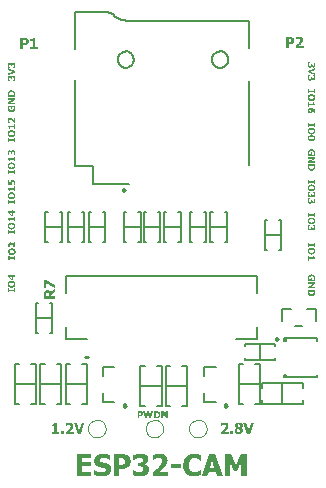
<source format=gto>
G04*
G04 #@! TF.GenerationSoftware,Altium Limited,Altium Designer,19.1.8 (144)*
G04*
G04 Layer_Color=65535*
%FSLAX25Y25*%
%MOIN*%
G70*
G01*
G75*
%ADD10C,0.00984*%
%ADD11C,0.00787*%
%ADD12C,0.00945*%
%ADD13C,0.01000*%
%ADD14C,0.00394*%
%ADD15C,0.00591*%
G36*
X99038Y148370D02*
X99093Y148365D01*
X99153Y148360D01*
X99223Y148350D01*
X99298Y148340D01*
X99453Y148305D01*
X99538Y148280D01*
X99618Y148255D01*
X99698Y148220D01*
X99773Y148180D01*
X99843Y148135D01*
X99908Y148085D01*
X99913Y148080D01*
X99923Y148070D01*
X99938Y148055D01*
X99963Y148035D01*
X99988Y148005D01*
X100013Y147970D01*
X100043Y147925D01*
X100078Y147880D01*
X100108Y147825D01*
X100138Y147765D01*
X100163Y147695D01*
X100193Y147625D01*
X100213Y147550D01*
X100228Y147465D01*
X100238Y147375D01*
X100243Y147280D01*
Y147275D01*
Y147265D01*
Y147250D01*
Y147225D01*
X100238Y147195D01*
X100233Y147160D01*
X100223Y147080D01*
X100203Y146980D01*
X100178Y146875D01*
X100138Y146760D01*
X100088Y146645D01*
Y146640D01*
X100083Y146630D01*
X100073Y146615D01*
X100058Y146590D01*
X100043Y146565D01*
X100023Y146530D01*
X99968Y146450D01*
X99898Y146350D01*
X99813Y146240D01*
X99708Y146120D01*
X99588Y145990D01*
X99578Y145980D01*
X99553Y145955D01*
X99508Y145910D01*
X99453Y145860D01*
X99388Y145800D01*
X99318Y145735D01*
X99163Y145600D01*
X99153Y145595D01*
X99128Y145575D01*
X99093Y145545D01*
X99048Y145510D01*
X98948Y145430D01*
X98903Y145395D01*
X98863Y145365D01*
X100403D01*
Y144685D01*
X97743D01*
Y145270D01*
X97748Y145275D01*
X97758Y145280D01*
X97778Y145295D01*
X97798Y145315D01*
X97828Y145340D01*
X97863Y145370D01*
X97943Y145435D01*
X98038Y145510D01*
X98138Y145595D01*
X98243Y145685D01*
X98348Y145775D01*
X98353Y145780D01*
X98358Y145785D01*
X98373Y145800D01*
X98393Y145815D01*
X98443Y145860D01*
X98508Y145920D01*
X98583Y145990D01*
X98663Y146070D01*
X98743Y146150D01*
X98823Y146230D01*
X98828Y146235D01*
X98833Y146245D01*
X98848Y146255D01*
X98868Y146275D01*
X98913Y146330D01*
X98973Y146395D01*
X99033Y146475D01*
X99098Y146555D01*
X99158Y146640D01*
X99208Y146720D01*
X99213Y146730D01*
X99228Y146755D01*
X99248Y146800D01*
X99268Y146855D01*
X99288Y146920D01*
X99308Y146990D01*
X99323Y147070D01*
X99328Y147155D01*
Y147160D01*
Y147165D01*
Y147195D01*
X99318Y147245D01*
X99308Y147300D01*
X99288Y147360D01*
X99263Y147425D01*
X99223Y147490D01*
X99173Y147545D01*
X99168Y147550D01*
X99148Y147565D01*
X99113Y147590D01*
X99063Y147615D01*
X99003Y147635D01*
X98933Y147660D01*
X98848Y147675D01*
X98753Y147680D01*
X98703D01*
X98668Y147675D01*
X98628Y147670D01*
X98588Y147665D01*
X98493Y147645D01*
X98488D01*
X98473Y147640D01*
X98448Y147630D01*
X98413Y147620D01*
X98378Y147610D01*
X98333Y147590D01*
X98243Y147555D01*
X98238D01*
X98223Y147545D01*
X98198Y147535D01*
X98168Y147520D01*
X98098Y147485D01*
X98028Y147440D01*
X98023D01*
X98013Y147430D01*
X97983Y147410D01*
X97938Y147385D01*
X97903Y147360D01*
X97833D01*
Y148145D01*
X97838Y148150D01*
X97863Y148160D01*
X97898Y148175D01*
X97948Y148190D01*
X98013Y148215D01*
X98098Y148240D01*
X98193Y148265D01*
X98308Y148295D01*
X98313D01*
X98323Y148300D01*
X98338Y148305D01*
X98363Y148310D01*
X98393Y148315D01*
X98428Y148320D01*
X98508Y148335D01*
X98603Y148350D01*
X98708Y148365D01*
X98818Y148370D01*
X98933Y148375D01*
X98993D01*
X99038Y148370D01*
D02*
G37*
G36*
X95998Y148295D02*
X96073D01*
X96158Y148285D01*
X96248Y148275D01*
X96338Y148260D01*
X96428Y148240D01*
X96438D01*
X96468Y148230D01*
X96508Y148215D01*
X96563Y148195D01*
X96628Y148170D01*
X96698Y148140D01*
X96768Y148105D01*
X96838Y148060D01*
X96848Y148055D01*
X96873Y148035D01*
X96908Y148005D01*
X96953Y147965D01*
X97003Y147910D01*
X97058Y147850D01*
X97108Y147775D01*
X97153Y147695D01*
X97158Y147685D01*
X97173Y147655D01*
X97188Y147605D01*
X97213Y147545D01*
X97233Y147465D01*
X97248Y147370D01*
X97263Y147270D01*
X97268Y147155D01*
Y147150D01*
Y147145D01*
Y147130D01*
Y147115D01*
X97263Y147065D01*
X97258Y147000D01*
X97248Y146930D01*
X97233Y146845D01*
X97213Y146760D01*
X97188Y146675D01*
X97183Y146665D01*
X97173Y146635D01*
X97153Y146595D01*
X97128Y146540D01*
X97098Y146480D01*
X97053Y146420D01*
X97008Y146355D01*
X96953Y146295D01*
X96948Y146290D01*
X96938Y146280D01*
X96918Y146260D01*
X96893Y146240D01*
X96863Y146210D01*
X96833Y146180D01*
X96753Y146120D01*
X96748Y146115D01*
X96733Y146105D01*
X96713Y146090D01*
X96683Y146075D01*
X96643Y146050D01*
X96603Y146025D01*
X96508Y145980D01*
X96503D01*
X96483Y145970D01*
X96458Y145960D01*
X96423Y145950D01*
X96378Y145935D01*
X96333Y145920D01*
X96278Y145905D01*
X96218Y145895D01*
X96213D01*
X96193Y145890D01*
X96158Y145885D01*
X96118Y145880D01*
X96063Y145875D01*
X96003Y145870D01*
X95938Y145865D01*
X95398D01*
Y144685D01*
X94488D01*
Y148300D01*
X95968D01*
X95998Y148295D01*
D02*
G37*
G36*
X11005Y145007D02*
X11750D01*
Y144377D01*
X9365D01*
Y145007D01*
X10125D01*
Y146917D01*
X9365D01*
Y147507D01*
X9425D01*
X9470Y147512D01*
X9520D01*
X9575Y147518D01*
X9695Y147527D01*
X9700D01*
X9725Y147532D01*
X9755Y147537D01*
X9790Y147543D01*
X9875Y147567D01*
X9920Y147582D01*
X9960Y147598D01*
X9965Y147602D01*
X9980Y147607D01*
X10000Y147623D01*
X10025Y147637D01*
X10085Y147687D01*
X10140Y147752D01*
X10145Y147757D01*
X10150Y147773D01*
X10160Y147792D01*
X10175Y147822D01*
X10185Y147857D01*
X10195Y147902D01*
X10205Y147948D01*
X10210Y148002D01*
X11005D01*
Y145007D01*
D02*
G37*
G36*
X7510Y147987D02*
X7585D01*
X7670Y147977D01*
X7760Y147968D01*
X7850Y147952D01*
X7940Y147932D01*
X7950D01*
X7980Y147923D01*
X8020Y147907D01*
X8075Y147887D01*
X8140Y147862D01*
X8210Y147832D01*
X8280Y147798D01*
X8350Y147752D01*
X8360Y147748D01*
X8385Y147727D01*
X8420Y147697D01*
X8465Y147657D01*
X8515Y147602D01*
X8570Y147543D01*
X8620Y147468D01*
X8665Y147387D01*
X8670Y147377D01*
X8685Y147347D01*
X8700Y147298D01*
X8725Y147237D01*
X8745Y147157D01*
X8760Y147062D01*
X8775Y146962D01*
X8780Y146847D01*
Y146843D01*
Y146837D01*
Y146823D01*
Y146807D01*
X8775Y146757D01*
X8770Y146693D01*
X8760Y146623D01*
X8745Y146537D01*
X8725Y146452D01*
X8700Y146368D01*
X8695Y146357D01*
X8685Y146327D01*
X8665Y146287D01*
X8640Y146232D01*
X8610Y146172D01*
X8565Y146112D01*
X8520Y146047D01*
X8465Y145987D01*
X8460Y145982D01*
X8450Y145973D01*
X8430Y145952D01*
X8405Y145932D01*
X8375Y145902D01*
X8345Y145872D01*
X8265Y145812D01*
X8260Y145807D01*
X8245Y145798D01*
X8225Y145782D01*
X8195Y145767D01*
X8155Y145742D01*
X8115Y145718D01*
X8020Y145673D01*
X8015D01*
X7995Y145662D01*
X7970Y145652D01*
X7935Y145642D01*
X7890Y145627D01*
X7845Y145612D01*
X7790Y145598D01*
X7730Y145587D01*
X7725D01*
X7705Y145582D01*
X7670Y145577D01*
X7630Y145572D01*
X7575Y145568D01*
X7515Y145562D01*
X7450Y145557D01*
X6910D01*
Y144377D01*
X6000D01*
Y147993D01*
X7480D01*
X7510Y147987D01*
D02*
G37*
G36*
X17564Y65718D02*
Y64713D01*
X14629Y66318D01*
Y64603D01*
X13949D01*
Y67258D01*
X14669D01*
X17564Y65718D01*
D02*
G37*
G36*
Y63313D02*
X16239Y62308D01*
Y61988D01*
X17564D01*
Y61083D01*
X13949D01*
Y62638D01*
X13954Y62713D01*
X13959Y62793D01*
X13964Y62878D01*
X13974Y62968D01*
X13989Y63053D01*
Y63063D01*
X13999Y63093D01*
X14009Y63133D01*
X14024Y63188D01*
X14044Y63253D01*
X14069Y63323D01*
X14104Y63398D01*
X14144Y63468D01*
X14149Y63478D01*
X14164Y63498D01*
X14194Y63538D01*
X14229Y63578D01*
X14274Y63628D01*
X14329Y63683D01*
X14389Y63733D01*
X14459Y63778D01*
X14469Y63783D01*
X14494Y63798D01*
X14534Y63813D01*
X14589Y63838D01*
X14659Y63858D01*
X14744Y63873D01*
X14839Y63888D01*
X14944Y63893D01*
X14949D01*
X14964D01*
X14984D01*
X15014Y63888D01*
X15049D01*
X15089Y63883D01*
X15184Y63868D01*
X15289Y63848D01*
X15404Y63813D01*
X15514Y63768D01*
X15619Y63703D01*
X15624D01*
X15629Y63693D01*
X15644Y63683D01*
X15664Y63668D01*
X15709Y63628D01*
X15769Y63573D01*
X15834Y63498D01*
X15899Y63413D01*
X15969Y63313D01*
X16029Y63203D01*
X17564Y64423D01*
Y63313D01*
D02*
G37*
G36*
X55073Y21173D02*
X54499D01*
X53587Y22827D01*
Y21173D01*
X53043D01*
Y23545D01*
X53771D01*
X54529Y22184D01*
Y23545D01*
X55073D01*
Y21173D01*
D02*
G37*
G36*
X49678D02*
X49025D01*
X48644Y22639D01*
X48277Y21173D01*
X47621D01*
X47024Y23545D01*
X47641D01*
X47969Y21957D01*
X48362Y23545D01*
X48953D01*
X49330Y21954D01*
X49674Y23545D01*
X50278D01*
X49678Y21173D01*
D02*
G37*
G36*
X51426Y23541D02*
X51459D01*
X51531Y23538D01*
X51609Y23532D01*
X51691Y23522D01*
X51774Y23512D01*
X51783D01*
X51796Y23509D01*
X51810Y23505D01*
X51829Y23502D01*
X51852Y23496D01*
X51908Y23479D01*
X51970Y23460D01*
X52039Y23433D01*
X52111Y23401D01*
X52184Y23358D01*
X52187Y23355D01*
X52193Y23351D01*
X52206Y23341D01*
X52223Y23332D01*
X52242Y23315D01*
X52265Y23295D01*
X52318Y23250D01*
X52377Y23194D01*
X52436Y23122D01*
X52495Y23043D01*
X52551Y22951D01*
X52554Y22948D01*
X52557Y22941D01*
X52564Y22925D01*
X52574Y22905D01*
X52584Y22882D01*
X52593Y22853D01*
X52607Y22820D01*
X52620Y22781D01*
X52633Y22741D01*
X52646Y22695D01*
X52656Y22646D01*
X52666Y22594D01*
X52682Y22479D01*
X52689Y22354D01*
Y22351D01*
Y22341D01*
Y22321D01*
X52685Y22298D01*
Y22269D01*
X52682Y22236D01*
X52675Y22197D01*
X52669Y22157D01*
X52653Y22062D01*
X52626Y21964D01*
X52590Y21862D01*
X52567Y21810D01*
X52541Y21760D01*
Y21757D01*
X52534Y21751D01*
X52528Y21734D01*
X52515Y21718D01*
X52502Y21695D01*
X52485Y21672D01*
X52443Y21613D01*
X52390Y21551D01*
X52328Y21482D01*
X52256Y21419D01*
X52177Y21360D01*
X52174D01*
X52167Y21354D01*
X52157Y21350D01*
X52144Y21341D01*
X52128Y21331D01*
X52108Y21321D01*
X52059Y21295D01*
X51996Y21269D01*
X51931Y21246D01*
X51855Y21223D01*
X51774Y21206D01*
X51764D01*
X51750Y21203D01*
X51737Y21200D01*
X51714D01*
X51691Y21196D01*
X51665Y21193D01*
X51636Y21190D01*
X51567Y21183D01*
X51488Y21180D01*
X51403Y21173D01*
X50573D01*
Y23545D01*
X51399D01*
X51426Y23541D01*
D02*
G37*
G36*
X46069D02*
X46119D01*
X46174Y23535D01*
X46233Y23528D01*
X46293Y23519D01*
X46352Y23505D01*
X46358D01*
X46378Y23499D01*
X46404Y23489D01*
X46440Y23476D01*
X46483Y23460D01*
X46529Y23440D01*
X46575Y23417D01*
X46621Y23387D01*
X46627Y23384D01*
X46643Y23371D01*
X46666Y23351D01*
X46696Y23325D01*
X46729Y23289D01*
X46765Y23250D01*
X46798Y23200D01*
X46827Y23148D01*
X46830Y23141D01*
X46840Y23122D01*
X46850Y23089D01*
X46867Y23050D01*
X46880Y22997D01*
X46889Y22935D01*
X46899Y22869D01*
X46903Y22794D01*
Y22790D01*
Y22787D01*
Y22777D01*
Y22767D01*
X46899Y22735D01*
X46896Y22692D01*
X46889Y22646D01*
X46880Y22590D01*
X46867Y22535D01*
X46850Y22479D01*
X46847Y22472D01*
X46840Y22453D01*
X46827Y22426D01*
X46811Y22390D01*
X46791Y22351D01*
X46762Y22311D01*
X46732Y22269D01*
X46696Y22230D01*
X46693Y22226D01*
X46686Y22220D01*
X46673Y22207D01*
X46657Y22193D01*
X46637Y22174D01*
X46617Y22154D01*
X46565Y22115D01*
X46562Y22111D01*
X46552Y22105D01*
X46539Y22095D01*
X46519Y22085D01*
X46493Y22069D01*
X46466Y22052D01*
X46404Y22023D01*
X46401D01*
X46388Y22016D01*
X46371Y22010D01*
X46348Y22003D01*
X46319Y21993D01*
X46289Y21983D01*
X46253Y21974D01*
X46214Y21967D01*
X46211D01*
X46197Y21964D01*
X46174Y21961D01*
X46148Y21957D01*
X46112Y21954D01*
X46073Y21951D01*
X46030Y21947D01*
X45676D01*
Y21173D01*
X45079D01*
Y23545D01*
X46050D01*
X46069Y23541D01*
D02*
G37*
G36*
X82555Y16043D02*
X81605D01*
X80365Y19658D01*
X81305D01*
X82095Y17198D01*
X82885Y19658D01*
X83800D01*
X82555Y16043D01*
D02*
G37*
G36*
X76890D02*
X76030D01*
Y16998D01*
X76890D01*
Y16043D01*
D02*
G37*
G36*
X74180Y19728D02*
X74235Y19723D01*
X74295Y19718D01*
X74365Y19708D01*
X74440Y19698D01*
X74595Y19663D01*
X74680Y19638D01*
X74760Y19613D01*
X74840Y19578D01*
X74915Y19538D01*
X74985Y19493D01*
X75050Y19443D01*
X75055Y19438D01*
X75065Y19428D01*
X75080Y19413D01*
X75105Y19393D01*
X75130Y19363D01*
X75155Y19328D01*
X75185Y19283D01*
X75220Y19238D01*
X75250Y19183D01*
X75280Y19123D01*
X75305Y19053D01*
X75335Y18983D01*
X75355Y18908D01*
X75370Y18823D01*
X75380Y18733D01*
X75385Y18638D01*
Y18633D01*
Y18623D01*
Y18608D01*
Y18583D01*
X75380Y18553D01*
X75375Y18518D01*
X75365Y18438D01*
X75345Y18338D01*
X75320Y18233D01*
X75280Y18118D01*
X75230Y18003D01*
Y17998D01*
X75225Y17988D01*
X75215Y17973D01*
X75200Y17948D01*
X75185Y17923D01*
X75165Y17888D01*
X75110Y17808D01*
X75040Y17708D01*
X74955Y17598D01*
X74850Y17478D01*
X74730Y17348D01*
X74720Y17338D01*
X74695Y17313D01*
X74650Y17268D01*
X74595Y17218D01*
X74530Y17158D01*
X74460Y17093D01*
X74305Y16958D01*
X74295Y16953D01*
X74270Y16933D01*
X74235Y16903D01*
X74190Y16868D01*
X74090Y16788D01*
X74045Y16753D01*
X74005Y16723D01*
X75545D01*
Y16043D01*
X72885D01*
Y16628D01*
X72890Y16633D01*
X72900Y16638D01*
X72920Y16653D01*
X72940Y16673D01*
X72970Y16698D01*
X73005Y16728D01*
X73085Y16793D01*
X73180Y16868D01*
X73280Y16953D01*
X73385Y17043D01*
X73490Y17133D01*
X73495Y17138D01*
X73500Y17143D01*
X73515Y17158D01*
X73535Y17173D01*
X73585Y17218D01*
X73650Y17278D01*
X73725Y17348D01*
X73805Y17428D01*
X73885Y17508D01*
X73965Y17588D01*
X73970Y17593D01*
X73975Y17603D01*
X73990Y17613D01*
X74010Y17633D01*
X74055Y17688D01*
X74115Y17753D01*
X74175Y17833D01*
X74240Y17913D01*
X74300Y17998D01*
X74350Y18078D01*
X74355Y18088D01*
X74370Y18113D01*
X74390Y18158D01*
X74410Y18213D01*
X74430Y18278D01*
X74450Y18348D01*
X74465Y18428D01*
X74470Y18513D01*
Y18518D01*
Y18523D01*
Y18553D01*
X74460Y18603D01*
X74450Y18658D01*
X74430Y18718D01*
X74405Y18783D01*
X74365Y18848D01*
X74315Y18903D01*
X74310Y18908D01*
X74290Y18923D01*
X74255Y18948D01*
X74205Y18973D01*
X74145Y18993D01*
X74075Y19018D01*
X73990Y19033D01*
X73895Y19038D01*
X73845D01*
X73810Y19033D01*
X73770Y19028D01*
X73730Y19023D01*
X73635Y19003D01*
X73630D01*
X73615Y18998D01*
X73590Y18988D01*
X73555Y18978D01*
X73520Y18968D01*
X73475Y18948D01*
X73385Y18913D01*
X73380D01*
X73365Y18903D01*
X73340Y18893D01*
X73310Y18878D01*
X73240Y18843D01*
X73170Y18798D01*
X73165D01*
X73155Y18788D01*
X73125Y18768D01*
X73080Y18743D01*
X73045Y18718D01*
X72975D01*
Y19503D01*
X72980Y19508D01*
X73005Y19518D01*
X73040Y19533D01*
X73090Y19548D01*
X73155Y19573D01*
X73240Y19598D01*
X73335Y19623D01*
X73450Y19653D01*
X73455D01*
X73465Y19658D01*
X73480Y19663D01*
X73505Y19668D01*
X73535Y19673D01*
X73570Y19678D01*
X73650Y19693D01*
X73745Y19708D01*
X73850Y19723D01*
X73960Y19728D01*
X74075Y19733D01*
X74135D01*
X74180Y19728D01*
D02*
G37*
G36*
X78945D02*
X79025Y19723D01*
X79115Y19713D01*
X79215Y19703D01*
X79315Y19683D01*
X79410Y19658D01*
X79415D01*
X79420Y19653D01*
X79450Y19643D01*
X79500Y19628D01*
X79555Y19608D01*
X79620Y19583D01*
X79690Y19553D01*
X79755Y19513D01*
X79820Y19473D01*
X79825Y19468D01*
X79845Y19453D01*
X79875Y19428D01*
X79915Y19393D01*
X79955Y19348D01*
X79995Y19298D01*
X80035Y19243D01*
X80070Y19183D01*
X80075Y19173D01*
X80085Y19153D01*
X80100Y19118D01*
X80115Y19073D01*
X80130Y19018D01*
X80145Y18958D01*
X80155Y18888D01*
X80160Y18818D01*
Y18813D01*
Y18808D01*
Y18793D01*
Y18773D01*
X80150Y18728D01*
X80140Y18663D01*
X80125Y18593D01*
X80095Y18513D01*
X80060Y18433D01*
X80010Y18353D01*
X80005Y18343D01*
X79980Y18318D01*
X79945Y18283D01*
X79895Y18233D01*
X79830Y18178D01*
X79755Y18123D01*
X79660Y18063D01*
X79550Y18008D01*
Y17993D01*
X79555D01*
X79565Y17988D01*
X79585Y17978D01*
X79610Y17968D01*
X79640Y17953D01*
X79675Y17933D01*
X79750Y17893D01*
X79840Y17833D01*
X79925Y17768D01*
X80010Y17693D01*
X80080Y17608D01*
Y17603D01*
X80085Y17598D01*
X80095Y17583D01*
X80105Y17568D01*
X80135Y17518D01*
X80165Y17448D01*
X80195Y17368D01*
X80225Y17273D01*
X80245Y17163D01*
X80250Y17043D01*
Y17033D01*
Y17003D01*
X80245Y16958D01*
X80240Y16903D01*
X80225Y16838D01*
X80210Y16763D01*
X80185Y16688D01*
X80150Y16613D01*
X80145Y16603D01*
X80130Y16578D01*
X80110Y16543D01*
X80080Y16493D01*
X80040Y16443D01*
X79990Y16383D01*
X79935Y16323D01*
X79870Y16268D01*
X79860Y16263D01*
X79840Y16243D01*
X79800Y16218D01*
X79745Y16183D01*
X79680Y16148D01*
X79605Y16108D01*
X79515Y16073D01*
X79420Y16038D01*
X79415D01*
X79410Y16033D01*
X79395D01*
X79375Y16028D01*
X79350Y16018D01*
X79320Y16013D01*
X79245Y15998D01*
X79155Y15983D01*
X79055Y15973D01*
X78940Y15963D01*
X78815Y15958D01*
X78755D01*
X78720Y15963D01*
X78685D01*
X78600Y15968D01*
X78500Y15978D01*
X78390Y15993D01*
X78280Y16013D01*
X78175Y16043D01*
X78170D01*
X78165Y16048D01*
X78150Y16053D01*
X78130Y16058D01*
X78080Y16078D01*
X78020Y16103D01*
X77950Y16133D01*
X77875Y16173D01*
X77800Y16218D01*
X77730Y16268D01*
X77720Y16273D01*
X77700Y16293D01*
X77670Y16323D01*
X77635Y16363D01*
X77590Y16413D01*
X77550Y16468D01*
X77510Y16533D01*
X77475Y16603D01*
X77470Y16613D01*
X77465Y16638D01*
X77450Y16678D01*
X77435Y16728D01*
X77420Y16788D01*
X77410Y16858D01*
X77400Y16933D01*
X77395Y17013D01*
Y17018D01*
Y17028D01*
Y17043D01*
X77400Y17063D01*
X77405Y17123D01*
X77415Y17193D01*
X77435Y17273D01*
X77465Y17363D01*
X77510Y17448D01*
X77565Y17528D01*
X77575Y17538D01*
X77595Y17563D01*
X77635Y17598D01*
X77690Y17648D01*
X77760Y17703D01*
X77845Y17758D01*
X77945Y17818D01*
X78060Y17873D01*
Y17888D01*
X78055D01*
X78045Y17893D01*
X78030Y17903D01*
X78010Y17918D01*
X77950Y17948D01*
X77885Y17993D01*
X77810Y18048D01*
X77735Y18113D01*
X77670Y18183D01*
X77615Y18263D01*
Y18268D01*
X77610Y18273D01*
X77595Y18303D01*
X77575Y18348D01*
X77555Y18408D01*
X77530Y18483D01*
X77510Y18563D01*
X77495Y18658D01*
X77490Y18758D01*
Y18768D01*
Y18793D01*
X77495Y18828D01*
X77500Y18878D01*
X77510Y18933D01*
X77525Y18998D01*
X77545Y19063D01*
X77575Y19128D01*
X77580Y19138D01*
X77590Y19158D01*
X77610Y19193D01*
X77640Y19233D01*
X77675Y19283D01*
X77720Y19333D01*
X77775Y19388D01*
X77835Y19443D01*
X77845Y19448D01*
X77865Y19463D01*
X77900Y19488D01*
X77950Y19518D01*
X78010Y19553D01*
X78080Y19588D01*
X78165Y19623D01*
X78255Y19653D01*
X78260D01*
X78265Y19658D01*
X78280Y19663D01*
X78300Y19668D01*
X78350Y19678D01*
X78420Y19693D01*
X78505Y19708D01*
X78605Y19723D01*
X78710Y19728D01*
X78825Y19733D01*
X78910D01*
X78945Y19728D01*
D02*
G37*
G36*
X26095Y15945D02*
X25145D01*
X23905Y19560D01*
X24845D01*
X25635Y17100D01*
X26425Y19560D01*
X27340D01*
X26095Y15945D01*
D02*
G37*
G36*
X22440Y19630D02*
X22495Y19625D01*
X22555Y19620D01*
X22625Y19610D01*
X22700Y19600D01*
X22855Y19565D01*
X22940Y19540D01*
X23020Y19515D01*
X23100Y19480D01*
X23175Y19440D01*
X23245Y19395D01*
X23310Y19345D01*
X23315Y19340D01*
X23325Y19330D01*
X23340Y19315D01*
X23365Y19295D01*
X23390Y19265D01*
X23415Y19230D01*
X23445Y19185D01*
X23480Y19140D01*
X23510Y19085D01*
X23540Y19025D01*
X23565Y18955D01*
X23595Y18885D01*
X23615Y18810D01*
X23630Y18725D01*
X23640Y18635D01*
X23645Y18540D01*
Y18535D01*
Y18525D01*
Y18510D01*
Y18485D01*
X23640Y18455D01*
X23635Y18420D01*
X23625Y18340D01*
X23605Y18240D01*
X23580Y18135D01*
X23540Y18020D01*
X23490Y17905D01*
Y17900D01*
X23485Y17890D01*
X23475Y17875D01*
X23460Y17850D01*
X23445Y17825D01*
X23425Y17790D01*
X23370Y17710D01*
X23300Y17610D01*
X23215Y17500D01*
X23110Y17380D01*
X22990Y17250D01*
X22980Y17240D01*
X22955Y17215D01*
X22910Y17170D01*
X22855Y17120D01*
X22790Y17060D01*
X22720Y16995D01*
X22565Y16860D01*
X22555Y16855D01*
X22530Y16835D01*
X22495Y16805D01*
X22450Y16770D01*
X22350Y16690D01*
X22305Y16655D01*
X22265Y16625D01*
X23805D01*
Y15945D01*
X21145D01*
Y16530D01*
X21150Y16535D01*
X21160Y16540D01*
X21180Y16555D01*
X21200Y16575D01*
X21230Y16600D01*
X21265Y16630D01*
X21345Y16695D01*
X21440Y16770D01*
X21540Y16855D01*
X21645Y16945D01*
X21750Y17035D01*
X21755Y17040D01*
X21760Y17045D01*
X21775Y17060D01*
X21795Y17075D01*
X21845Y17120D01*
X21910Y17180D01*
X21985Y17250D01*
X22065Y17330D01*
X22145Y17410D01*
X22225Y17490D01*
X22230Y17495D01*
X22235Y17505D01*
X22250Y17515D01*
X22270Y17535D01*
X22315Y17590D01*
X22375Y17655D01*
X22435Y17735D01*
X22500Y17815D01*
X22560Y17900D01*
X22610Y17980D01*
X22615Y17990D01*
X22630Y18015D01*
X22650Y18060D01*
X22670Y18115D01*
X22690Y18180D01*
X22710Y18250D01*
X22725Y18330D01*
X22730Y18415D01*
Y18420D01*
Y18425D01*
Y18455D01*
X22720Y18505D01*
X22710Y18560D01*
X22690Y18620D01*
X22665Y18685D01*
X22625Y18750D01*
X22575Y18805D01*
X22570Y18810D01*
X22550Y18825D01*
X22515Y18850D01*
X22465Y18875D01*
X22405Y18895D01*
X22335Y18920D01*
X22250Y18935D01*
X22155Y18940D01*
X22105D01*
X22070Y18935D01*
X22030Y18930D01*
X21990Y18925D01*
X21895Y18905D01*
X21890D01*
X21875Y18900D01*
X21850Y18890D01*
X21815Y18880D01*
X21780Y18870D01*
X21735Y18850D01*
X21645Y18815D01*
X21640D01*
X21625Y18805D01*
X21600Y18795D01*
X21570Y18780D01*
X21500Y18745D01*
X21430Y18700D01*
X21425D01*
X21415Y18690D01*
X21385Y18670D01*
X21340Y18645D01*
X21305Y18620D01*
X21235D01*
Y19405D01*
X21240Y19410D01*
X21265Y19420D01*
X21300Y19435D01*
X21350Y19450D01*
X21415Y19475D01*
X21500Y19500D01*
X21595Y19525D01*
X21710Y19555D01*
X21715D01*
X21725Y19560D01*
X21740Y19565D01*
X21765Y19570D01*
X21795Y19575D01*
X21830Y19580D01*
X21910Y19595D01*
X22005Y19610D01*
X22110Y19625D01*
X22220Y19630D01*
X22335Y19635D01*
X22395D01*
X22440Y19630D01*
D02*
G37*
G36*
X20430Y15945D02*
X19570D01*
Y16900D01*
X20430D01*
Y15945D01*
D02*
G37*
G36*
X18175Y16575D02*
X18920D01*
Y15945D01*
X16535D01*
Y16575D01*
X17295D01*
Y18485D01*
X16535D01*
Y19075D01*
X16595D01*
X16640Y19080D01*
X16690D01*
X16745Y19085D01*
X16865Y19095D01*
X16870D01*
X16895Y19100D01*
X16925Y19105D01*
X16960Y19110D01*
X17045Y19135D01*
X17090Y19150D01*
X17130Y19165D01*
X17135Y19170D01*
X17150Y19175D01*
X17170Y19190D01*
X17195Y19205D01*
X17255Y19255D01*
X17310Y19320D01*
X17315Y19325D01*
X17320Y19340D01*
X17330Y19360D01*
X17345Y19390D01*
X17355Y19425D01*
X17365Y19470D01*
X17375Y19515D01*
X17380Y19570D01*
X18175D01*
Y16575D01*
D02*
G37*
G36*
X104238Y78291D02*
X103824D01*
Y78632D01*
X102280D01*
Y78291D01*
X101866D01*
Y79570D01*
X102280D01*
Y79229D01*
X103824D01*
Y79570D01*
X104238D01*
Y78291D01*
D02*
G37*
G36*
X103106Y78035D02*
X103146D01*
X103191Y78028D01*
X103247Y78022D01*
X103310Y78012D01*
X103378Y77999D01*
X103447Y77982D01*
X103523Y77963D01*
X103595Y77940D01*
X103670Y77910D01*
X103746Y77874D01*
X103818Y77835D01*
X103887Y77786D01*
X103952Y77733D01*
X103956Y77730D01*
X103966Y77720D01*
X103982Y77700D01*
X104005Y77678D01*
X104031Y77645D01*
X104057Y77609D01*
X104090Y77563D01*
X104120Y77513D01*
X104153Y77458D01*
X104182Y77395D01*
X104208Y77327D01*
X104235Y77251D01*
X104258Y77169D01*
X104274Y77084D01*
X104284Y76992D01*
X104287Y76894D01*
Y76871D01*
X104284Y76841D01*
X104280Y76805D01*
X104277Y76759D01*
X104271Y76707D01*
X104261Y76651D01*
X104244Y76588D01*
X104228Y76523D01*
X104205Y76454D01*
X104179Y76385D01*
X104146Y76313D01*
X104110Y76244D01*
X104064Y76178D01*
X104015Y76113D01*
X103956Y76054D01*
X103952Y76051D01*
X103939Y76041D01*
X103923Y76024D01*
X103897Y76005D01*
X103861Y75982D01*
X103821Y75955D01*
X103772Y75929D01*
X103720Y75900D01*
X103657Y75870D01*
X103588Y75844D01*
X103516Y75818D01*
X103434Y75795D01*
X103346Y75775D01*
X103254Y75759D01*
X103155Y75749D01*
X103050Y75746D01*
X103044D01*
X103024D01*
X102995Y75749D01*
X102955D01*
X102906Y75755D01*
X102850Y75762D01*
X102788Y75772D01*
X102722Y75785D01*
X102650Y75801D01*
X102578Y75821D01*
X102503Y75847D01*
X102427Y75877D01*
X102352Y75910D01*
X102280Y75952D01*
X102211Y75998D01*
X102145Y76054D01*
X102142Y76057D01*
X102132Y76067D01*
X102116Y76087D01*
X102093Y76110D01*
X102070Y76142D01*
X102040Y76178D01*
X102011Y76221D01*
X101981Y76274D01*
X101952Y76329D01*
X101922Y76392D01*
X101893Y76461D01*
X101870Y76536D01*
X101847Y76618D01*
X101830Y76703D01*
X101820Y76795D01*
X101817Y76894D01*
Y76916D01*
X101820Y76946D01*
X101824Y76982D01*
X101827Y77028D01*
X101834Y77077D01*
X101843Y77136D01*
X101860Y77199D01*
X101876Y77264D01*
X101899Y77333D01*
X101925Y77402D01*
X101958Y77474D01*
X101994Y77543D01*
X102040Y77609D01*
X102089Y77674D01*
X102148Y77733D01*
X102152Y77737D01*
X102165Y77746D01*
X102184Y77763D01*
X102211Y77779D01*
X102244Y77805D01*
X102283Y77828D01*
X102332Y77858D01*
X102388Y77884D01*
X102447Y77914D01*
X102516Y77943D01*
X102591Y77966D01*
X102670Y77989D01*
X102755Y78009D01*
X102850Y78025D01*
X102945Y78035D01*
X103050Y78038D01*
X103054D01*
X103057D01*
X103077D01*
X103106Y78035D01*
D02*
G37*
G36*
X103920Y75286D02*
X103923Y75257D01*
Y75224D01*
X103926Y75188D01*
X103933Y75109D01*
Y75106D01*
X103936Y75090D01*
X103939Y75070D01*
X103943Y75047D01*
X103959Y74991D01*
X103969Y74962D01*
X103979Y74935D01*
X103982Y74932D01*
X103985Y74922D01*
X103995Y74909D01*
X104005Y74893D01*
X104038Y74853D01*
X104080Y74817D01*
X104084Y74814D01*
X104094Y74811D01*
X104107Y74804D01*
X104126Y74794D01*
X104149Y74788D01*
X104179Y74781D01*
X104208Y74775D01*
X104244Y74771D01*
Y74250D01*
X102280D01*
Y73761D01*
X101866D01*
Y75326D01*
X102280D01*
Y74827D01*
X103533D01*
Y75326D01*
X103920D01*
Y75286D01*
D02*
G37*
G36*
X104238Y88359D02*
X103824D01*
Y88700D01*
X102280D01*
Y88359D01*
X101866D01*
Y89638D01*
X102280D01*
Y89297D01*
X103824D01*
Y89638D01*
X104238D01*
Y88359D01*
D02*
G37*
G36*
X103106Y88103D02*
X103146D01*
X103191Y88097D01*
X103247Y88090D01*
X103310Y88080D01*
X103378Y88067D01*
X103447Y88051D01*
X103523Y88031D01*
X103595Y88008D01*
X103670Y87979D01*
X103746Y87942D01*
X103818Y87903D01*
X103887Y87854D01*
X103952Y87801D01*
X103956Y87798D01*
X103966Y87788D01*
X103982Y87769D01*
X104005Y87746D01*
X104031Y87713D01*
X104057Y87677D01*
X104090Y87631D01*
X104120Y87582D01*
X104153Y87526D01*
X104182Y87464D01*
X104208Y87395D01*
X104235Y87319D01*
X104258Y87237D01*
X104274Y87152D01*
X104284Y87060D01*
X104287Y86962D01*
Y86939D01*
X104284Y86909D01*
X104280Y86873D01*
X104277Y86827D01*
X104271Y86775D01*
X104261Y86719D01*
X104244Y86657D01*
X104228Y86591D01*
X104205Y86522D01*
X104179Y86453D01*
X104146Y86381D01*
X104110Y86312D01*
X104064Y86247D01*
X104015Y86181D01*
X103956Y86122D01*
X103952Y86119D01*
X103939Y86109D01*
X103923Y86093D01*
X103897Y86073D01*
X103861Y86050D01*
X103821Y86024D01*
X103772Y85997D01*
X103720Y85968D01*
X103657Y85938D01*
X103588Y85912D01*
X103516Y85886D01*
X103434Y85863D01*
X103346Y85843D01*
X103254Y85827D01*
X103155Y85817D01*
X103050Y85814D01*
X103044D01*
X103024D01*
X102995Y85817D01*
X102955D01*
X102906Y85824D01*
X102850Y85830D01*
X102788Y85840D01*
X102722Y85853D01*
X102650Y85869D01*
X102578Y85889D01*
X102503Y85915D01*
X102427Y85945D01*
X102352Y85978D01*
X102280Y86020D01*
X102211Y86066D01*
X102145Y86122D01*
X102142Y86125D01*
X102132Y86135D01*
X102116Y86155D01*
X102093Y86178D01*
X102070Y86211D01*
X102040Y86247D01*
X102011Y86289D01*
X101981Y86342D01*
X101952Y86398D01*
X101922Y86460D01*
X101893Y86529D01*
X101870Y86604D01*
X101847Y86686D01*
X101830Y86772D01*
X101820Y86863D01*
X101817Y86962D01*
Y86985D01*
X101820Y87014D01*
X101824Y87050D01*
X101827Y87096D01*
X101834Y87145D01*
X101843Y87204D01*
X101860Y87267D01*
X101876Y87332D01*
X101899Y87401D01*
X101925Y87470D01*
X101958Y87542D01*
X101994Y87611D01*
X102040Y87677D01*
X102089Y87742D01*
X102148Y87801D01*
X102152Y87805D01*
X102165Y87814D01*
X102184Y87831D01*
X102211Y87847D01*
X102244Y87874D01*
X102283Y87897D01*
X102332Y87926D01*
X102388Y87952D01*
X102447Y87982D01*
X102516Y88011D01*
X102591Y88034D01*
X102670Y88057D01*
X102755Y88077D01*
X102850Y88093D01*
X102945Y88103D01*
X103050Y88107D01*
X103054D01*
X103057D01*
X103077D01*
X103106Y88103D01*
D02*
G37*
G36*
X102480Y85486D02*
X102476Y85479D01*
X102467Y85463D01*
X102450Y85436D01*
X102430Y85397D01*
X102408Y85355D01*
X102381Y85302D01*
X102355Y85243D01*
X102332Y85181D01*
Y85177D01*
X102329Y85174D01*
X102325Y85164D01*
X102322Y85151D01*
X102312Y85118D01*
X102303Y85072D01*
X102293Y85023D01*
X102283Y84971D01*
X102276Y84915D01*
X102273Y84859D01*
Y84826D01*
X102276Y84803D01*
Y84774D01*
X102280Y84745D01*
X102286Y84672D01*
Y84669D01*
X102289Y84656D01*
X102293Y84636D01*
X102303Y84613D01*
X102322Y84557D01*
X102339Y84528D01*
X102355Y84502D01*
X102358Y84499D01*
X102362Y84492D01*
X102372Y84482D01*
X102381Y84469D01*
X102414Y84439D01*
X102453Y84413D01*
X102457D01*
X102463Y84407D01*
X102476Y84403D01*
X102496Y84397D01*
X102519Y84390D01*
X102549Y84387D01*
X102581Y84380D01*
X102621D01*
X102624D01*
X102637D01*
X102657Y84384D01*
X102680Y84387D01*
X102706Y84394D01*
X102732Y84400D01*
X102759Y84413D01*
X102781Y84430D01*
X102785Y84433D01*
X102791Y84439D01*
X102801Y84449D01*
X102814Y84462D01*
X102827Y84479D01*
X102844Y84499D01*
X102867Y84551D01*
Y84554D01*
X102870Y84564D01*
X102877Y84580D01*
X102883Y84603D01*
X102886Y84630D01*
X102893Y84659D01*
X102896Y84695D01*
X102900Y84735D01*
Y84774D01*
X102903Y84797D01*
Y85023D01*
X103316D01*
Y84866D01*
X103319Y84836D01*
Y84803D01*
X103323Y84735D01*
Y84731D01*
X103326Y84718D01*
Y84702D01*
X103332Y84682D01*
X103342Y84630D01*
X103362Y84580D01*
Y84577D01*
X103369Y84571D01*
X103375Y84557D01*
X103385Y84544D01*
X103408Y84508D01*
X103444Y84479D01*
X103447Y84475D01*
X103454Y84472D01*
X103467Y84466D01*
X103483Y84459D01*
X103506Y84452D01*
X103533Y84449D01*
X103562Y84443D01*
X103595D01*
X103598D01*
X103608D01*
X103618Y84446D01*
X103634D01*
X103674Y84459D01*
X103693Y84466D01*
X103710Y84479D01*
X103713D01*
X103716Y84485D01*
X103736Y84502D01*
X103759Y84528D01*
X103782Y84561D01*
Y84564D01*
X103785Y84571D01*
X103792Y84584D01*
X103798Y84597D01*
X103805Y84617D01*
X103811Y84640D01*
X103821Y84695D01*
Y84699D01*
X103824Y84708D01*
Y84721D01*
X103828Y84738D01*
X103831Y84781D01*
Y84856D01*
X103828Y84879D01*
X103824Y84905D01*
X103821Y84938D01*
X103808Y85004D01*
Y85007D01*
X103805Y85020D01*
X103802Y85036D01*
X103795Y85059D01*
X103785Y85086D01*
X103779Y85115D01*
X103756Y85177D01*
Y85181D01*
X103752Y85187D01*
X103746Y85204D01*
X103739Y85220D01*
X103729Y85240D01*
X103716Y85266D01*
X103690Y85318D01*
Y85322D01*
X103683Y85332D01*
X103677Y85341D01*
X103667Y85358D01*
X103647Y85394D01*
X103641Y85410D01*
X103631Y85423D01*
Y85473D01*
X104136D01*
X104139Y85466D01*
X104146Y85450D01*
X104156Y85423D01*
X104169Y85387D01*
X104185Y85338D01*
X104202Y85282D01*
X104218Y85217D01*
X104238Y85145D01*
Y85141D01*
X104241Y85135D01*
Y85125D01*
X104244Y85109D01*
X104251Y85089D01*
X104254Y85069D01*
X104264Y85013D01*
X104271Y84951D01*
X104280Y84879D01*
X104284Y84800D01*
X104287Y84721D01*
Y84666D01*
X104284Y84646D01*
Y84597D01*
X104277Y84538D01*
X104271Y84475D01*
X104261Y84413D01*
X104248Y84354D01*
Y84348D01*
X104241Y84328D01*
X104231Y84298D01*
X104221Y84262D01*
X104205Y84223D01*
X104189Y84177D01*
X104166Y84131D01*
X104143Y84088D01*
X104139Y84082D01*
X104130Y84069D01*
X104113Y84046D01*
X104090Y84020D01*
X104064Y83990D01*
X104031Y83961D01*
X103995Y83931D01*
X103952Y83908D01*
X103946Y83905D01*
X103933Y83898D01*
X103910Y83888D01*
X103877Y83875D01*
X103838Y83865D01*
X103795Y83856D01*
X103746Y83849D01*
X103693Y83846D01*
X103690D01*
X103683D01*
X103674D01*
X103661Y83849D01*
X103621Y83852D01*
X103572Y83859D01*
X103516Y83875D01*
X103457Y83895D01*
X103398Y83925D01*
X103339Y83964D01*
X103332Y83970D01*
X103316Y83983D01*
X103290Y84010D01*
X103257Y84046D01*
X103224Y84092D01*
X103191Y84144D01*
X103165Y84203D01*
X103142Y84272D01*
X103119D01*
Y84269D01*
X103116Y84259D01*
X103113Y84239D01*
X103110Y84220D01*
X103103Y84193D01*
X103096Y84167D01*
X103077Y84108D01*
Y84105D01*
X103070Y84095D01*
X103064Y84079D01*
X103054Y84059D01*
X103041Y84033D01*
X103024Y84007D01*
X103001Y83980D01*
X102978Y83951D01*
X102975Y83947D01*
X102968Y83938D01*
X102952Y83925D01*
X102936Y83908D01*
X102913Y83892D01*
X102883Y83869D01*
X102854Y83852D01*
X102818Y83833D01*
X102814Y83829D01*
X102801Y83826D01*
X102778Y83816D01*
X102752Y83806D01*
X102719Y83800D01*
X102676Y83790D01*
X102634Y83787D01*
X102585Y83783D01*
X102581D01*
X102578D01*
X102568D01*
X102555D01*
X102522Y83787D01*
X102480Y83790D01*
X102430Y83800D01*
X102378Y83810D01*
X102322Y83826D01*
X102267Y83849D01*
X102260Y83852D01*
X102244Y83862D01*
X102217Y83875D01*
X102181Y83898D01*
X102145Y83925D01*
X102102Y83957D01*
X102063Y83997D01*
X102024Y84039D01*
X102021Y84046D01*
X102007Y84062D01*
X101988Y84088D01*
X101968Y84121D01*
X101942Y84167D01*
X101916Y84216D01*
X101893Y84272D01*
X101870Y84334D01*
Y84338D01*
X101866Y84341D01*
Y84351D01*
X101863Y84364D01*
X101857Y84380D01*
X101853Y84400D01*
X101843Y84449D01*
X101834Y84508D01*
X101827Y84577D01*
X101820Y84656D01*
X101817Y84745D01*
Y84817D01*
X101820Y84843D01*
Y84876D01*
X101824Y84908D01*
X101827Y84984D01*
X101837Y85063D01*
X101847Y85145D01*
X101863Y85223D01*
Y85227D01*
X101866Y85233D01*
Y85243D01*
X101870Y85256D01*
X101880Y85292D01*
X101893Y85338D01*
X101909Y85387D01*
X101925Y85440D01*
X101945Y85492D01*
X101965Y85541D01*
X102480D01*
Y85486D01*
D02*
G37*
G36*
X103106Y69107D02*
X103146Y69103D01*
X103195Y69100D01*
X103247Y69094D01*
X103310Y69084D01*
X103375Y69067D01*
X103444Y69051D01*
X103516Y69028D01*
X103592Y69002D01*
X103667Y68969D01*
X103743Y68933D01*
X103815Y68887D01*
X103884Y68838D01*
X103949Y68779D01*
X103952Y68775D01*
X103962Y68762D01*
X103982Y68743D01*
X104002Y68716D01*
X104028Y68683D01*
X104057Y68644D01*
X104087Y68595D01*
X104120Y68539D01*
X104149Y68480D01*
X104179Y68411D01*
X104208Y68336D01*
X104235Y68254D01*
X104258Y68169D01*
X104274Y68073D01*
X104284Y67975D01*
X104287Y67870D01*
Y67821D01*
X104284Y67795D01*
Y67736D01*
X104280Y67699D01*
X104274Y67624D01*
X104261Y67542D01*
X104248Y67463D01*
X104228Y67388D01*
Y67385D01*
X104225Y67378D01*
X104221Y67368D01*
X104218Y67355D01*
X104212Y67339D01*
X104205Y67319D01*
X104189Y67270D01*
X104166Y67211D01*
X104139Y67145D01*
X104110Y67076D01*
X104077Y67001D01*
X103523D01*
Y67060D01*
X103529Y67063D01*
X103536Y67073D01*
X103546Y67089D01*
X103559Y67106D01*
X103575Y67125D01*
X103595Y67152D01*
X103615Y67181D01*
X103618Y67185D01*
X103624Y67194D01*
X103638Y67211D01*
X103651Y67230D01*
X103667Y67253D01*
X103687Y67280D01*
X103720Y67335D01*
X103723Y67339D01*
X103729Y67352D01*
X103736Y67371D01*
X103749Y67395D01*
X103762Y67427D01*
X103775Y67463D01*
X103792Y67503D01*
X103805Y67545D01*
X103808Y67552D01*
X103811Y67565D01*
X103818Y67588D01*
X103824Y67617D01*
X103831Y67657D01*
X103838Y67696D01*
X103844Y67742D01*
Y67818D01*
X103841Y67847D01*
X103838Y67883D01*
X103831Y67926D01*
X103824Y67972D01*
X103811Y68021D01*
X103795Y68070D01*
X103792Y68077D01*
X103785Y68090D01*
X103775Y68116D01*
X103759Y68146D01*
X103736Y68178D01*
X103713Y68218D01*
X103683Y68254D01*
X103647Y68293D01*
X103644Y68296D01*
X103631Y68310D01*
X103608Y68326D01*
X103582Y68349D01*
X103546Y68372D01*
X103506Y68398D01*
X103457Y68421D01*
X103405Y68444D01*
X103398Y68447D01*
X103378Y68451D01*
X103349Y68461D01*
X103306Y68470D01*
X103257Y68480D01*
X103198Y68487D01*
X103132Y68493D01*
X103064Y68497D01*
X103060D01*
X103044D01*
X103024D01*
X102995Y68493D01*
X102962Y68490D01*
X102919Y68487D01*
X102877Y68480D01*
X102831Y68470D01*
X102729Y68447D01*
X102676Y68428D01*
X102627Y68408D01*
X102578Y68385D01*
X102529Y68359D01*
X102486Y68326D01*
X102447Y68290D01*
X102444Y68287D01*
X102437Y68280D01*
X102427Y68267D01*
X102417Y68251D01*
X102401Y68231D01*
X102385Y68205D01*
X102368Y68175D01*
X102348Y68139D01*
X102329Y68100D01*
X102312Y68057D01*
X102296Y68011D01*
X102280Y67962D01*
X102270Y67906D01*
X102260Y67847D01*
X102253Y67785D01*
X102250Y67719D01*
Y67595D01*
X102253Y67568D01*
X102726D01*
Y68028D01*
X103172D01*
Y66991D01*
X102001D01*
Y66994D01*
X101998Y66998D01*
X101994Y67007D01*
X101991Y67021D01*
X101984Y67034D01*
X101978Y67053D01*
X101962Y67099D01*
X101942Y67158D01*
X101922Y67230D01*
X101899Y67309D01*
X101876Y67398D01*
Y67401D01*
X101873Y67408D01*
X101870Y67421D01*
X101866Y67440D01*
X101863Y67463D01*
X101857Y67490D01*
X101853Y67519D01*
X101847Y67552D01*
X101837Y67627D01*
X101827Y67709D01*
X101820Y67798D01*
X101817Y67890D01*
Y67913D01*
X101820Y67942D01*
X101824Y67982D01*
X101827Y68028D01*
X101834Y68083D01*
X101843Y68146D01*
X101857Y68211D01*
X101873Y68280D01*
X101896Y68352D01*
X101922Y68424D01*
X101952Y68500D01*
X101991Y68572D01*
X102034Y68644D01*
X102083Y68713D01*
X102139Y68779D01*
X102142Y68782D01*
X102155Y68792D01*
X102171Y68808D01*
X102198Y68831D01*
X102230Y68854D01*
X102273Y68884D01*
X102319Y68913D01*
X102375Y68943D01*
X102434Y68975D01*
X102503Y69005D01*
X102578Y69034D01*
X102660Y69057D01*
X102749Y69080D01*
X102844Y69097D01*
X102945Y69107D01*
X103054Y69110D01*
X103060D01*
X103080D01*
X103106Y69107D01*
D02*
G37*
G36*
X104238Y65813D02*
X102877Y65056D01*
X104238D01*
Y64511D01*
X101866D01*
Y65085D01*
X103519Y65997D01*
X101866D01*
Y66542D01*
X104238D01*
Y65813D01*
D02*
G37*
G36*
Y63203D02*
X104235Y63176D01*
Y63144D01*
X104231Y63071D01*
X104225Y62993D01*
X104215Y62911D01*
X104205Y62829D01*
Y62819D01*
X104202Y62806D01*
X104198Y62793D01*
X104195Y62773D01*
X104189Y62750D01*
X104172Y62694D01*
X104153Y62632D01*
X104126Y62563D01*
X104094Y62491D01*
X104051Y62419D01*
X104048Y62415D01*
X104044Y62409D01*
X104034Y62396D01*
X104025Y62379D01*
X104008Y62360D01*
X103989Y62337D01*
X103943Y62284D01*
X103887Y62225D01*
X103815Y62166D01*
X103736Y62107D01*
X103644Y62051D01*
X103641Y62048D01*
X103634Y62045D01*
X103618Y62038D01*
X103598Y62028D01*
X103575Y62019D01*
X103546Y62009D01*
X103513Y61996D01*
X103474Y61983D01*
X103434Y61969D01*
X103388Y61956D01*
X103339Y61946D01*
X103287Y61936D01*
X103172Y61920D01*
X103047Y61914D01*
X103044D01*
X103034D01*
X103014D01*
X102991Y61917D01*
X102962D01*
X102929Y61920D01*
X102890Y61927D01*
X102850Y61933D01*
X102755Y61950D01*
X102657Y61976D01*
X102555Y62012D01*
X102503Y62035D01*
X102453Y62061D01*
X102450D01*
X102444Y62068D01*
X102427Y62074D01*
X102411Y62087D01*
X102388Y62100D01*
X102365Y62117D01*
X102306Y62160D01*
X102244Y62212D01*
X102175Y62274D01*
X102112Y62347D01*
X102053Y62425D01*
Y62428D01*
X102047Y62435D01*
X102043Y62445D01*
X102034Y62458D01*
X102024Y62475D01*
X102014Y62494D01*
X101988Y62543D01*
X101962Y62606D01*
X101938Y62671D01*
X101916Y62747D01*
X101899Y62829D01*
Y62839D01*
X101896Y62852D01*
X101893Y62865D01*
Y62888D01*
X101889Y62911D01*
X101886Y62937D01*
X101883Y62967D01*
X101876Y63035D01*
X101873Y63114D01*
X101866Y63199D01*
Y64029D01*
X104238D01*
Y63203D01*
D02*
G37*
G36*
X104238Y99381D02*
X103824D01*
Y99722D01*
X102280D01*
Y99381D01*
X101866D01*
Y100660D01*
X102280D01*
Y100319D01*
X103824D01*
Y100660D01*
X104238D01*
Y99381D01*
D02*
G37*
G36*
X103106Y99125D02*
X103146D01*
X103191Y99119D01*
X103247Y99112D01*
X103310Y99102D01*
X103378Y99089D01*
X103447Y99073D01*
X103523Y99053D01*
X103595Y99030D01*
X103670Y99000D01*
X103746Y98964D01*
X103818Y98925D01*
X103887Y98876D01*
X103952Y98823D01*
X103956Y98820D01*
X103965Y98810D01*
X103982Y98791D01*
X104005Y98768D01*
X104031Y98735D01*
X104057Y98699D01*
X104090Y98653D01*
X104120Y98603D01*
X104153Y98548D01*
X104182Y98485D01*
X104208Y98417D01*
X104235Y98341D01*
X104258Y98259D01*
X104274Y98174D01*
X104284Y98082D01*
X104287Y97984D01*
Y97961D01*
X104284Y97931D01*
X104280Y97895D01*
X104277Y97849D01*
X104271Y97797D01*
X104261Y97741D01*
X104244Y97679D01*
X104228Y97613D01*
X104205Y97544D01*
X104179Y97475D01*
X104146Y97403D01*
X104110Y97334D01*
X104064Y97269D01*
X104015Y97203D01*
X103956Y97144D01*
X103952Y97141D01*
X103939Y97131D01*
X103923Y97114D01*
X103897Y97095D01*
X103861Y97072D01*
X103821Y97045D01*
X103772Y97019D01*
X103719Y96990D01*
X103657Y96960D01*
X103588Y96934D01*
X103516Y96908D01*
X103434Y96885D01*
X103346Y96865D01*
X103254Y96849D01*
X103155Y96839D01*
X103050Y96836D01*
X103044D01*
X103024D01*
X102995Y96839D01*
X102955D01*
X102906Y96845D01*
X102850Y96852D01*
X102788Y96862D01*
X102722Y96875D01*
X102650Y96891D01*
X102578Y96911D01*
X102503Y96937D01*
X102427Y96967D01*
X102352Y97000D01*
X102280Y97042D01*
X102211Y97088D01*
X102145Y97144D01*
X102142Y97147D01*
X102132Y97157D01*
X102116Y97177D01*
X102093Y97200D01*
X102070Y97233D01*
X102040Y97269D01*
X102011Y97311D01*
X101981Y97364D01*
X101952Y97419D01*
X101922Y97482D01*
X101893Y97551D01*
X101870Y97626D01*
X101847Y97708D01*
X101830Y97793D01*
X101820Y97885D01*
X101817Y97984D01*
Y98007D01*
X101820Y98036D01*
X101824Y98072D01*
X101827Y98118D01*
X101833Y98167D01*
X101843Y98226D01*
X101860Y98289D01*
X101876Y98354D01*
X101899Y98423D01*
X101925Y98492D01*
X101958Y98564D01*
X101994Y98633D01*
X102040Y98699D01*
X102089Y98764D01*
X102148Y98823D01*
X102152Y98826D01*
X102165Y98836D01*
X102184Y98853D01*
X102211Y98869D01*
X102243Y98895D01*
X102283Y98918D01*
X102332Y98948D01*
X102388Y98974D01*
X102447Y99004D01*
X102516Y99033D01*
X102591Y99056D01*
X102670Y99079D01*
X102755Y99099D01*
X102850Y99115D01*
X102945Y99125D01*
X103050Y99128D01*
X103054D01*
X103057D01*
X103077D01*
X103106Y99125D01*
D02*
G37*
G36*
X102480Y96508D02*
X102476Y96501D01*
X102467Y96485D01*
X102450Y96458D01*
X102430Y96419D01*
X102408Y96376D01*
X102381Y96324D01*
X102355Y96265D01*
X102332Y96202D01*
Y96199D01*
X102329Y96196D01*
X102325Y96186D01*
X102322Y96173D01*
X102312Y96140D01*
X102303Y96094D01*
X102293Y96045D01*
X102283Y95993D01*
X102276Y95937D01*
X102273Y95881D01*
Y95848D01*
X102276Y95825D01*
Y95796D01*
X102280Y95766D01*
X102286Y95694D01*
Y95691D01*
X102289Y95678D01*
X102293Y95658D01*
X102303Y95635D01*
X102322Y95579D01*
X102339Y95550D01*
X102355Y95524D01*
X102358Y95520D01*
X102362Y95514D01*
X102372Y95504D01*
X102381Y95491D01*
X102414Y95461D01*
X102453Y95435D01*
X102457D01*
X102463Y95429D01*
X102476Y95425D01*
X102496Y95419D01*
X102519Y95412D01*
X102549Y95409D01*
X102581Y95402D01*
X102621D01*
X102624D01*
X102637D01*
X102657Y95406D01*
X102680Y95409D01*
X102706Y95415D01*
X102732Y95422D01*
X102759Y95435D01*
X102781Y95451D01*
X102785Y95455D01*
X102791Y95461D01*
X102801Y95471D01*
X102814Y95484D01*
X102827Y95501D01*
X102844Y95520D01*
X102867Y95573D01*
Y95576D01*
X102870Y95586D01*
X102877Y95602D01*
X102883Y95625D01*
X102886Y95652D01*
X102893Y95681D01*
X102896Y95717D01*
X102900Y95757D01*
Y95796D01*
X102903Y95819D01*
Y96045D01*
X103316D01*
Y95888D01*
X103319Y95858D01*
Y95825D01*
X103323Y95757D01*
Y95753D01*
X103326Y95740D01*
Y95724D01*
X103332Y95704D01*
X103342Y95652D01*
X103362Y95602D01*
Y95599D01*
X103369Y95592D01*
X103375Y95579D01*
X103385Y95566D01*
X103408Y95530D01*
X103444Y95501D01*
X103447Y95497D01*
X103454Y95494D01*
X103467Y95487D01*
X103483Y95481D01*
X103506Y95474D01*
X103533Y95471D01*
X103562Y95464D01*
X103595D01*
X103598D01*
X103608D01*
X103618Y95468D01*
X103634D01*
X103674Y95481D01*
X103693Y95487D01*
X103710Y95501D01*
X103713D01*
X103716Y95507D01*
X103736Y95524D01*
X103759Y95550D01*
X103782Y95583D01*
Y95586D01*
X103785Y95592D01*
X103792Y95606D01*
X103798Y95619D01*
X103805Y95638D01*
X103811Y95661D01*
X103821Y95717D01*
Y95720D01*
X103824Y95730D01*
Y95743D01*
X103828Y95760D01*
X103831Y95802D01*
Y95878D01*
X103828Y95901D01*
X103824Y95927D01*
X103821Y95960D01*
X103808Y96025D01*
Y96029D01*
X103805Y96042D01*
X103802Y96058D01*
X103795Y96081D01*
X103785Y96107D01*
X103779Y96137D01*
X103756Y96199D01*
Y96202D01*
X103752Y96209D01*
X103746Y96226D01*
X103739Y96242D01*
X103729Y96262D01*
X103716Y96288D01*
X103690Y96340D01*
Y96344D01*
X103683Y96353D01*
X103677Y96363D01*
X103667Y96380D01*
X103647Y96416D01*
X103641Y96432D01*
X103631Y96445D01*
Y96495D01*
X104136D01*
X104139Y96488D01*
X104146Y96472D01*
X104156Y96445D01*
X104169Y96409D01*
X104185Y96360D01*
X104202Y96304D01*
X104218Y96239D01*
X104238Y96166D01*
Y96163D01*
X104241Y96157D01*
Y96147D01*
X104244Y96130D01*
X104251Y96111D01*
X104254Y96091D01*
X104264Y96035D01*
X104271Y95973D01*
X104280Y95901D01*
X104284Y95822D01*
X104287Y95743D01*
Y95688D01*
X104284Y95668D01*
Y95619D01*
X104277Y95560D01*
X104271Y95497D01*
X104261Y95435D01*
X104248Y95376D01*
Y95369D01*
X104241Y95350D01*
X104231Y95320D01*
X104221Y95284D01*
X104205Y95245D01*
X104189Y95199D01*
X104166Y95153D01*
X104143Y95110D01*
X104139Y95104D01*
X104130Y95091D01*
X104113Y95068D01*
X104090Y95041D01*
X104064Y95012D01*
X104031Y94982D01*
X103995Y94953D01*
X103952Y94930D01*
X103946Y94927D01*
X103933Y94920D01*
X103910Y94910D01*
X103877Y94897D01*
X103838Y94887D01*
X103795Y94877D01*
X103746Y94871D01*
X103693Y94868D01*
X103690D01*
X103683D01*
X103674D01*
X103661Y94871D01*
X103621Y94874D01*
X103572Y94881D01*
X103516Y94897D01*
X103457Y94917D01*
X103398Y94946D01*
X103339Y94986D01*
X103332Y94992D01*
X103316Y95005D01*
X103290Y95032D01*
X103257Y95068D01*
X103224Y95114D01*
X103191Y95166D01*
X103165Y95225D01*
X103142Y95294D01*
X103119D01*
Y95291D01*
X103116Y95281D01*
X103113Y95261D01*
X103110Y95241D01*
X103103Y95215D01*
X103096Y95189D01*
X103077Y95130D01*
Y95127D01*
X103070Y95117D01*
X103063Y95100D01*
X103054Y95081D01*
X103041Y95055D01*
X103024Y95028D01*
X103001Y95002D01*
X102978Y94973D01*
X102975Y94969D01*
X102968Y94959D01*
X102952Y94946D01*
X102936Y94930D01*
X102913Y94914D01*
X102883Y94890D01*
X102854Y94874D01*
X102817Y94854D01*
X102814Y94851D01*
X102801Y94848D01*
X102778Y94838D01*
X102752Y94828D01*
X102719Y94822D01*
X102676Y94812D01*
X102634Y94809D01*
X102585Y94805D01*
X102581D01*
X102578D01*
X102568D01*
X102555D01*
X102522Y94809D01*
X102480Y94812D01*
X102430Y94822D01*
X102378Y94832D01*
X102322Y94848D01*
X102267Y94871D01*
X102260Y94874D01*
X102243Y94884D01*
X102217Y94897D01*
X102181Y94920D01*
X102145Y94946D01*
X102102Y94979D01*
X102063Y95019D01*
X102024Y95061D01*
X102021Y95068D01*
X102007Y95084D01*
X101988Y95110D01*
X101968Y95143D01*
X101942Y95189D01*
X101916Y95238D01*
X101893Y95294D01*
X101870Y95356D01*
Y95360D01*
X101866Y95363D01*
Y95373D01*
X101863Y95386D01*
X101857Y95402D01*
X101853Y95422D01*
X101843Y95471D01*
X101833Y95530D01*
X101827Y95599D01*
X101820Y95678D01*
X101817Y95766D01*
Y95838D01*
X101820Y95865D01*
Y95898D01*
X101824Y95930D01*
X101827Y96006D01*
X101837Y96084D01*
X101847Y96166D01*
X101863Y96245D01*
Y96249D01*
X101866Y96255D01*
Y96265D01*
X101870Y96278D01*
X101880Y96314D01*
X101893Y96360D01*
X101909Y96409D01*
X101925Y96462D01*
X101945Y96514D01*
X101965Y96563D01*
X102480D01*
Y96508D01*
D02*
G37*
G36*
Y94431D02*
X102476Y94425D01*
X102467Y94408D01*
X102450Y94382D01*
X102430Y94343D01*
X102408Y94300D01*
X102381Y94248D01*
X102355Y94189D01*
X102332Y94126D01*
Y94123D01*
X102329Y94120D01*
X102325Y94110D01*
X102322Y94097D01*
X102312Y94064D01*
X102303Y94018D01*
X102293Y93969D01*
X102283Y93916D01*
X102276Y93861D01*
X102273Y93805D01*
Y93772D01*
X102276Y93749D01*
Y93720D01*
X102280Y93690D01*
X102286Y93618D01*
Y93615D01*
X102289Y93602D01*
X102293Y93582D01*
X102303Y93559D01*
X102322Y93503D01*
X102339Y93474D01*
X102355Y93447D01*
X102358Y93444D01*
X102362Y93437D01*
X102372Y93428D01*
X102381Y93414D01*
X102414Y93385D01*
X102453Y93359D01*
X102457D01*
X102463Y93352D01*
X102476Y93349D01*
X102496Y93342D01*
X102519Y93336D01*
X102549Y93333D01*
X102581Y93326D01*
X102621D01*
X102624D01*
X102637D01*
X102657Y93329D01*
X102680Y93333D01*
X102706Y93339D01*
X102732Y93346D01*
X102759Y93359D01*
X102781Y93375D01*
X102785Y93379D01*
X102791Y93385D01*
X102801Y93395D01*
X102814Y93408D01*
X102827Y93424D01*
X102844Y93444D01*
X102867Y93497D01*
Y93500D01*
X102870Y93510D01*
X102877Y93526D01*
X102883Y93549D01*
X102886Y93575D01*
X102893Y93605D01*
X102896Y93641D01*
X102900Y93680D01*
Y93720D01*
X102903Y93743D01*
Y93969D01*
X103316D01*
Y93811D01*
X103319Y93782D01*
Y93749D01*
X103323Y93680D01*
Y93677D01*
X103326Y93664D01*
Y93647D01*
X103332Y93628D01*
X103342Y93575D01*
X103362Y93526D01*
Y93523D01*
X103369Y93516D01*
X103375Y93503D01*
X103385Y93490D01*
X103408Y93454D01*
X103444Y93424D01*
X103447Y93421D01*
X103454Y93418D01*
X103467Y93411D01*
X103483Y93405D01*
X103506Y93398D01*
X103533Y93395D01*
X103562Y93388D01*
X103595D01*
X103598D01*
X103608D01*
X103618Y93392D01*
X103634D01*
X103674Y93405D01*
X103693Y93411D01*
X103710Y93424D01*
X103713D01*
X103716Y93431D01*
X103736Y93447D01*
X103759Y93474D01*
X103782Y93506D01*
Y93510D01*
X103785Y93516D01*
X103792Y93529D01*
X103798Y93542D01*
X103805Y93562D01*
X103811Y93585D01*
X103821Y93641D01*
Y93644D01*
X103824Y93654D01*
Y93667D01*
X103828Y93683D01*
X103831Y93726D01*
Y93802D01*
X103828Y93824D01*
X103824Y93851D01*
X103821Y93884D01*
X103808Y93949D01*
Y93953D01*
X103805Y93966D01*
X103802Y93982D01*
X103795Y94005D01*
X103785Y94031D01*
X103779Y94061D01*
X103756Y94123D01*
Y94126D01*
X103752Y94133D01*
X103746Y94149D01*
X103739Y94166D01*
X103729Y94185D01*
X103716Y94212D01*
X103690Y94264D01*
Y94267D01*
X103683Y94277D01*
X103677Y94287D01*
X103667Y94303D01*
X103647Y94340D01*
X103641Y94356D01*
X103631Y94369D01*
Y94418D01*
X104136D01*
X104139Y94412D01*
X104146Y94395D01*
X104156Y94369D01*
X104169Y94333D01*
X104185Y94284D01*
X104202Y94228D01*
X104218Y94162D01*
X104238Y94090D01*
Y94087D01*
X104241Y94080D01*
Y94071D01*
X104244Y94054D01*
X104251Y94034D01*
X104254Y94015D01*
X104264Y93959D01*
X104271Y93897D01*
X104280Y93824D01*
X104284Y93746D01*
X104287Y93667D01*
Y93611D01*
X104284Y93592D01*
Y93542D01*
X104277Y93483D01*
X104271Y93421D01*
X104261Y93359D01*
X104248Y93300D01*
Y93293D01*
X104241Y93274D01*
X104231Y93244D01*
X104221Y93208D01*
X104205Y93169D01*
X104189Y93123D01*
X104166Y93077D01*
X104143Y93034D01*
X104139Y93028D01*
X104130Y93014D01*
X104113Y92991D01*
X104090Y92965D01*
X104064Y92936D01*
X104031Y92906D01*
X103995Y92877D01*
X103952Y92854D01*
X103946Y92850D01*
X103933Y92844D01*
X103910Y92834D01*
X103877Y92821D01*
X103838Y92811D01*
X103795Y92801D01*
X103746Y92795D01*
X103693Y92791D01*
X103690D01*
X103683D01*
X103674D01*
X103661Y92795D01*
X103621Y92798D01*
X103572Y92804D01*
X103516Y92821D01*
X103457Y92840D01*
X103398Y92870D01*
X103339Y92909D01*
X103332Y92916D01*
X103316Y92929D01*
X103290Y92955D01*
X103257Y92991D01*
X103224Y93037D01*
X103191Y93090D01*
X103165Y93149D01*
X103142Y93218D01*
X103119D01*
Y93214D01*
X103116Y93205D01*
X103113Y93185D01*
X103110Y93165D01*
X103103Y93139D01*
X103096Y93113D01*
X103077Y93054D01*
Y93050D01*
X103070Y93041D01*
X103063Y93024D01*
X103054Y93005D01*
X103041Y92978D01*
X103024Y92952D01*
X103001Y92926D01*
X102978Y92896D01*
X102975Y92893D01*
X102968Y92883D01*
X102952Y92870D01*
X102936Y92854D01*
X102913Y92837D01*
X102883Y92814D01*
X102854Y92798D01*
X102817Y92778D01*
X102814Y92775D01*
X102801Y92772D01*
X102778Y92762D01*
X102752Y92752D01*
X102719Y92745D01*
X102676Y92736D01*
X102634Y92732D01*
X102585Y92729D01*
X102581D01*
X102578D01*
X102568D01*
X102555D01*
X102522Y92732D01*
X102480Y92736D01*
X102430Y92745D01*
X102378Y92755D01*
X102322Y92772D01*
X102267Y92795D01*
X102260Y92798D01*
X102243Y92808D01*
X102217Y92821D01*
X102181Y92844D01*
X102145Y92870D01*
X102102Y92903D01*
X102063Y92942D01*
X102024Y92985D01*
X102021Y92991D01*
X102007Y93008D01*
X101988Y93034D01*
X101968Y93067D01*
X101942Y93113D01*
X101916Y93162D01*
X101893Y93218D01*
X101870Y93280D01*
Y93283D01*
X101866Y93287D01*
Y93296D01*
X101863Y93310D01*
X101857Y93326D01*
X101853Y93346D01*
X101843Y93395D01*
X101833Y93454D01*
X101827Y93523D01*
X101820Y93602D01*
X101817Y93690D01*
Y93762D01*
X101820Y93788D01*
Y93821D01*
X101824Y93854D01*
X101827Y93929D01*
X101837Y94008D01*
X101847Y94090D01*
X101863Y94169D01*
Y94172D01*
X101866Y94179D01*
Y94189D01*
X101870Y94202D01*
X101880Y94238D01*
X101893Y94284D01*
X101909Y94333D01*
X101925Y94385D01*
X101945Y94438D01*
X101965Y94487D01*
X102480D01*
Y94431D01*
D02*
G37*
G36*
X103106Y110865D02*
X103146Y110861D01*
X103195Y110858D01*
X103247Y110852D01*
X103310Y110842D01*
X103375Y110825D01*
X103444Y110809D01*
X103516Y110786D01*
X103592Y110760D01*
X103667Y110727D01*
X103743Y110691D01*
X103815Y110645D01*
X103884Y110596D01*
X103949Y110537D01*
X103952Y110533D01*
X103962Y110520D01*
X103982Y110501D01*
X104002Y110474D01*
X104028Y110442D01*
X104057Y110402D01*
X104087Y110353D01*
X104120Y110297D01*
X104149Y110238D01*
X104179Y110169D01*
X104208Y110094D01*
X104235Y110012D01*
X104258Y109927D01*
X104274Y109832D01*
X104284Y109733D01*
X104287Y109628D01*
Y109579D01*
X104284Y109553D01*
Y109494D01*
X104280Y109458D01*
X104274Y109382D01*
X104261Y109300D01*
X104248Y109221D01*
X104228Y109146D01*
Y109143D01*
X104225Y109136D01*
X104221Y109126D01*
X104218Y109113D01*
X104212Y109097D01*
X104205Y109077D01*
X104189Y109028D01*
X104166Y108969D01*
X104139Y108903D01*
X104110Y108834D01*
X104077Y108759D01*
X103523D01*
Y108818D01*
X103529Y108821D01*
X103536Y108831D01*
X103546Y108847D01*
X103559Y108864D01*
X103575Y108884D01*
X103595Y108910D01*
X103615Y108939D01*
X103618Y108943D01*
X103624Y108952D01*
X103638Y108969D01*
X103651Y108989D01*
X103667Y109011D01*
X103687Y109038D01*
X103720Y109093D01*
X103723Y109097D01*
X103729Y109110D01*
X103736Y109130D01*
X103749Y109153D01*
X103762Y109185D01*
X103775Y109221D01*
X103792Y109261D01*
X103805Y109303D01*
X103808Y109310D01*
X103811Y109323D01*
X103818Y109346D01*
X103824Y109376D01*
X103831Y109415D01*
X103838Y109454D01*
X103844Y109500D01*
Y109576D01*
X103841Y109605D01*
X103838Y109641D01*
X103831Y109684D01*
X103824Y109730D01*
X103811Y109779D01*
X103795Y109828D01*
X103792Y109835D01*
X103785Y109848D01*
X103775Y109874D01*
X103759Y109904D01*
X103736Y109936D01*
X103713Y109976D01*
X103683Y110012D01*
X103647Y110051D01*
X103644Y110055D01*
X103631Y110068D01*
X103608Y110084D01*
X103582Y110107D01*
X103546Y110130D01*
X103506Y110156D01*
X103457Y110179D01*
X103405Y110202D01*
X103398Y110205D01*
X103378Y110209D01*
X103349Y110219D01*
X103306Y110228D01*
X103257Y110238D01*
X103198Y110245D01*
X103132Y110251D01*
X103064Y110255D01*
X103060D01*
X103044D01*
X103024D01*
X102995Y110251D01*
X102962Y110248D01*
X102919Y110245D01*
X102877Y110238D01*
X102831Y110228D01*
X102729Y110205D01*
X102676Y110186D01*
X102627Y110166D01*
X102578Y110143D01*
X102529Y110117D01*
X102486Y110084D01*
X102447Y110048D01*
X102444Y110045D01*
X102437Y110038D01*
X102427Y110025D01*
X102417Y110009D01*
X102401Y109989D01*
X102385Y109963D01*
X102368Y109933D01*
X102348Y109897D01*
X102329Y109858D01*
X102312Y109815D01*
X102296Y109769D01*
X102280Y109720D01*
X102270Y109664D01*
X102260Y109605D01*
X102253Y109543D01*
X102250Y109477D01*
Y109353D01*
X102253Y109326D01*
X102726D01*
Y109786D01*
X103172D01*
Y108749D01*
X102001D01*
Y108752D01*
X101998Y108756D01*
X101994Y108765D01*
X101991Y108779D01*
X101984Y108792D01*
X101978Y108811D01*
X101962Y108857D01*
X101942Y108916D01*
X101922Y108989D01*
X101899Y109067D01*
X101876Y109156D01*
Y109159D01*
X101873Y109166D01*
X101870Y109179D01*
X101866Y109198D01*
X101863Y109221D01*
X101857Y109248D01*
X101853Y109277D01*
X101847Y109310D01*
X101837Y109385D01*
X101827Y109467D01*
X101820Y109556D01*
X101817Y109648D01*
Y109671D01*
X101820Y109700D01*
X101824Y109740D01*
X101827Y109786D01*
X101834Y109841D01*
X101843Y109904D01*
X101857Y109969D01*
X101873Y110038D01*
X101896Y110110D01*
X101922Y110182D01*
X101952Y110258D01*
X101991Y110330D01*
X102034Y110402D01*
X102083Y110471D01*
X102139Y110537D01*
X102142Y110540D01*
X102155Y110550D01*
X102171Y110566D01*
X102198Y110589D01*
X102230Y110612D01*
X102273Y110642D01*
X102319Y110671D01*
X102375Y110701D01*
X102434Y110733D01*
X102503Y110763D01*
X102578Y110793D01*
X102660Y110816D01*
X102749Y110838D01*
X102844Y110855D01*
X102945Y110865D01*
X103054Y110868D01*
X103060D01*
X103080D01*
X103106Y110865D01*
D02*
G37*
G36*
X104238Y107572D02*
X102877Y106814D01*
X104238D01*
Y106270D01*
X101866D01*
Y106843D01*
X103519Y107755D01*
X101866D01*
Y108300D01*
X104238D01*
Y107572D01*
D02*
G37*
G36*
Y104961D02*
X104235Y104935D01*
Y104902D01*
X104231Y104830D01*
X104225Y104751D01*
X104215Y104669D01*
X104205Y104587D01*
Y104577D01*
X104202Y104564D01*
X104198Y104551D01*
X104195Y104531D01*
X104189Y104508D01*
X104172Y104452D01*
X104153Y104390D01*
X104126Y104321D01*
X104094Y104249D01*
X104051Y104177D01*
X104048Y104174D01*
X104044Y104167D01*
X104034Y104154D01*
X104025Y104137D01*
X104008Y104118D01*
X103989Y104095D01*
X103943Y104042D01*
X103887Y103983D01*
X103815Y103924D01*
X103736Y103865D01*
X103644Y103809D01*
X103641Y103806D01*
X103634Y103803D01*
X103618Y103796D01*
X103598Y103787D01*
X103575Y103777D01*
X103546Y103767D01*
X103513Y103754D01*
X103474Y103741D01*
X103434Y103727D01*
X103388Y103714D01*
X103339Y103705D01*
X103287Y103695D01*
X103172Y103678D01*
X103047Y103672D01*
X103044D01*
X103034D01*
X103014D01*
X102991Y103675D01*
X102962D01*
X102929Y103678D01*
X102890Y103685D01*
X102850Y103691D01*
X102755Y103708D01*
X102657Y103734D01*
X102555Y103770D01*
X102503Y103793D01*
X102453Y103819D01*
X102450D01*
X102444Y103826D01*
X102427Y103832D01*
X102411Y103846D01*
X102388Y103859D01*
X102365Y103875D01*
X102306Y103918D01*
X102244Y103970D01*
X102175Y104033D01*
X102112Y104105D01*
X102053Y104183D01*
Y104187D01*
X102047Y104193D01*
X102043Y104203D01*
X102034Y104216D01*
X102024Y104233D01*
X102014Y104252D01*
X101988Y104301D01*
X101962Y104364D01*
X101938Y104429D01*
X101916Y104505D01*
X101899Y104587D01*
Y104597D01*
X101896Y104610D01*
X101893Y104623D01*
Y104646D01*
X101889Y104669D01*
X101886Y104695D01*
X101883Y104725D01*
X101876Y104794D01*
X101873Y104872D01*
X101866Y104957D01*
Y105787D01*
X104238D01*
Y104961D01*
D02*
G37*
G36*
X104238Y118297D02*
X103824D01*
Y118638D01*
X102280D01*
Y118297D01*
X101866D01*
Y119576D01*
X102280D01*
Y119235D01*
X103824D01*
Y119576D01*
X104238D01*
Y118297D01*
D02*
G37*
G36*
X103106Y118041D02*
X103146D01*
X103191Y118034D01*
X103247Y118028D01*
X103310Y118018D01*
X103378Y118005D01*
X103447Y117989D01*
X103523Y117969D01*
X103595Y117946D01*
X103670Y117916D01*
X103746Y117880D01*
X103818Y117841D01*
X103887Y117792D01*
X103952Y117739D01*
X103956Y117736D01*
X103966Y117726D01*
X103982Y117706D01*
X104005Y117683D01*
X104031Y117651D01*
X104057Y117614D01*
X104090Y117569D01*
X104120Y117519D01*
X104153Y117464D01*
X104182Y117401D01*
X104208Y117332D01*
X104235Y117257D01*
X104258Y117175D01*
X104274Y117090D01*
X104284Y116998D01*
X104287Y116900D01*
Y116876D01*
X104284Y116847D01*
X104280Y116811D01*
X104277Y116765D01*
X104271Y116712D01*
X104261Y116657D01*
X104244Y116595D01*
X104228Y116529D01*
X104205Y116460D01*
X104179Y116391D01*
X104146Y116319D01*
X104110Y116250D01*
X104064Y116184D01*
X104015Y116119D01*
X103956Y116060D01*
X103952Y116057D01*
X103939Y116047D01*
X103923Y116030D01*
X103897Y116011D01*
X103861Y115988D01*
X103821Y115961D01*
X103772Y115935D01*
X103720Y115906D01*
X103657Y115876D01*
X103588Y115850D01*
X103516Y115824D01*
X103434Y115801D01*
X103346Y115781D01*
X103254Y115765D01*
X103155Y115755D01*
X103050Y115752D01*
X103044D01*
X103024D01*
X102995Y115755D01*
X102955D01*
X102906Y115761D01*
X102850Y115768D01*
X102788Y115778D01*
X102722Y115791D01*
X102650Y115807D01*
X102578Y115827D01*
X102503Y115853D01*
X102427Y115883D01*
X102352Y115916D01*
X102280Y115958D01*
X102211Y116004D01*
X102145Y116060D01*
X102142Y116063D01*
X102132Y116073D01*
X102116Y116093D01*
X102093Y116116D01*
X102070Y116148D01*
X102040Y116184D01*
X102011Y116227D01*
X101981Y116280D01*
X101952Y116335D01*
X101922Y116398D01*
X101893Y116466D01*
X101870Y116542D01*
X101847Y116624D01*
X101830Y116709D01*
X101820Y116801D01*
X101817Y116900D01*
Y116922D01*
X101820Y116952D01*
X101824Y116988D01*
X101827Y117034D01*
X101834Y117083D01*
X101843Y117142D01*
X101860Y117204D01*
X101876Y117270D01*
X101899Y117339D01*
X101925Y117408D01*
X101958Y117480D01*
X101994Y117549D01*
X102040Y117614D01*
X102089Y117680D01*
X102148Y117739D01*
X102152Y117743D01*
X102165Y117752D01*
X102184Y117769D01*
X102211Y117785D01*
X102244Y117811D01*
X102283Y117834D01*
X102332Y117864D01*
X102388Y117890D01*
X102447Y117920D01*
X102516Y117949D01*
X102591Y117972D01*
X102670Y117995D01*
X102755Y118015D01*
X102850Y118031D01*
X102945Y118041D01*
X103050Y118044D01*
X103054D01*
X103057D01*
X103077D01*
X103106Y118041D01*
D02*
G37*
G36*
X103162Y115515D02*
X103198D01*
X103237Y115512D01*
X103319Y115509D01*
X103411Y115499D01*
X103500Y115489D01*
X103588Y115473D01*
X103592D01*
X103598Y115469D01*
X103611Y115466D01*
X103624Y115463D01*
X103644Y115456D01*
X103667Y115450D01*
X103720Y115433D01*
X103779Y115410D01*
X103844Y115384D01*
X103910Y115348D01*
X103972Y115309D01*
X103975D01*
X103979Y115302D01*
X103998Y115289D01*
X104025Y115263D01*
X104061Y115230D01*
X104100Y115191D01*
X104139Y115141D01*
X104175Y115086D01*
X104208Y115023D01*
Y115020D01*
X104212Y115017D01*
X104215Y115007D01*
X104221Y114994D01*
X104228Y114974D01*
X104235Y114954D01*
X104248Y114905D01*
X104261Y114846D01*
X104274Y114774D01*
X104284Y114695D01*
X104287Y114607D01*
Y114564D01*
X104284Y114541D01*
Y114518D01*
X104277Y114456D01*
X104267Y114390D01*
X104251Y114318D01*
X104231Y114246D01*
X104205Y114180D01*
Y114177D01*
X104202Y114174D01*
X104195Y114164D01*
X104189Y114151D01*
X104172Y114121D01*
X104146Y114082D01*
X104110Y114036D01*
X104070Y113990D01*
X104021Y113941D01*
X103966Y113898D01*
X103962D01*
X103959Y113895D01*
X103949Y113889D01*
X103936Y113882D01*
X103903Y113862D01*
X103857Y113839D01*
X103802Y113813D01*
X103736Y113787D01*
X103661Y113760D01*
X103578Y113741D01*
X103575D01*
X103569Y113738D01*
X103556D01*
X103539Y113734D01*
X103516Y113728D01*
X103490Y113725D01*
X103460Y113721D01*
X103428Y113715D01*
X103388Y113711D01*
X103349Y113708D01*
X103260Y113698D01*
X103159Y113695D01*
X103050Y113692D01*
X103047D01*
X103037D01*
X103021D01*
X102998D01*
X102972D01*
X102942Y113695D01*
X102906D01*
X102870Y113698D01*
X102785Y113705D01*
X102696Y113715D01*
X102601Y113728D01*
X102513Y113744D01*
X102509D01*
X102503Y113747D01*
X102490Y113751D01*
X102473Y113754D01*
X102453Y113757D01*
X102430Y113764D01*
X102378Y113784D01*
X102319Y113803D01*
X102253Y113833D01*
X102191Y113862D01*
X102129Y113902D01*
X102126D01*
X102122Y113905D01*
X102102Y113921D01*
X102076Y113944D01*
X102043Y113977D01*
X102004Y114016D01*
X101965Y114066D01*
X101929Y114121D01*
X101896Y114184D01*
Y114187D01*
X101893Y114190D01*
X101889Y114200D01*
X101883Y114213D01*
X101876Y114230D01*
X101870Y114249D01*
X101857Y114302D01*
X101843Y114361D01*
X101830Y114433D01*
X101820Y114515D01*
X101817Y114607D01*
Y114649D01*
X101820Y114669D01*
Y114695D01*
X101827Y114754D01*
X101837Y114820D01*
X101850Y114889D01*
X101870Y114961D01*
X101896Y115030D01*
Y115033D01*
X101899Y115036D01*
X101906Y115046D01*
X101912Y115059D01*
X101929Y115089D01*
X101955Y115132D01*
X101988Y115174D01*
X102030Y115223D01*
X102076Y115269D01*
X102132Y115312D01*
X102135D01*
X102139Y115315D01*
X102148Y115322D01*
X102158Y115328D01*
X102194Y115348D01*
X102237Y115371D01*
X102293Y115397D01*
X102358Y115424D01*
X102434Y115450D01*
X102516Y115469D01*
X102519D01*
X102526Y115473D01*
X102539D01*
X102555Y115476D01*
X102578Y115479D01*
X102604Y115486D01*
X102634Y115489D01*
X102670Y115492D01*
X102706Y115499D01*
X102749Y115502D01*
X102837Y115512D01*
X102939Y115515D01*
X103050Y115519D01*
X103054D01*
X103064D01*
X103080D01*
X103103D01*
X103129D01*
X103162Y115515D01*
D02*
G37*
G36*
X104238Y129499D02*
X103824D01*
Y129840D01*
X102280D01*
Y129499D01*
X101866D01*
Y130778D01*
X102280D01*
Y130437D01*
X103824D01*
Y130778D01*
X104238D01*
Y129499D01*
D02*
G37*
G36*
X103106Y129243D02*
X103146D01*
X103191Y129237D01*
X103247Y129230D01*
X103310Y129220D01*
X103378Y129207D01*
X103447Y129191D01*
X103523Y129171D01*
X103595Y129148D01*
X103670Y129119D01*
X103746Y129083D01*
X103818Y129043D01*
X103887Y128994D01*
X103952Y128941D01*
X103956Y128938D01*
X103966Y128928D01*
X103982Y128909D01*
X104005Y128886D01*
X104031Y128853D01*
X104057Y128817D01*
X104090Y128771D01*
X104120Y128722D01*
X104153Y128666D01*
X104182Y128604D01*
X104208Y128535D01*
X104235Y128459D01*
X104258Y128377D01*
X104274Y128292D01*
X104284Y128200D01*
X104287Y128102D01*
Y128079D01*
X104284Y128049D01*
X104280Y128013D01*
X104277Y127967D01*
X104271Y127915D01*
X104261Y127859D01*
X104244Y127797D01*
X104228Y127731D01*
X104205Y127662D01*
X104179Y127593D01*
X104146Y127521D01*
X104110Y127452D01*
X104064Y127387D01*
X104015Y127321D01*
X103956Y127262D01*
X103952Y127259D01*
X103939Y127249D01*
X103923Y127233D01*
X103897Y127213D01*
X103861Y127190D01*
X103821Y127164D01*
X103772Y127137D01*
X103720Y127108D01*
X103657Y127078D01*
X103588Y127052D01*
X103516Y127026D01*
X103434Y127003D01*
X103346Y126983D01*
X103254Y126967D01*
X103155Y126957D01*
X103050Y126954D01*
X103044D01*
X103024D01*
X102995Y126957D01*
X102955D01*
X102906Y126964D01*
X102850Y126970D01*
X102788Y126980D01*
X102722Y126993D01*
X102650Y127009D01*
X102578Y127029D01*
X102503Y127055D01*
X102427Y127085D01*
X102352Y127118D01*
X102280Y127160D01*
X102211Y127206D01*
X102145Y127262D01*
X102142Y127265D01*
X102132Y127275D01*
X102116Y127295D01*
X102093Y127318D01*
X102070Y127351D01*
X102040Y127387D01*
X102011Y127429D01*
X101981Y127482D01*
X101952Y127538D01*
X101922Y127600D01*
X101893Y127669D01*
X101870Y127744D01*
X101847Y127826D01*
X101830Y127911D01*
X101820Y128003D01*
X101817Y128102D01*
Y128125D01*
X101820Y128154D01*
X101824Y128190D01*
X101827Y128236D01*
X101834Y128285D01*
X101843Y128345D01*
X101860Y128407D01*
X101876Y128472D01*
X101899Y128541D01*
X101925Y128610D01*
X101958Y128682D01*
X101994Y128751D01*
X102040Y128817D01*
X102089Y128882D01*
X102148Y128941D01*
X102152Y128945D01*
X102165Y128955D01*
X102184Y128971D01*
X102211Y128987D01*
X102244Y129014D01*
X102283Y129036D01*
X102332Y129066D01*
X102388Y129092D01*
X102447Y129122D01*
X102516Y129151D01*
X102591Y129174D01*
X102670Y129197D01*
X102755Y129217D01*
X102850Y129233D01*
X102945Y129243D01*
X103050Y129246D01*
X103054D01*
X103057D01*
X103077D01*
X103106Y129243D01*
D02*
G37*
G36*
X103920Y126495D02*
X103923Y126465D01*
Y126432D01*
X103926Y126396D01*
X103933Y126317D01*
Y126314D01*
X103936Y126298D01*
X103939Y126278D01*
X103943Y126255D01*
X103959Y126199D01*
X103969Y126170D01*
X103979Y126144D01*
X103982Y126140D01*
X103985Y126130D01*
X103995Y126117D01*
X104005Y126101D01*
X104038Y126062D01*
X104080Y126025D01*
X104084Y126022D01*
X104094Y126019D01*
X104107Y126012D01*
X104126Y126003D01*
X104149Y125996D01*
X104179Y125989D01*
X104208Y125983D01*
X104244Y125980D01*
Y125458D01*
X102280D01*
Y124969D01*
X101866D01*
Y126534D01*
X102280D01*
Y126035D01*
X103533D01*
Y126534D01*
X103920D01*
Y126495D01*
D02*
G37*
G36*
X103001Y124609D02*
X103034D01*
X103070Y124605D01*
X103110Y124602D01*
X103195Y124595D01*
X103287Y124586D01*
X103382Y124569D01*
X103474Y124546D01*
X103477D01*
X103483Y124543D01*
X103497Y124540D01*
X103513Y124533D01*
X103536Y124527D01*
X103559Y124517D01*
X103618Y124494D01*
X103687Y124464D01*
X103759Y124428D01*
X103831Y124382D01*
X103903Y124330D01*
X103907Y124327D01*
X103910Y124323D01*
X103920Y124313D01*
X103933Y124303D01*
X103966Y124271D01*
X104005Y124228D01*
X104048Y124172D01*
X104094Y124107D01*
X104139Y124031D01*
X104179Y123949D01*
Y123946D01*
X104182Y123939D01*
X104189Y123926D01*
X104195Y123907D01*
X104202Y123887D01*
X104212Y123857D01*
X104221Y123828D01*
X104231Y123792D01*
X104238Y123752D01*
X104248Y123713D01*
X104258Y123667D01*
X104264Y123618D01*
X104277Y123510D01*
X104280Y123395D01*
Y123352D01*
X104277Y123323D01*
Y123287D01*
X104274Y123251D01*
X104264Y123165D01*
Y123159D01*
X104261Y123146D01*
X104258Y123126D01*
X104254Y123100D01*
X104248Y123047D01*
X104241Y123021D01*
X104238Y123001D01*
X103775D01*
Y123050D01*
X103779Y123054D01*
X103782Y123064D01*
X103788Y123080D01*
X103795Y123097D01*
X103802Y123119D01*
X103811Y123149D01*
X103821Y123182D01*
Y123185D01*
X103824Y123198D01*
X103831Y123218D01*
X103834Y123244D01*
X103841Y123277D01*
X103844Y123313D01*
X103848Y123356D01*
Y123428D01*
X103844Y123447D01*
Y123470D01*
X103841Y123497D01*
X103828Y123559D01*
X103811Y123628D01*
X103785Y123700D01*
X103749Y123769D01*
X103726Y123802D01*
X103700Y123831D01*
X103693Y123838D01*
X103683Y123844D01*
X103674Y123854D01*
X103657Y123867D01*
X103638Y123880D01*
X103592Y123910D01*
X103533Y123943D01*
X103460Y123972D01*
X103375Y123998D01*
X103280Y124018D01*
X103283Y124012D01*
X103293Y123998D01*
X103306Y123976D01*
X103323Y123943D01*
X103339Y123910D01*
X103362Y123867D01*
X103398Y123782D01*
X103401Y123775D01*
X103405Y123759D01*
X103411Y123736D01*
X103421Y123703D01*
X103431Y123661D01*
X103437Y123615D01*
X103441Y123565D01*
X103444Y123510D01*
Y123487D01*
X103441Y123464D01*
Y123431D01*
X103434Y123395D01*
X103428Y123356D01*
X103421Y123313D01*
X103408Y123270D01*
Y123264D01*
X103401Y123251D01*
X103395Y123231D01*
X103385Y123205D01*
X103369Y123172D01*
X103352Y123139D01*
X103310Y123070D01*
X103306Y123064D01*
X103293Y123050D01*
X103270Y123028D01*
X103244Y123001D01*
X103208Y122968D01*
X103165Y122936D01*
X103116Y122906D01*
X103060Y122877D01*
X103057D01*
X103054Y122873D01*
X103044Y122870D01*
X103034Y122864D01*
X103001Y122854D01*
X102955Y122837D01*
X102900Y122824D01*
X102831Y122814D01*
X102755Y122804D01*
X102670Y122801D01*
X102667D01*
X102654D01*
X102634D01*
X102608Y122804D01*
X102575Y122808D01*
X102539Y122814D01*
X102499Y122821D01*
X102453Y122831D01*
X102404Y122844D01*
X102355Y122860D01*
X102306Y122880D01*
X102253Y122903D01*
X102201Y122929D01*
X102152Y122962D01*
X102102Y122998D01*
X102057Y123041D01*
X102053Y123044D01*
X102047Y123050D01*
X102034Y123064D01*
X102021Y123083D01*
X102001Y123110D01*
X101981Y123136D01*
X101958Y123172D01*
X101938Y123211D01*
X101916Y123254D01*
X101893Y123303D01*
X101873Y123356D01*
X101853Y123415D01*
X101840Y123477D01*
X101827Y123542D01*
X101820Y123615D01*
X101817Y123690D01*
Y123726D01*
X101820Y123743D01*
Y123766D01*
X101824Y123815D01*
X101830Y123871D01*
X101843Y123933D01*
X101857Y123998D01*
X101876Y124061D01*
Y124064D01*
X101880Y124067D01*
X101886Y124087D01*
X101902Y124117D01*
X101919Y124156D01*
X101945Y124198D01*
X101975Y124244D01*
X102011Y124290D01*
X102050Y124336D01*
X102057Y124343D01*
X102076Y124359D01*
X102106Y124382D01*
X102145Y124412D01*
X102198Y124444D01*
X102257Y124481D01*
X102325Y124513D01*
X102404Y124543D01*
X102408D01*
X102414Y124546D01*
X102427Y124549D01*
X102444Y124553D01*
X102463Y124559D01*
X102490Y124566D01*
X102519Y124573D01*
X102552Y124576D01*
X102588Y124582D01*
X102627Y124589D01*
X102716Y124602D01*
X102814Y124609D01*
X102922Y124612D01*
X102926D01*
X102936D01*
X102952D01*
X102975D01*
X103001Y124609D01*
D02*
G37*
G36*
X102480Y139735D02*
X102476Y139728D01*
X102467Y139712D01*
X102450Y139685D01*
X102430Y139646D01*
X102408Y139603D01*
X102381Y139551D01*
X102355Y139492D01*
X102332Y139430D01*
Y139426D01*
X102329Y139423D01*
X102326Y139413D01*
X102322Y139400D01*
X102312Y139367D01*
X102303Y139321D01*
X102293Y139272D01*
X102283Y139220D01*
X102276Y139164D01*
X102273Y139108D01*
Y139075D01*
X102276Y139052D01*
Y139023D01*
X102280Y138993D01*
X102286Y138921D01*
Y138918D01*
X102289Y138905D01*
X102293Y138885D01*
X102303Y138862D01*
X102322Y138806D01*
X102339Y138777D01*
X102355Y138751D01*
X102358Y138747D01*
X102362Y138741D01*
X102372Y138731D01*
X102381Y138718D01*
X102414Y138688D01*
X102453Y138662D01*
X102457D01*
X102463Y138655D01*
X102476Y138652D01*
X102496Y138646D01*
X102519Y138639D01*
X102549Y138636D01*
X102581Y138629D01*
X102621D01*
X102624D01*
X102637D01*
X102657Y138633D01*
X102680Y138636D01*
X102706Y138642D01*
X102732Y138649D01*
X102759Y138662D01*
X102781Y138678D01*
X102785Y138682D01*
X102791Y138688D01*
X102801Y138698D01*
X102814Y138711D01*
X102827Y138728D01*
X102844Y138747D01*
X102867Y138800D01*
Y138803D01*
X102870Y138813D01*
X102877Y138829D01*
X102883Y138852D01*
X102886Y138879D01*
X102893Y138908D01*
X102896Y138944D01*
X102900Y138984D01*
Y139023D01*
X102903Y139046D01*
Y139272D01*
X103316D01*
Y139115D01*
X103319Y139085D01*
Y139052D01*
X103323Y138984D01*
Y138980D01*
X103326Y138967D01*
Y138951D01*
X103332Y138931D01*
X103342Y138879D01*
X103362Y138829D01*
Y138826D01*
X103369Y138820D01*
X103375Y138806D01*
X103385Y138793D01*
X103408Y138757D01*
X103444Y138728D01*
X103447Y138724D01*
X103454Y138721D01*
X103467Y138715D01*
X103483Y138708D01*
X103506Y138701D01*
X103533Y138698D01*
X103562Y138692D01*
X103595D01*
X103598D01*
X103608D01*
X103618Y138695D01*
X103634D01*
X103674Y138708D01*
X103693Y138715D01*
X103710Y138728D01*
X103713D01*
X103716Y138734D01*
X103736Y138751D01*
X103759Y138777D01*
X103782Y138810D01*
Y138813D01*
X103785Y138820D01*
X103792Y138833D01*
X103798Y138846D01*
X103805Y138865D01*
X103811Y138888D01*
X103821Y138944D01*
Y138947D01*
X103824Y138957D01*
Y138970D01*
X103828Y138987D01*
X103831Y139029D01*
Y139105D01*
X103828Y139128D01*
X103824Y139154D01*
X103821Y139187D01*
X103808Y139252D01*
Y139256D01*
X103805Y139269D01*
X103802Y139285D01*
X103795Y139308D01*
X103785Y139334D01*
X103779Y139364D01*
X103756Y139426D01*
Y139430D01*
X103752Y139436D01*
X103746Y139453D01*
X103739Y139469D01*
X103729Y139489D01*
X103716Y139515D01*
X103690Y139567D01*
Y139571D01*
X103683Y139580D01*
X103677Y139590D01*
X103667Y139607D01*
X103647Y139643D01*
X103641Y139659D01*
X103631Y139672D01*
Y139722D01*
X104136D01*
X104139Y139715D01*
X104146Y139699D01*
X104156Y139672D01*
X104169Y139636D01*
X104185Y139587D01*
X104202Y139531D01*
X104218Y139466D01*
X104238Y139393D01*
Y139390D01*
X104241Y139384D01*
Y139374D01*
X104244Y139357D01*
X104251Y139338D01*
X104254Y139318D01*
X104264Y139262D01*
X104271Y139200D01*
X104280Y139128D01*
X104284Y139049D01*
X104287Y138970D01*
Y138915D01*
X104284Y138895D01*
Y138846D01*
X104277Y138787D01*
X104271Y138724D01*
X104261Y138662D01*
X104248Y138603D01*
Y138596D01*
X104241Y138577D01*
X104231Y138547D01*
X104221Y138511D01*
X104205Y138472D01*
X104189Y138426D01*
X104166Y138380D01*
X104143Y138337D01*
X104139Y138331D01*
X104130Y138318D01*
X104113Y138295D01*
X104090Y138268D01*
X104064Y138239D01*
X104031Y138209D01*
X103995Y138180D01*
X103952Y138157D01*
X103946Y138154D01*
X103933Y138147D01*
X103910Y138137D01*
X103877Y138124D01*
X103838Y138114D01*
X103795Y138104D01*
X103746Y138098D01*
X103693Y138095D01*
X103690D01*
X103683D01*
X103674D01*
X103661Y138098D01*
X103621Y138101D01*
X103572Y138108D01*
X103516Y138124D01*
X103457Y138144D01*
X103398Y138173D01*
X103339Y138213D01*
X103332Y138219D01*
X103316Y138232D01*
X103290Y138259D01*
X103257Y138295D01*
X103224Y138341D01*
X103191Y138393D01*
X103165Y138452D01*
X103142Y138521D01*
X103119D01*
Y138518D01*
X103116Y138508D01*
X103113Y138488D01*
X103110Y138469D01*
X103103Y138442D01*
X103096Y138416D01*
X103077Y138357D01*
Y138354D01*
X103070Y138344D01*
X103064Y138328D01*
X103054Y138308D01*
X103041Y138282D01*
X103024Y138255D01*
X103001Y138229D01*
X102978Y138200D01*
X102975Y138196D01*
X102968Y138186D01*
X102952Y138173D01*
X102936Y138157D01*
X102913Y138140D01*
X102883Y138118D01*
X102854Y138101D01*
X102818Y138082D01*
X102814Y138078D01*
X102801Y138075D01*
X102778Y138065D01*
X102752Y138055D01*
X102719Y138049D01*
X102676Y138039D01*
X102634Y138036D01*
X102585Y138032D01*
X102581D01*
X102578D01*
X102568D01*
X102555D01*
X102522Y138036D01*
X102480Y138039D01*
X102430Y138049D01*
X102378Y138058D01*
X102322Y138075D01*
X102267Y138098D01*
X102260Y138101D01*
X102244Y138111D01*
X102217Y138124D01*
X102181Y138147D01*
X102145Y138173D01*
X102102Y138206D01*
X102063Y138245D01*
X102024Y138288D01*
X102021Y138295D01*
X102007Y138311D01*
X101988Y138337D01*
X101968Y138370D01*
X101942Y138416D01*
X101916Y138465D01*
X101893Y138521D01*
X101870Y138583D01*
Y138587D01*
X101866Y138590D01*
Y138600D01*
X101863Y138613D01*
X101857Y138629D01*
X101853Y138649D01*
X101843Y138698D01*
X101834Y138757D01*
X101827Y138826D01*
X101820Y138905D01*
X101817Y138993D01*
Y139066D01*
X101820Y139092D01*
Y139125D01*
X101824Y139157D01*
X101827Y139233D01*
X101837Y139312D01*
X101847Y139393D01*
X101863Y139472D01*
Y139476D01*
X101866Y139482D01*
Y139492D01*
X101870Y139505D01*
X101880Y139541D01*
X101893Y139587D01*
X101909Y139636D01*
X101925Y139689D01*
X101945Y139741D01*
X101965Y139790D01*
X102480D01*
Y139735D01*
D02*
G37*
G36*
X104238Y137288D02*
X102624Y136769D01*
X104238Y136251D01*
Y135651D01*
X101866Y136468D01*
Y137091D01*
X104238Y137904D01*
Y137288D01*
D02*
G37*
G36*
X102480Y135458D02*
X102476Y135451D01*
X102467Y135434D01*
X102450Y135408D01*
X102430Y135369D01*
X102408Y135326D01*
X102381Y135274D01*
X102355Y135215D01*
X102332Y135152D01*
Y135149D01*
X102329Y135146D01*
X102326Y135136D01*
X102322Y135123D01*
X102312Y135090D01*
X102303Y135044D01*
X102293Y134995D01*
X102283Y134942D01*
X102276Y134887D01*
X102273Y134831D01*
Y134798D01*
X102276Y134775D01*
Y134746D01*
X102280Y134716D01*
X102286Y134644D01*
Y134641D01*
X102289Y134628D01*
X102293Y134608D01*
X102303Y134585D01*
X102322Y134529D01*
X102339Y134500D01*
X102355Y134474D01*
X102358Y134470D01*
X102362Y134464D01*
X102372Y134454D01*
X102381Y134441D01*
X102414Y134411D01*
X102453Y134385D01*
X102457D01*
X102463Y134378D01*
X102476Y134375D01*
X102496Y134369D01*
X102519Y134362D01*
X102549Y134359D01*
X102581Y134352D01*
X102621D01*
X102624D01*
X102637D01*
X102657Y134355D01*
X102680Y134359D01*
X102706Y134365D01*
X102732Y134372D01*
X102759Y134385D01*
X102781Y134401D01*
X102785Y134405D01*
X102791Y134411D01*
X102801Y134421D01*
X102814Y134434D01*
X102827Y134450D01*
X102844Y134470D01*
X102867Y134523D01*
Y134526D01*
X102870Y134536D01*
X102877Y134552D01*
X102883Y134575D01*
X102886Y134601D01*
X102893Y134631D01*
X102896Y134667D01*
X102900Y134706D01*
Y134746D01*
X102903Y134769D01*
Y134995D01*
X103316D01*
Y134838D01*
X103319Y134808D01*
Y134775D01*
X103323Y134706D01*
Y134703D01*
X103326Y134690D01*
Y134674D01*
X103332Y134654D01*
X103342Y134601D01*
X103362Y134552D01*
Y134549D01*
X103369Y134542D01*
X103375Y134529D01*
X103385Y134516D01*
X103408Y134480D01*
X103444Y134450D01*
X103447Y134447D01*
X103454Y134444D01*
X103467Y134437D01*
X103483Y134431D01*
X103506Y134424D01*
X103533Y134421D01*
X103562Y134414D01*
X103595D01*
X103598D01*
X103608D01*
X103618Y134418D01*
X103634D01*
X103674Y134431D01*
X103693Y134437D01*
X103710Y134450D01*
X103713D01*
X103716Y134457D01*
X103736Y134474D01*
X103759Y134500D01*
X103782Y134532D01*
Y134536D01*
X103785Y134542D01*
X103792Y134555D01*
X103798Y134569D01*
X103805Y134588D01*
X103811Y134611D01*
X103821Y134667D01*
Y134670D01*
X103824Y134680D01*
Y134693D01*
X103828Y134710D01*
X103831Y134752D01*
Y134828D01*
X103828Y134851D01*
X103824Y134877D01*
X103821Y134910D01*
X103808Y134975D01*
Y134979D01*
X103805Y134992D01*
X103802Y135008D01*
X103795Y135031D01*
X103785Y135057D01*
X103779Y135087D01*
X103756Y135149D01*
Y135152D01*
X103752Y135159D01*
X103746Y135175D01*
X103739Y135192D01*
X103729Y135212D01*
X103716Y135238D01*
X103690Y135290D01*
Y135293D01*
X103683Y135303D01*
X103677Y135313D01*
X103667Y135330D01*
X103647Y135366D01*
X103641Y135382D01*
X103631Y135395D01*
Y135444D01*
X104136D01*
X104139Y135438D01*
X104146Y135421D01*
X104156Y135395D01*
X104169Y135359D01*
X104185Y135310D01*
X104202Y135254D01*
X104218Y135188D01*
X104238Y135116D01*
Y135113D01*
X104241Y135107D01*
Y135097D01*
X104244Y135080D01*
X104251Y135061D01*
X104254Y135041D01*
X104264Y134985D01*
X104271Y134923D01*
X104280Y134851D01*
X104284Y134772D01*
X104287Y134693D01*
Y134637D01*
X104284Y134618D01*
Y134569D01*
X104277Y134510D01*
X104271Y134447D01*
X104261Y134385D01*
X104248Y134326D01*
Y134319D01*
X104241Y134300D01*
X104231Y134270D01*
X104221Y134234D01*
X104205Y134195D01*
X104189Y134149D01*
X104166Y134103D01*
X104143Y134060D01*
X104139Y134054D01*
X104130Y134040D01*
X104113Y134018D01*
X104090Y133991D01*
X104064Y133962D01*
X104031Y133932D01*
X103995Y133903D01*
X103952Y133880D01*
X103946Y133877D01*
X103933Y133870D01*
X103910Y133860D01*
X103877Y133847D01*
X103838Y133837D01*
X103795Y133827D01*
X103746Y133821D01*
X103693Y133818D01*
X103690D01*
X103683D01*
X103674D01*
X103661Y133821D01*
X103621Y133824D01*
X103572Y133831D01*
X103516Y133847D01*
X103457Y133867D01*
X103398Y133896D01*
X103339Y133936D01*
X103332Y133942D01*
X103316Y133955D01*
X103290Y133982D01*
X103257Y134018D01*
X103224Y134063D01*
X103191Y134116D01*
X103165Y134175D01*
X103142Y134244D01*
X103119D01*
Y134241D01*
X103116Y134231D01*
X103113Y134211D01*
X103110Y134191D01*
X103103Y134165D01*
X103096Y134139D01*
X103077Y134080D01*
Y134077D01*
X103070Y134067D01*
X103064Y134050D01*
X103054Y134031D01*
X103041Y134004D01*
X103024Y133978D01*
X103001Y133952D01*
X102978Y133922D01*
X102975Y133919D01*
X102968Y133909D01*
X102952Y133896D01*
X102936Y133880D01*
X102913Y133863D01*
X102883Y133840D01*
X102854Y133824D01*
X102818Y133804D01*
X102814Y133801D01*
X102801Y133798D01*
X102778Y133788D01*
X102752Y133778D01*
X102719Y133772D01*
X102676Y133762D01*
X102634Y133758D01*
X102585Y133755D01*
X102581D01*
X102578D01*
X102568D01*
X102555D01*
X102522Y133758D01*
X102480Y133762D01*
X102430Y133772D01*
X102378Y133781D01*
X102322Y133798D01*
X102267Y133821D01*
X102260Y133824D01*
X102244Y133834D01*
X102217Y133847D01*
X102181Y133870D01*
X102145Y133896D01*
X102102Y133929D01*
X102063Y133968D01*
X102024Y134011D01*
X102021Y134018D01*
X102007Y134034D01*
X101988Y134060D01*
X101968Y134093D01*
X101942Y134139D01*
X101916Y134188D01*
X101893Y134244D01*
X101870Y134306D01*
Y134309D01*
X101866Y134313D01*
Y134323D01*
X101863Y134336D01*
X101857Y134352D01*
X101853Y134372D01*
X101843Y134421D01*
X101834Y134480D01*
X101827Y134549D01*
X101820Y134628D01*
X101817Y134716D01*
Y134788D01*
X101820Y134815D01*
Y134847D01*
X101824Y134880D01*
X101827Y134956D01*
X101837Y135034D01*
X101847Y135116D01*
X101863Y135195D01*
Y135198D01*
X101866Y135205D01*
Y135215D01*
X101870Y135228D01*
X101880Y135264D01*
X101893Y135310D01*
X101909Y135359D01*
X101925Y135412D01*
X101945Y135464D01*
X101965Y135513D01*
X102480D01*
Y135458D01*
D02*
G37*
G36*
X3675Y68783D02*
X4233D01*
Y68206D01*
X3675D01*
Y67166D01*
X3236D01*
X1855Y68186D01*
Y68783D01*
X3249D01*
Y69105D01*
X3675D01*
Y68783D01*
D02*
G37*
G36*
X3098Y66983D02*
X3137D01*
X3186Y66976D01*
X3242Y66970D01*
X3305Y66960D01*
X3370Y66947D01*
X3442Y66930D01*
X3514Y66910D01*
X3590Y66884D01*
X3665Y66855D01*
X3741Y66822D01*
X3813Y66779D01*
X3882Y66733D01*
X3947Y66678D01*
X3951Y66674D01*
X3960Y66664D01*
X3977Y66645D01*
X4000Y66622D01*
X4023Y66589D01*
X4052Y66553D01*
X4082Y66510D01*
X4111Y66458D01*
X4141Y66402D01*
X4170Y66340D01*
X4200Y66271D01*
X4223Y66195D01*
X4246Y66114D01*
X4262Y66028D01*
X4272Y65936D01*
X4275Y65838D01*
Y65815D01*
X4272Y65785D01*
X4269Y65749D01*
X4266Y65703D01*
X4259Y65654D01*
X4249Y65595D01*
X4233Y65533D01*
X4216Y65467D01*
X4193Y65399D01*
X4167Y65330D01*
X4134Y65257D01*
X4098Y65188D01*
X4052Y65123D01*
X4003Y65057D01*
X3944Y64998D01*
X3941Y64995D01*
X3928Y64985D01*
X3908Y64969D01*
X3882Y64952D01*
X3849Y64926D01*
X3810Y64903D01*
X3760Y64874D01*
X3705Y64847D01*
X3646Y64818D01*
X3577Y64788D01*
X3501Y64765D01*
X3423Y64742D01*
X3337Y64723D01*
X3242Y64706D01*
X3147Y64697D01*
X3042Y64693D01*
X3039D01*
X3036D01*
X3016D01*
X2986Y64697D01*
X2947D01*
X2901Y64703D01*
X2845Y64710D01*
X2783Y64719D01*
X2714Y64733D01*
X2645Y64749D01*
X2570Y64769D01*
X2498Y64792D01*
X2422Y64821D01*
X2347Y64857D01*
X2275Y64897D01*
X2206Y64946D01*
X2140Y64998D01*
X2137Y65002D01*
X2127Y65011D01*
X2111Y65031D01*
X2088Y65054D01*
X2061Y65087D01*
X2035Y65123D01*
X2002Y65169D01*
X1973Y65218D01*
X1940Y65274D01*
X1911Y65336D01*
X1884Y65405D01*
X1858Y65480D01*
X1835Y65562D01*
X1819Y65648D01*
X1809Y65740D01*
X1805Y65838D01*
Y65861D01*
X1809Y65890D01*
X1812Y65926D01*
X1815Y65973D01*
X1822Y66025D01*
X1832Y66081D01*
X1848Y66143D01*
X1865Y66209D01*
X1887Y66277D01*
X1914Y66346D01*
X1947Y66418D01*
X1983Y66487D01*
X2029Y66553D01*
X2078Y66619D01*
X2137Y66678D01*
X2140Y66681D01*
X2153Y66691D01*
X2170Y66707D01*
X2196Y66727D01*
X2232Y66750D01*
X2271Y66776D01*
X2321Y66802D01*
X2373Y66832D01*
X2435Y66861D01*
X2504Y66888D01*
X2576Y66914D01*
X2658Y66937D01*
X2747Y66956D01*
X2839Y66973D01*
X2937Y66983D01*
X3042Y66986D01*
X3049D01*
X3068D01*
X3098Y66983D01*
D02*
G37*
G36*
X4226Y63161D02*
X3813D01*
Y63503D01*
X2268D01*
Y63161D01*
X1855D01*
Y64441D01*
X2268D01*
Y64100D01*
X3813D01*
Y64441D01*
X4226D01*
Y63161D01*
D02*
G37*
G36*
X4369Y78171D02*
X3985D01*
X3982Y78174D01*
X3979Y78181D01*
X3969Y78194D01*
X3956Y78207D01*
X3939Y78227D01*
X3920Y78250D01*
X3877Y78302D01*
X3828Y78364D01*
X3772Y78430D01*
X3713Y78499D01*
X3654Y78568D01*
X3651Y78571D01*
X3647Y78575D01*
X3638Y78584D01*
X3628Y78597D01*
X3598Y78630D01*
X3559Y78673D01*
X3513Y78722D01*
X3461Y78774D01*
X3408Y78827D01*
X3356Y78879D01*
X3352Y78883D01*
X3346Y78886D01*
X3339Y78896D01*
X3326Y78909D01*
X3290Y78939D01*
X3247Y78978D01*
X3195Y79017D01*
X3142Y79060D01*
X3087Y79099D01*
X3034Y79132D01*
X3028Y79135D01*
X3011Y79145D01*
X2982Y79158D01*
X2946Y79171D01*
X2903Y79185D01*
X2857Y79198D01*
X2805Y79207D01*
X2749Y79211D01*
X2746D01*
X2742D01*
X2723D01*
X2690Y79204D01*
X2654Y79198D01*
X2614Y79185D01*
X2572Y79168D01*
X2529Y79142D01*
X2493Y79109D01*
X2490Y79106D01*
X2480Y79093D01*
X2463Y79070D01*
X2447Y79037D01*
X2434Y78998D01*
X2417Y78952D01*
X2408Y78896D01*
X2404Y78834D01*
Y78801D01*
X2408Y78778D01*
X2411Y78752D01*
X2414Y78725D01*
X2427Y78663D01*
Y78660D01*
X2431Y78650D01*
X2437Y78633D01*
X2444Y78610D01*
X2450Y78588D01*
X2463Y78558D01*
X2486Y78499D01*
Y78496D01*
X2493Y78486D01*
X2499Y78470D01*
X2509Y78450D01*
X2532Y78404D01*
X2562Y78358D01*
Y78355D01*
X2568Y78348D01*
X2582Y78328D01*
X2598Y78299D01*
X2614Y78276D01*
Y78230D01*
X2099D01*
X2096Y78233D01*
X2090Y78250D01*
X2080Y78273D01*
X2070Y78306D01*
X2053Y78348D01*
X2037Y78404D01*
X2021Y78466D01*
X2001Y78542D01*
Y78545D01*
X1998Y78552D01*
X1994Y78561D01*
X1991Y78578D01*
X1988Y78597D01*
X1984Y78620D01*
X1975Y78673D01*
X1965Y78735D01*
X1955Y78804D01*
X1952Y78876D01*
X1948Y78952D01*
Y78991D01*
X1952Y79021D01*
X1955Y79057D01*
X1958Y79096D01*
X1965Y79142D01*
X1971Y79191D01*
X1994Y79293D01*
X2011Y79348D01*
X2027Y79401D01*
X2050Y79453D01*
X2076Y79503D01*
X2106Y79549D01*
X2139Y79591D01*
X2142Y79594D01*
X2149Y79601D01*
X2158Y79611D01*
X2172Y79627D01*
X2191Y79644D01*
X2214Y79660D01*
X2244Y79680D01*
X2273Y79703D01*
X2309Y79722D01*
X2349Y79742D01*
X2395Y79759D01*
X2440Y79778D01*
X2490Y79791D01*
X2545Y79801D01*
X2604Y79808D01*
X2667Y79811D01*
X2670D01*
X2677D01*
X2686D01*
X2703D01*
X2723Y79808D01*
X2746Y79804D01*
X2798Y79798D01*
X2864Y79785D01*
X2932Y79768D01*
X3008Y79742D01*
X3083Y79709D01*
X3087D01*
X3093Y79706D01*
X3103Y79699D01*
X3119Y79690D01*
X3136Y79680D01*
X3159Y79667D01*
X3211Y79631D01*
X3277Y79585D01*
X3349Y79529D01*
X3428Y79460D01*
X3513Y79381D01*
X3520Y79375D01*
X3536Y79358D01*
X3565Y79329D01*
X3598Y79293D01*
X3638Y79250D01*
X3680Y79204D01*
X3769Y79102D01*
X3772Y79096D01*
X3785Y79080D01*
X3805Y79057D01*
X3828Y79027D01*
X3880Y78961D01*
X3903Y78932D01*
X3923Y78906D01*
Y79916D01*
X4369D01*
Y78171D01*
D02*
G37*
G36*
X3241Y77820D02*
X3280D01*
X3329Y77814D01*
X3385Y77807D01*
X3447Y77797D01*
X3513Y77784D01*
X3585Y77768D01*
X3657Y77748D01*
X3733Y77722D01*
X3808Y77692D01*
X3884Y77659D01*
X3956Y77617D01*
X4025Y77571D01*
X4090Y77515D01*
X4093Y77512D01*
X4103Y77502D01*
X4120Y77482D01*
X4143Y77459D01*
X4166Y77426D01*
X4195Y77390D01*
X4225Y77348D01*
X4254Y77295D01*
X4284Y77240D01*
X4313Y77177D01*
X4343Y77108D01*
X4366Y77033D01*
X4389Y76951D01*
X4405Y76866D01*
X4415Y76774D01*
X4418Y76675D01*
Y76652D01*
X4415Y76623D01*
X4412Y76587D01*
X4408Y76541D01*
X4402Y76492D01*
X4392Y76433D01*
X4376Y76370D01*
X4359Y76305D01*
X4336Y76236D01*
X4310Y76167D01*
X4277Y76095D01*
X4241Y76026D01*
X4195Y75960D01*
X4146Y75895D01*
X4087Y75836D01*
X4084Y75832D01*
X4071Y75823D01*
X4051Y75806D01*
X4025Y75790D01*
X3992Y75763D01*
X3952Y75740D01*
X3903Y75711D01*
X3847Y75685D01*
X3788Y75655D01*
X3720Y75626D01*
X3644Y75603D01*
X3565Y75580D01*
X3480Y75560D01*
X3385Y75544D01*
X3290Y75534D01*
X3185Y75531D01*
X3182D01*
X3178D01*
X3159D01*
X3129Y75534D01*
X3090D01*
X3044Y75540D01*
X2988Y75547D01*
X2926Y75557D01*
X2857Y75570D01*
X2788Y75586D01*
X2713Y75606D01*
X2640Y75629D01*
X2565Y75659D01*
X2490Y75695D01*
X2417Y75734D01*
X2349Y75783D01*
X2283Y75836D01*
X2280Y75839D01*
X2270Y75849D01*
X2253Y75868D01*
X2231Y75891D01*
X2204Y75924D01*
X2178Y75960D01*
X2145Y76006D01*
X2116Y76055D01*
X2083Y76111D01*
X2053Y76174D01*
X2027Y76242D01*
X2001Y76318D01*
X1978Y76400D01*
X1962Y76485D01*
X1952Y76577D01*
X1948Y76675D01*
Y76698D01*
X1952Y76728D01*
X1955Y76764D01*
X1958Y76810D01*
X1965Y76862D01*
X1975Y76918D01*
X1991Y76980D01*
X2008Y77046D01*
X2030Y77115D01*
X2057Y77184D01*
X2090Y77256D01*
X2125Y77325D01*
X2172Y77390D01*
X2221Y77456D01*
X2280Y77515D01*
X2283Y77518D01*
X2296Y77528D01*
X2313Y77544D01*
X2339Y77564D01*
X2375Y77587D01*
X2414Y77613D01*
X2463Y77640D01*
X2516Y77669D01*
X2578Y77699D01*
X2647Y77725D01*
X2719Y77751D01*
X2801Y77774D01*
X2890Y77794D01*
X2982Y77810D01*
X3080Y77820D01*
X3185Y77823D01*
X3192D01*
X3211D01*
X3241Y77820D01*
D02*
G37*
G36*
X4369Y73999D02*
X3956D01*
Y74340D01*
X2411D01*
Y73999D01*
X1998D01*
Y75278D01*
X2411D01*
Y74937D01*
X3956D01*
Y75278D01*
X4369D01*
Y73999D01*
D02*
G37*
G36*
X3675Y90269D02*
X4233D01*
Y89691D01*
X3675D01*
Y88652D01*
X3236D01*
X1855Y89672D01*
Y90269D01*
X3249D01*
Y90590D01*
X3675D01*
Y90269D01*
D02*
G37*
G36*
X4226Y86815D02*
X3813D01*
Y87313D01*
X2560D01*
Y86815D01*
X2173D01*
Y86854D01*
X2170Y86884D01*
Y86917D01*
X2166Y86953D01*
X2160Y87031D01*
Y87035D01*
X2156Y87051D01*
X2153Y87071D01*
X2150Y87094D01*
X2134Y87149D01*
X2124Y87179D01*
X2114Y87205D01*
X2111Y87208D01*
X2107Y87218D01*
X2097Y87231D01*
X2088Y87248D01*
X2055Y87287D01*
X2012Y87323D01*
X2009Y87327D01*
X1999Y87330D01*
X1986Y87336D01*
X1966Y87346D01*
X1943Y87353D01*
X1914Y87359D01*
X1884Y87366D01*
X1848Y87369D01*
Y87891D01*
X3813D01*
Y88379D01*
X4226D01*
Y86815D01*
D02*
G37*
G36*
X3098Y86392D02*
X3137D01*
X3186Y86385D01*
X3242Y86379D01*
X3305Y86369D01*
X3370Y86356D01*
X3442Y86339D01*
X3514Y86320D01*
X3590Y86293D01*
X3665Y86264D01*
X3741Y86231D01*
X3813Y86188D01*
X3882Y86142D01*
X3947Y86087D01*
X3951Y86083D01*
X3960Y86074D01*
X3977Y86054D01*
X4000Y86031D01*
X4023Y85998D01*
X4052Y85962D01*
X4082Y85919D01*
X4111Y85867D01*
X4141Y85811D01*
X4170Y85749D01*
X4200Y85680D01*
X4223Y85605D01*
X4246Y85523D01*
X4262Y85437D01*
X4272Y85345D01*
X4275Y85247D01*
Y85224D01*
X4272Y85194D01*
X4269Y85158D01*
X4265Y85113D01*
X4259Y85063D01*
X4249Y85004D01*
X4233Y84942D01*
X4216Y84876D01*
X4193Y84807D01*
X4167Y84739D01*
X4134Y84666D01*
X4098Y84598D01*
X4052Y84532D01*
X4003Y84466D01*
X3944Y84407D01*
X3941Y84404D01*
X3928Y84394D01*
X3908Y84378D01*
X3882Y84361D01*
X3849Y84335D01*
X3810Y84312D01*
X3760Y84283D01*
X3705Y84256D01*
X3646Y84227D01*
X3577Y84197D01*
X3501Y84174D01*
X3423Y84152D01*
X3337Y84132D01*
X3242Y84115D01*
X3147Y84106D01*
X3042Y84102D01*
X3039D01*
X3036D01*
X3016D01*
X2986Y84106D01*
X2947D01*
X2901Y84112D01*
X2845Y84119D01*
X2783Y84128D01*
X2714Y84142D01*
X2645Y84158D01*
X2570Y84178D01*
X2498Y84201D01*
X2422Y84230D01*
X2347Y84266D01*
X2275Y84306D01*
X2206Y84355D01*
X2140Y84407D01*
X2137Y84411D01*
X2127Y84420D01*
X2111Y84440D01*
X2088Y84463D01*
X2061Y84496D01*
X2035Y84532D01*
X2002Y84578D01*
X1973Y84627D01*
X1940Y84683D01*
X1911Y84745D01*
X1884Y84814D01*
X1858Y84890D01*
X1835Y84971D01*
X1819Y85057D01*
X1809Y85149D01*
X1805Y85247D01*
Y85270D01*
X1809Y85299D01*
X1812Y85336D01*
X1815Y85382D01*
X1822Y85434D01*
X1832Y85490D01*
X1848Y85552D01*
X1865Y85618D01*
X1887Y85686D01*
X1914Y85755D01*
X1947Y85828D01*
X1983Y85896D01*
X2029Y85962D01*
X2078Y86028D01*
X2137Y86087D01*
X2140Y86090D01*
X2153Y86100D01*
X2170Y86116D01*
X2196Y86136D01*
X2232Y86159D01*
X2271Y86185D01*
X2321Y86211D01*
X2373Y86241D01*
X2435Y86270D01*
X2504Y86297D01*
X2576Y86323D01*
X2658Y86346D01*
X2747Y86365D01*
X2839Y86382D01*
X2937Y86392D01*
X3042Y86395D01*
X3049D01*
X3068D01*
X3098Y86392D01*
D02*
G37*
G36*
X4226Y82570D02*
X3813D01*
Y82912D01*
X2268D01*
Y82570D01*
X1855D01*
Y83850D01*
X2268D01*
Y83509D01*
X3813D01*
Y83850D01*
X4226D01*
Y82570D01*
D02*
G37*
G36*
X3492Y100621D02*
X3537Y100617D01*
X3590Y100608D01*
X3646Y100598D01*
X3708Y100581D01*
X3767Y100558D01*
X3770D01*
X3774Y100555D01*
X3793Y100545D01*
X3823Y100532D01*
X3859Y100513D01*
X3901Y100486D01*
X3947Y100453D01*
X3993Y100414D01*
X4039Y100371D01*
X4046Y100365D01*
X4059Y100348D01*
X4079Y100322D01*
X4105Y100286D01*
X4134Y100243D01*
X4164Y100194D01*
X4190Y100135D01*
X4216Y100073D01*
Y100070D01*
X4220Y100066D01*
X4223Y100057D01*
X4226Y100043D01*
X4230Y100027D01*
X4236Y100007D01*
X4246Y99958D01*
X4256Y99896D01*
X4265Y99824D01*
X4272Y99742D01*
X4275Y99653D01*
Y99611D01*
X4272Y99588D01*
Y99561D01*
X4269Y99499D01*
X4262Y99427D01*
X4256Y99351D01*
X4243Y99273D01*
X4230Y99197D01*
Y99194D01*
X4226Y99187D01*
Y99177D01*
X4223Y99164D01*
X4213Y99132D01*
X4200Y99086D01*
X4187Y99037D01*
X4170Y98984D01*
X4154Y98935D01*
X4134Y98886D01*
X3616D01*
Y98941D01*
X3619Y98945D01*
X3626Y98954D01*
X3633Y98968D01*
X3652Y99000D01*
X3675Y99040D01*
Y99043D01*
X3682Y99050D01*
X3688Y99063D01*
X3695Y99079D01*
X3705Y99099D01*
X3718Y99125D01*
X3731Y99151D01*
X3744Y99184D01*
Y99187D01*
X3751Y99200D01*
X3757Y99217D01*
X3764Y99237D01*
X3774Y99263D01*
X3780Y99292D01*
X3800Y99355D01*
Y99358D01*
X3803Y99371D01*
X3806Y99387D01*
X3810Y99414D01*
X3813Y99443D01*
X3816Y99476D01*
X3819Y99512D01*
Y99588D01*
X3816Y99611D01*
X3813Y99640D01*
X3810Y99673D01*
X3796Y99748D01*
Y99752D01*
X3793Y99768D01*
X3787Y99788D01*
X3777Y99811D01*
X3751Y99866D01*
X3734Y99896D01*
X3714Y99922D01*
X3711Y99925D01*
X3705Y99932D01*
X3695Y99938D01*
X3682Y99952D01*
X3649Y99975D01*
X3606Y99998D01*
X3603D01*
X3596Y100001D01*
X3583Y100007D01*
X3564Y100014D01*
X3541Y100017D01*
X3514Y100024D01*
X3485Y100027D01*
X3449D01*
X3446D01*
X3436D01*
X3419Y100024D01*
X3400D01*
X3350Y100011D01*
X3328Y100004D01*
X3305Y99991D01*
X3301D01*
X3295Y99984D01*
X3285Y99978D01*
X3268Y99968D01*
X3239Y99938D01*
X3206Y99902D01*
X3203Y99899D01*
X3196Y99889D01*
X3190Y99870D01*
X3177Y99847D01*
X3167Y99817D01*
X3154Y99784D01*
X3144Y99748D01*
X3137Y99706D01*
Y99699D01*
X3134Y99686D01*
X3131Y99666D01*
X3127Y99637D01*
Y99607D01*
X3124Y99574D01*
X3121Y99506D01*
Y99456D01*
X3124Y99423D01*
X3127Y99384D01*
X3131Y99341D01*
X3144Y99250D01*
Y99243D01*
X3147Y99230D01*
X3150Y99207D01*
X3157Y99177D01*
X3164Y99145D01*
X3170Y99109D01*
X3186Y99037D01*
Y98987D01*
X1855D01*
Y100558D01*
X2301D01*
Y99548D01*
X2698D01*
Y99568D01*
X2694Y99581D01*
Y99614D01*
X2691Y99660D01*
Y99683D01*
X2688Y99699D01*
Y99794D01*
X2691Y99827D01*
Y99870D01*
X2698Y99915D01*
X2704Y99968D01*
X2711Y100024D01*
X2724Y100080D01*
Y100086D01*
X2730Y100102D01*
X2737Y100132D01*
X2750Y100165D01*
X2763Y100204D01*
X2783Y100250D01*
X2803Y100293D01*
X2829Y100335D01*
X2832Y100342D01*
X2845Y100358D01*
X2865Y100385D01*
X2891Y100414D01*
X2924Y100447D01*
X2967Y100483D01*
X3013Y100519D01*
X3065Y100549D01*
X3072Y100552D01*
X3091Y100562D01*
X3124Y100572D01*
X3167Y100588D01*
X3219Y100601D01*
X3278Y100611D01*
X3350Y100621D01*
X3426Y100624D01*
X3429D01*
X3432D01*
X3442D01*
X3455D01*
X3492Y100621D01*
D02*
G37*
G36*
X4226Y96931D02*
X3813D01*
Y97429D01*
X2560D01*
Y96931D01*
X2173D01*
Y96970D01*
X2170Y97000D01*
Y97032D01*
X2166Y97069D01*
X2160Y97147D01*
Y97150D01*
X2156Y97167D01*
X2153Y97186D01*
X2150Y97210D01*
X2134Y97265D01*
X2124Y97295D01*
X2114Y97321D01*
X2111Y97324D01*
X2107Y97334D01*
X2097Y97347D01*
X2088Y97364D01*
X2055Y97403D01*
X2012Y97439D01*
X2009Y97442D01*
X1999Y97446D01*
X1986Y97452D01*
X1966Y97462D01*
X1943Y97469D01*
X1914Y97475D01*
X1884Y97482D01*
X1848Y97485D01*
Y98007D01*
X3813D01*
Y98495D01*
X4226D01*
Y96931D01*
D02*
G37*
G36*
X3098Y96508D02*
X3137D01*
X3186Y96501D01*
X3242Y96495D01*
X3305Y96485D01*
X3370Y96472D01*
X3442Y96455D01*
X3514Y96435D01*
X3590Y96409D01*
X3665Y96380D01*
X3741Y96347D01*
X3813Y96304D01*
X3882Y96258D01*
X3947Y96202D01*
X3951Y96199D01*
X3960Y96189D01*
X3977Y96170D01*
X4000Y96147D01*
X4023Y96114D01*
X4052Y96078D01*
X4082Y96035D01*
X4111Y95983D01*
X4141Y95927D01*
X4170Y95865D01*
X4200Y95796D01*
X4223Y95720D01*
X4246Y95638D01*
X4262Y95553D01*
X4272Y95461D01*
X4275Y95363D01*
Y95340D01*
X4272Y95310D01*
X4269Y95274D01*
X4265Y95228D01*
X4259Y95179D01*
X4249Y95120D01*
X4233Y95058D01*
X4216Y94992D01*
X4193Y94923D01*
X4167Y94854D01*
X4134Y94782D01*
X4098Y94713D01*
X4052Y94648D01*
X4003Y94582D01*
X3944Y94523D01*
X3941Y94520D01*
X3928Y94510D01*
X3908Y94494D01*
X3882Y94477D01*
X3849Y94451D01*
X3810Y94428D01*
X3760Y94399D01*
X3705Y94372D01*
X3646Y94343D01*
X3577Y94313D01*
X3501Y94290D01*
X3423Y94267D01*
X3337Y94248D01*
X3242Y94231D01*
X3147Y94221D01*
X3042Y94218D01*
X3039D01*
X3036D01*
X3016D01*
X2986Y94221D01*
X2947D01*
X2901Y94228D01*
X2845Y94235D01*
X2783Y94244D01*
X2714Y94257D01*
X2645Y94274D01*
X2570Y94294D01*
X2498Y94317D01*
X2422Y94346D01*
X2347Y94382D01*
X2275Y94421D01*
X2206Y94471D01*
X2140Y94523D01*
X2137Y94526D01*
X2127Y94536D01*
X2111Y94556D01*
X2088Y94579D01*
X2061Y94612D01*
X2035Y94648D01*
X2002Y94694D01*
X1973Y94743D01*
X1940Y94799D01*
X1911Y94861D01*
X1884Y94930D01*
X1858Y95005D01*
X1835Y95087D01*
X1819Y95173D01*
X1809Y95265D01*
X1805Y95363D01*
Y95386D01*
X1809Y95415D01*
X1812Y95451D01*
X1815Y95497D01*
X1822Y95550D01*
X1832Y95606D01*
X1848Y95668D01*
X1865Y95733D01*
X1887Y95802D01*
X1914Y95871D01*
X1947Y95943D01*
X1983Y96012D01*
X2029Y96078D01*
X2078Y96144D01*
X2137Y96202D01*
X2140Y96206D01*
X2153Y96216D01*
X2170Y96232D01*
X2196Y96252D01*
X2232Y96275D01*
X2271Y96301D01*
X2321Y96327D01*
X2373Y96357D01*
X2435Y96386D01*
X2504Y96412D01*
X2576Y96439D01*
X2658Y96462D01*
X2747Y96481D01*
X2839Y96498D01*
X2937Y96508D01*
X3042Y96511D01*
X3049D01*
X3068D01*
X3098Y96508D01*
D02*
G37*
G36*
X4226Y92686D02*
X3813D01*
Y93028D01*
X2268D01*
Y92686D01*
X1855D01*
Y93966D01*
X2268D01*
Y93625D01*
X3813D01*
Y93966D01*
X4226D01*
Y92686D01*
D02*
G37*
G36*
X3570Y110555D02*
X3613Y110552D01*
X3662Y110542D01*
X3714Y110532D01*
X3770Y110516D01*
X3826Y110493D01*
X3833Y110489D01*
X3849Y110480D01*
X3875Y110467D01*
X3911Y110444D01*
X3947Y110417D01*
X3990Y110385D01*
X4029Y110345D01*
X4069Y110302D01*
X4072Y110296D01*
X4085Y110280D01*
X4105Y110253D01*
X4124Y110221D01*
X4151Y110175D01*
X4177Y110125D01*
X4200Y110070D01*
X4223Y110007D01*
Y110004D01*
X4226Y110001D01*
Y109991D01*
X4230Y109978D01*
X4236Y109961D01*
X4239Y109942D01*
X4249Y109892D01*
X4259Y109834D01*
X4266Y109765D01*
X4272Y109686D01*
X4275Y109597D01*
Y109525D01*
X4272Y109499D01*
Y109466D01*
X4269Y109433D01*
X4266Y109358D01*
X4256Y109279D01*
X4246Y109197D01*
X4230Y109118D01*
Y109115D01*
X4226Y109109D01*
Y109099D01*
X4223Y109086D01*
X4213Y109050D01*
X4200Y109004D01*
X4184Y108954D01*
X4167Y108902D01*
X4148Y108850D01*
X4128Y108800D01*
X3613D01*
Y108856D01*
X3616Y108863D01*
X3626Y108879D01*
X3642Y108905D01*
X3662Y108945D01*
X3685Y108987D01*
X3711Y109040D01*
X3737Y109099D01*
X3760Y109161D01*
Y109164D01*
X3764Y109168D01*
X3767Y109177D01*
X3770Y109191D01*
X3780Y109223D01*
X3790Y109269D01*
X3800Y109318D01*
X3810Y109371D01*
X3816Y109427D01*
X3819Y109483D01*
Y109515D01*
X3816Y109538D01*
Y109568D01*
X3813Y109597D01*
X3806Y109669D01*
Y109673D01*
X3803Y109686D01*
X3800Y109706D01*
X3790Y109729D01*
X3770Y109784D01*
X3754Y109814D01*
X3737Y109840D01*
X3734Y109843D01*
X3731Y109850D01*
X3721Y109860D01*
X3711Y109873D01*
X3678Y109902D01*
X3639Y109929D01*
X3636D01*
X3629Y109935D01*
X3616Y109938D01*
X3596Y109945D01*
X3573Y109952D01*
X3544Y109955D01*
X3511Y109961D01*
X3472D01*
X3469D01*
X3455D01*
X3436Y109958D01*
X3413Y109955D01*
X3387Y109948D01*
X3360Y109942D01*
X3334Y109929D01*
X3311Y109912D01*
X3308Y109909D01*
X3301Y109902D01*
X3291Y109892D01*
X3278Y109879D01*
X3265Y109863D01*
X3249Y109843D01*
X3226Y109791D01*
Y109788D01*
X3223Y109778D01*
X3216Y109761D01*
X3209Y109738D01*
X3206Y109712D01*
X3199Y109683D01*
X3196Y109646D01*
X3193Y109607D01*
Y109568D01*
X3190Y109545D01*
Y109318D01*
X2776D01*
Y109476D01*
X2773Y109505D01*
Y109538D01*
X2770Y109607D01*
Y109610D01*
X2767Y109624D01*
Y109640D01*
X2760Y109660D01*
X2750Y109712D01*
X2730Y109761D01*
Y109765D01*
X2724Y109771D01*
X2717Y109784D01*
X2708Y109797D01*
X2685Y109834D01*
X2648Y109863D01*
X2645Y109866D01*
X2639Y109870D01*
X2626Y109876D01*
X2609Y109883D01*
X2586Y109889D01*
X2560Y109892D01*
X2530Y109899D01*
X2498D01*
X2494D01*
X2485D01*
X2475Y109896D01*
X2458D01*
X2419Y109883D01*
X2399Y109876D01*
X2383Y109863D01*
X2380D01*
X2376Y109856D01*
X2357Y109840D01*
X2334Y109814D01*
X2311Y109781D01*
Y109778D01*
X2307Y109771D01*
X2301Y109758D01*
X2294Y109745D01*
X2288Y109725D01*
X2281Y109702D01*
X2271Y109646D01*
Y109643D01*
X2268Y109633D01*
Y109620D01*
X2265Y109604D01*
X2262Y109561D01*
Y109486D01*
X2265Y109463D01*
X2268Y109437D01*
X2271Y109404D01*
X2284Y109338D01*
Y109335D01*
X2288Y109322D01*
X2291Y109305D01*
X2298Y109282D01*
X2307Y109256D01*
X2314Y109227D01*
X2337Y109164D01*
Y109161D01*
X2340Y109154D01*
X2347Y109138D01*
X2353Y109122D01*
X2363Y109102D01*
X2376Y109076D01*
X2403Y109023D01*
Y109020D01*
X2409Y109010D01*
X2416Y109000D01*
X2426Y108984D01*
X2445Y108948D01*
X2452Y108932D01*
X2462Y108918D01*
Y108869D01*
X1956D01*
X1953Y108876D01*
X1947Y108892D01*
X1937Y108918D01*
X1924Y108954D01*
X1907Y109004D01*
X1891Y109059D01*
X1874Y109125D01*
X1855Y109197D01*
Y109201D01*
X1852Y109207D01*
Y109217D01*
X1848Y109233D01*
X1842Y109253D01*
X1838Y109273D01*
X1829Y109328D01*
X1822Y109391D01*
X1812Y109463D01*
X1809Y109542D01*
X1805Y109620D01*
Y109676D01*
X1809Y109696D01*
Y109745D01*
X1815Y109804D01*
X1822Y109866D01*
X1832Y109929D01*
X1845Y109988D01*
Y109994D01*
X1852Y110014D01*
X1861Y110043D01*
X1871Y110080D01*
X1887Y110119D01*
X1904Y110165D01*
X1927Y110211D01*
X1950Y110253D01*
X1953Y110260D01*
X1963Y110273D01*
X1979Y110296D01*
X2002Y110322D01*
X2029Y110352D01*
X2061Y110381D01*
X2097Y110411D01*
X2140Y110434D01*
X2147Y110437D01*
X2160Y110444D01*
X2183Y110453D01*
X2215Y110467D01*
X2255Y110476D01*
X2298Y110486D01*
X2347Y110493D01*
X2399Y110496D01*
X2403D01*
X2409D01*
X2419D01*
X2432Y110493D01*
X2471Y110489D01*
X2521Y110483D01*
X2576Y110467D01*
X2635Y110447D01*
X2694Y110417D01*
X2754Y110378D01*
X2760Y110371D01*
X2776Y110358D01*
X2803Y110332D01*
X2836Y110296D01*
X2868Y110250D01*
X2901Y110198D01*
X2927Y110138D01*
X2950Y110070D01*
X2973D01*
Y110073D01*
X2977Y110083D01*
X2980Y110102D01*
X2983Y110122D01*
X2990Y110148D01*
X2996Y110175D01*
X3016Y110234D01*
Y110237D01*
X3022Y110247D01*
X3029Y110263D01*
X3039Y110283D01*
X3052Y110309D01*
X3068Y110335D01*
X3091Y110362D01*
X3114Y110391D01*
X3118Y110394D01*
X3124Y110404D01*
X3140Y110417D01*
X3157Y110434D01*
X3180Y110450D01*
X3209Y110473D01*
X3239Y110489D01*
X3275Y110509D01*
X3278Y110512D01*
X3291Y110516D01*
X3314Y110526D01*
X3341Y110535D01*
X3373Y110542D01*
X3416Y110552D01*
X3459Y110555D01*
X3508Y110558D01*
X3511D01*
X3514D01*
X3524D01*
X3537D01*
X3570Y110555D01*
D02*
G37*
G36*
X4226Y106872D02*
X3813D01*
Y107370D01*
X2560D01*
Y106872D01*
X2173D01*
Y106911D01*
X2170Y106940D01*
Y106973D01*
X2166Y107009D01*
X2160Y107088D01*
Y107091D01*
X2156Y107108D01*
X2153Y107127D01*
X2150Y107150D01*
X2134Y107206D01*
X2124Y107236D01*
X2114Y107262D01*
X2111Y107265D01*
X2107Y107275D01*
X2097Y107288D01*
X2088Y107305D01*
X2055Y107344D01*
X2012Y107380D01*
X2009Y107383D01*
X1999Y107387D01*
X1986Y107393D01*
X1966Y107403D01*
X1943Y107410D01*
X1914Y107416D01*
X1884Y107423D01*
X1848Y107426D01*
Y107948D01*
X3813D01*
Y108436D01*
X4226D01*
Y106872D01*
D02*
G37*
G36*
X3098Y106448D02*
X3137D01*
X3186Y106442D01*
X3242Y106435D01*
X3305Y106426D01*
X3370Y106412D01*
X3442Y106396D01*
X3514Y106376D01*
X3590Y106350D01*
X3665Y106321D01*
X3741Y106288D01*
X3813Y106245D01*
X3882Y106199D01*
X3947Y106143D01*
X3951Y106140D01*
X3960Y106130D01*
X3977Y106111D01*
X4000Y106088D01*
X4023Y106055D01*
X4052Y106019D01*
X4082Y105976D01*
X4111Y105924D01*
X4141Y105868D01*
X4170Y105806D01*
X4200Y105737D01*
X4223Y105661D01*
X4246Y105579D01*
X4262Y105494D01*
X4272Y105402D01*
X4275Y105304D01*
Y105281D01*
X4272Y105251D01*
X4269Y105215D01*
X4266Y105169D01*
X4259Y105120D01*
X4249Y105061D01*
X4233Y104999D01*
X4216Y104933D01*
X4193Y104864D01*
X4167Y104795D01*
X4134Y104723D01*
X4098Y104654D01*
X4052Y104589D01*
X4003Y104523D01*
X3944Y104464D01*
X3941Y104461D01*
X3928Y104451D01*
X3908Y104435D01*
X3882Y104418D01*
X3849Y104392D01*
X3810Y104369D01*
X3760Y104340D01*
X3705Y104313D01*
X3646Y104284D01*
X3577Y104254D01*
X3501Y104231D01*
X3423Y104208D01*
X3337Y104189D01*
X3242Y104172D01*
X3147Y104162D01*
X3042Y104159D01*
X3039D01*
X3036D01*
X3016D01*
X2986Y104162D01*
X2947D01*
X2901Y104169D01*
X2845Y104175D01*
X2783Y104185D01*
X2714Y104199D01*
X2645Y104215D01*
X2570Y104235D01*
X2498Y104258D01*
X2422Y104287D01*
X2347Y104323D01*
X2275Y104362D01*
X2206Y104412D01*
X2140Y104464D01*
X2137Y104467D01*
X2127Y104477D01*
X2111Y104497D01*
X2088Y104520D01*
X2061Y104553D01*
X2035Y104589D01*
X2002Y104635D01*
X1973Y104684D01*
X1940Y104740D01*
X1911Y104802D01*
X1884Y104871D01*
X1858Y104946D01*
X1835Y105028D01*
X1819Y105114D01*
X1809Y105205D01*
X1805Y105304D01*
Y105327D01*
X1809Y105356D01*
X1812Y105392D01*
X1815Y105438D01*
X1822Y105491D01*
X1832Y105546D01*
X1848Y105609D01*
X1865Y105675D01*
X1887Y105743D01*
X1914Y105812D01*
X1947Y105884D01*
X1983Y105953D01*
X2029Y106019D01*
X2078Y106084D01*
X2137Y106143D01*
X2140Y106147D01*
X2153Y106157D01*
X2170Y106173D01*
X2196Y106193D01*
X2232Y106216D01*
X2271Y106242D01*
X2321Y106268D01*
X2373Y106298D01*
X2435Y106327D01*
X2504Y106353D01*
X2576Y106380D01*
X2658Y106403D01*
X2747Y106422D01*
X2839Y106439D01*
X2937Y106448D01*
X3042Y106452D01*
X3049D01*
X3068D01*
X3098Y106448D01*
D02*
G37*
G36*
X4226Y102627D02*
X3813D01*
Y102969D01*
X2268D01*
Y102627D01*
X1855D01*
Y103907D01*
X2268D01*
Y103565D01*
X3813D01*
Y103907D01*
X4226D01*
Y102627D01*
D02*
G37*
G36*
X4226Y119651D02*
X3842D01*
X3839Y119655D01*
X3836Y119661D01*
X3826Y119674D01*
X3813Y119687D01*
X3796Y119707D01*
X3777Y119730D01*
X3734Y119783D01*
X3685Y119845D01*
X3629Y119911D01*
X3570Y119979D01*
X3511Y120048D01*
X3508Y120052D01*
X3505Y120055D01*
X3495Y120065D01*
X3485Y120078D01*
X3455Y120111D01*
X3416Y120153D01*
X3370Y120202D01*
X3318Y120255D01*
X3265Y120307D01*
X3213Y120360D01*
X3209Y120363D01*
X3203Y120366D01*
X3196Y120376D01*
X3183Y120389D01*
X3147Y120419D01*
X3104Y120458D01*
X3052Y120498D01*
X2999Y120540D01*
X2944Y120580D01*
X2891Y120612D01*
X2885Y120616D01*
X2868Y120625D01*
X2839Y120639D01*
X2803Y120652D01*
X2760Y120665D01*
X2714Y120678D01*
X2662Y120688D01*
X2606Y120691D01*
X2603D01*
X2599D01*
X2580D01*
X2547Y120685D01*
X2511Y120678D01*
X2471Y120665D01*
X2429Y120649D01*
X2386Y120622D01*
X2350Y120589D01*
X2347Y120586D01*
X2337Y120573D01*
X2321Y120550D01*
X2304Y120517D01*
X2291Y120478D01*
X2275Y120432D01*
X2265Y120376D01*
X2261Y120314D01*
Y120281D01*
X2265Y120258D01*
X2268Y120232D01*
X2271Y120206D01*
X2284Y120143D01*
Y120140D01*
X2288Y120130D01*
X2294Y120114D01*
X2301Y120091D01*
X2307Y120068D01*
X2321Y120038D01*
X2343Y119979D01*
Y119976D01*
X2350Y119966D01*
X2357Y119950D01*
X2366Y119930D01*
X2389Y119884D01*
X2419Y119838D01*
Y119835D01*
X2426Y119828D01*
X2439Y119809D01*
X2455Y119779D01*
X2471Y119756D01*
Y119710D01*
X1956D01*
X1953Y119714D01*
X1947Y119730D01*
X1937Y119753D01*
X1927Y119786D01*
X1911Y119828D01*
X1894Y119884D01*
X1878Y119947D01*
X1858Y120022D01*
Y120025D01*
X1855Y120032D01*
X1852Y120042D01*
X1848Y120058D01*
X1845Y120078D01*
X1842Y120101D01*
X1832Y120153D01*
X1822Y120215D01*
X1812Y120284D01*
X1809Y120357D01*
X1805Y120432D01*
Y120471D01*
X1809Y120501D01*
X1812Y120537D01*
X1815Y120576D01*
X1822Y120622D01*
X1829Y120671D01*
X1852Y120773D01*
X1868Y120829D01*
X1884Y120881D01*
X1907Y120934D01*
X1933Y120983D01*
X1963Y121029D01*
X1996Y121072D01*
X1999Y121075D01*
X2006Y121081D01*
X2015Y121091D01*
X2029Y121108D01*
X2048Y121124D01*
X2071Y121141D01*
X2101Y121160D01*
X2130Y121183D01*
X2166Y121203D01*
X2206Y121222D01*
X2252Y121239D01*
X2297Y121259D01*
X2347Y121272D01*
X2403Y121282D01*
X2461Y121288D01*
X2524Y121291D01*
X2527D01*
X2534D01*
X2544D01*
X2560D01*
X2580Y121288D01*
X2603Y121285D01*
X2655Y121278D01*
X2721Y121265D01*
X2789Y121249D01*
X2865Y121222D01*
X2940Y121190D01*
X2944D01*
X2950Y121186D01*
X2960Y121180D01*
X2977Y121170D01*
X2993Y121160D01*
X3016Y121147D01*
X3068Y121111D01*
X3134Y121065D01*
X3206Y121009D01*
X3285Y120940D01*
X3370Y120862D01*
X3377Y120855D01*
X3393Y120839D01*
X3423Y120809D01*
X3455Y120773D01*
X3495Y120730D01*
X3537Y120685D01*
X3626Y120583D01*
X3629Y120576D01*
X3642Y120560D01*
X3662Y120537D01*
X3685Y120507D01*
X3737Y120442D01*
X3760Y120412D01*
X3780Y120386D01*
Y121396D01*
X4226D01*
Y119651D01*
D02*
G37*
G36*
Y117647D02*
X3813D01*
Y118146D01*
X2560D01*
Y117647D01*
X2173D01*
Y117687D01*
X2170Y117716D01*
Y117749D01*
X2166Y117785D01*
X2160Y117864D01*
Y117867D01*
X2156Y117883D01*
X2153Y117903D01*
X2150Y117926D01*
X2134Y117982D01*
X2124Y118011D01*
X2114Y118038D01*
X2111Y118041D01*
X2107Y118051D01*
X2097Y118064D01*
X2088Y118080D01*
X2055Y118120D01*
X2012Y118156D01*
X2009Y118159D01*
X1999Y118162D01*
X1986Y118169D01*
X1966Y118179D01*
X1943Y118185D01*
X1914Y118192D01*
X1884Y118198D01*
X1848Y118202D01*
Y118723D01*
X3813D01*
Y119212D01*
X4226D01*
Y117647D01*
D02*
G37*
G36*
X3098Y117224D02*
X3137D01*
X3186Y117218D01*
X3242Y117211D01*
X3305Y117201D01*
X3370Y117188D01*
X3442Y117172D01*
X3514Y117152D01*
X3590Y117126D01*
X3665Y117096D01*
X3741Y117063D01*
X3813Y117021D01*
X3882Y116975D01*
X3947Y116919D01*
X3951Y116916D01*
X3960Y116906D01*
X3977Y116886D01*
X4000Y116863D01*
X4023Y116831D01*
X4052Y116795D01*
X4082Y116752D01*
X4111Y116699D01*
X4141Y116644D01*
X4170Y116581D01*
X4200Y116512D01*
X4223Y116437D01*
X4246Y116355D01*
X4262Y116270D01*
X4272Y116178D01*
X4275Y116079D01*
Y116057D01*
X4272Y116027D01*
X4269Y115991D01*
X4265Y115945D01*
X4259Y115896D01*
X4249Y115837D01*
X4233Y115774D01*
X4216Y115709D01*
X4193Y115640D01*
X4167Y115571D01*
X4134Y115499D01*
X4098Y115430D01*
X4052Y115364D01*
X4003Y115299D01*
X3944Y115240D01*
X3941Y115236D01*
X3928Y115227D01*
X3908Y115210D01*
X3882Y115194D01*
X3849Y115168D01*
X3810Y115145D01*
X3760Y115115D01*
X3705Y115089D01*
X3646Y115059D01*
X3577Y115030D01*
X3501Y115007D01*
X3423Y114984D01*
X3337Y114964D01*
X3242Y114948D01*
X3147Y114938D01*
X3042Y114935D01*
X3039D01*
X3036D01*
X3016D01*
X2986Y114938D01*
X2947D01*
X2901Y114945D01*
X2845Y114951D01*
X2783Y114961D01*
X2714Y114974D01*
X2645Y114990D01*
X2570Y115010D01*
X2498Y115033D01*
X2422Y115063D01*
X2347Y115099D01*
X2275Y115138D01*
X2206Y115187D01*
X2140Y115240D01*
X2137Y115243D01*
X2127Y115253D01*
X2111Y115273D01*
X2088Y115296D01*
X2061Y115328D01*
X2035Y115364D01*
X2002Y115410D01*
X1973Y115460D01*
X1940Y115515D01*
X1911Y115578D01*
X1884Y115647D01*
X1858Y115722D01*
X1835Y115804D01*
X1819Y115889D01*
X1809Y115981D01*
X1805Y116079D01*
Y116102D01*
X1809Y116132D01*
X1812Y116168D01*
X1815Y116214D01*
X1822Y116266D01*
X1832Y116322D01*
X1848Y116384D01*
X1865Y116450D01*
X1887Y116519D01*
X1914Y116588D01*
X1947Y116660D01*
X1983Y116729D01*
X2029Y116795D01*
X2078Y116860D01*
X2137Y116919D01*
X2140Y116922D01*
X2153Y116932D01*
X2170Y116949D01*
X2196Y116968D01*
X2232Y116991D01*
X2271Y117017D01*
X2321Y117044D01*
X2373Y117073D01*
X2435Y117103D01*
X2504Y117129D01*
X2576Y117155D01*
X2658Y117178D01*
X2747Y117198D01*
X2839Y117214D01*
X2937Y117224D01*
X3042Y117227D01*
X3049D01*
X3068D01*
X3098Y117224D01*
D02*
G37*
G36*
X4226Y113403D02*
X3813D01*
Y113744D01*
X2268D01*
Y113403D01*
X1855D01*
Y114682D01*
X2268D01*
Y114341D01*
X3813D01*
Y114682D01*
X4226D01*
Y113403D01*
D02*
G37*
G36*
X3570Y139703D02*
X3613Y139699D01*
X3662Y139690D01*
X3714Y139680D01*
X3770Y139663D01*
X3826Y139640D01*
X3833Y139637D01*
X3849Y139627D01*
X3875Y139614D01*
X3911Y139591D01*
X3947Y139565D01*
X3990Y139532D01*
X4029Y139493D01*
X4069Y139450D01*
X4072Y139444D01*
X4085Y139427D01*
X4105Y139401D01*
X4124Y139368D01*
X4151Y139322D01*
X4177Y139273D01*
X4200Y139217D01*
X4223Y139155D01*
Y139152D01*
X4226Y139148D01*
Y139139D01*
X4230Y139126D01*
X4236Y139109D01*
X4239Y139089D01*
X4249Y139040D01*
X4259Y138981D01*
X4266Y138912D01*
X4272Y138833D01*
X4275Y138745D01*
Y138673D01*
X4272Y138647D01*
Y138614D01*
X4269Y138581D01*
X4266Y138505D01*
X4256Y138427D01*
X4246Y138345D01*
X4230Y138266D01*
Y138263D01*
X4226Y138256D01*
Y138246D01*
X4223Y138233D01*
X4213Y138197D01*
X4200Y138151D01*
X4184Y138102D01*
X4167Y138050D01*
X4148Y137997D01*
X4128Y137948D01*
X3613D01*
Y138004D01*
X3616Y138010D01*
X3626Y138027D01*
X3642Y138053D01*
X3662Y138092D01*
X3685Y138135D01*
X3711Y138187D01*
X3737Y138246D01*
X3760Y138309D01*
Y138312D01*
X3764Y138315D01*
X3767Y138325D01*
X3770Y138338D01*
X3780Y138371D01*
X3790Y138417D01*
X3800Y138466D01*
X3810Y138519D01*
X3816Y138574D01*
X3819Y138630D01*
Y138663D01*
X3816Y138686D01*
Y138716D01*
X3813Y138745D01*
X3806Y138817D01*
Y138820D01*
X3803Y138833D01*
X3800Y138853D01*
X3790Y138876D01*
X3770Y138932D01*
X3754Y138961D01*
X3737Y138988D01*
X3734Y138991D01*
X3731Y138997D01*
X3721Y139007D01*
X3711Y139021D01*
X3678Y139050D01*
X3639Y139076D01*
X3636D01*
X3629Y139083D01*
X3616Y139086D01*
X3596Y139093D01*
X3573Y139099D01*
X3544Y139102D01*
X3511Y139109D01*
X3472D01*
X3469D01*
X3455D01*
X3436Y139106D01*
X3413Y139102D01*
X3387Y139096D01*
X3360Y139089D01*
X3334Y139076D01*
X3311Y139060D01*
X3308Y139057D01*
X3301Y139050D01*
X3291Y139040D01*
X3278Y139027D01*
X3265Y139011D01*
X3249Y138991D01*
X3226Y138938D01*
Y138935D01*
X3223Y138925D01*
X3216Y138909D01*
X3209Y138886D01*
X3206Y138860D01*
X3199Y138830D01*
X3196Y138794D01*
X3193Y138755D01*
Y138716D01*
X3190Y138692D01*
Y138466D01*
X2776D01*
Y138624D01*
X2773Y138653D01*
Y138686D01*
X2770Y138755D01*
Y138758D01*
X2767Y138771D01*
Y138788D01*
X2760Y138807D01*
X2750Y138860D01*
X2730Y138909D01*
Y138912D01*
X2724Y138919D01*
X2717Y138932D01*
X2708Y138945D01*
X2685Y138981D01*
X2648Y139011D01*
X2645Y139014D01*
X2639Y139017D01*
X2626Y139024D01*
X2609Y139030D01*
X2586Y139037D01*
X2560Y139040D01*
X2530Y139047D01*
X2498D01*
X2494D01*
X2485D01*
X2475Y139043D01*
X2458D01*
X2419Y139030D01*
X2399Y139024D01*
X2383Y139011D01*
X2380D01*
X2376Y139004D01*
X2357Y138988D01*
X2334Y138961D01*
X2311Y138929D01*
Y138925D01*
X2307Y138919D01*
X2301Y138906D01*
X2294Y138893D01*
X2288Y138873D01*
X2281Y138850D01*
X2271Y138794D01*
Y138791D01*
X2268Y138781D01*
Y138768D01*
X2265Y138751D01*
X2262Y138709D01*
Y138633D01*
X2265Y138610D01*
X2268Y138584D01*
X2271Y138551D01*
X2284Y138486D01*
Y138483D01*
X2288Y138470D01*
X2291Y138453D01*
X2298Y138430D01*
X2307Y138404D01*
X2314Y138374D01*
X2337Y138312D01*
Y138309D01*
X2340Y138302D01*
X2347Y138286D01*
X2353Y138269D01*
X2363Y138250D01*
X2376Y138224D01*
X2403Y138171D01*
Y138168D01*
X2409Y138158D01*
X2416Y138148D01*
X2426Y138132D01*
X2445Y138095D01*
X2452Y138079D01*
X2462Y138066D01*
Y138017D01*
X1956D01*
X1953Y138023D01*
X1947Y138040D01*
X1937Y138066D01*
X1924Y138102D01*
X1907Y138151D01*
X1891Y138207D01*
X1874Y138273D01*
X1855Y138345D01*
Y138348D01*
X1852Y138355D01*
Y138365D01*
X1848Y138381D01*
X1842Y138401D01*
X1838Y138420D01*
X1829Y138476D01*
X1822Y138538D01*
X1812Y138610D01*
X1809Y138689D01*
X1805Y138768D01*
Y138824D01*
X1809Y138843D01*
Y138893D01*
X1815Y138952D01*
X1822Y139014D01*
X1832Y139076D01*
X1845Y139135D01*
Y139142D01*
X1852Y139162D01*
X1861Y139191D01*
X1871Y139227D01*
X1887Y139267D01*
X1904Y139312D01*
X1927Y139358D01*
X1950Y139401D01*
X1953Y139408D01*
X1963Y139421D01*
X1979Y139444D01*
X2002Y139470D01*
X2029Y139499D01*
X2061Y139529D01*
X2097Y139558D01*
X2140Y139581D01*
X2147Y139585D01*
X2160Y139591D01*
X2183Y139601D01*
X2215Y139614D01*
X2255Y139624D01*
X2298Y139634D01*
X2347Y139640D01*
X2399Y139644D01*
X2403D01*
X2409D01*
X2419D01*
X2432Y139640D01*
X2471Y139637D01*
X2521Y139631D01*
X2576Y139614D01*
X2635Y139594D01*
X2694Y139565D01*
X2754Y139526D01*
X2760Y139519D01*
X2776Y139506D01*
X2803Y139480D01*
X2836Y139444D01*
X2868Y139398D01*
X2901Y139345D01*
X2927Y139286D01*
X2950Y139217D01*
X2973D01*
Y139221D01*
X2977Y139230D01*
X2980Y139250D01*
X2983Y139270D01*
X2990Y139296D01*
X2996Y139322D01*
X3016Y139381D01*
Y139385D01*
X3022Y139394D01*
X3029Y139411D01*
X3039Y139430D01*
X3052Y139457D01*
X3068Y139483D01*
X3091Y139509D01*
X3114Y139539D01*
X3118Y139542D01*
X3124Y139552D01*
X3140Y139565D01*
X3157Y139581D01*
X3180Y139598D01*
X3209Y139621D01*
X3239Y139637D01*
X3275Y139657D01*
X3278Y139660D01*
X3291Y139663D01*
X3314Y139673D01*
X3341Y139683D01*
X3373Y139690D01*
X3416Y139699D01*
X3459Y139703D01*
X3508Y139706D01*
X3511D01*
X3514D01*
X3524D01*
X3537D01*
X3570Y139703D01*
D02*
G37*
G36*
X4226Y136994D02*
Y136370D01*
X1855Y135557D01*
Y136173D01*
X3469Y136692D01*
X1855Y137210D01*
Y137810D01*
X4226Y136994D01*
D02*
G37*
G36*
X3570Y135426D02*
X3613Y135422D01*
X3662Y135413D01*
X3714Y135403D01*
X3770Y135386D01*
X3826Y135363D01*
X3833Y135360D01*
X3849Y135350D01*
X3875Y135337D01*
X3911Y135314D01*
X3947Y135288D01*
X3990Y135255D01*
X4029Y135216D01*
X4069Y135173D01*
X4072Y135167D01*
X4085Y135150D01*
X4105Y135124D01*
X4124Y135091D01*
X4151Y135045D01*
X4177Y134996D01*
X4200Y134940D01*
X4223Y134878D01*
Y134875D01*
X4226Y134871D01*
Y134861D01*
X4230Y134848D01*
X4236Y134832D01*
X4239Y134812D01*
X4249Y134763D01*
X4259Y134704D01*
X4266Y134635D01*
X4272Y134556D01*
X4275Y134468D01*
Y134396D01*
X4272Y134370D01*
Y134337D01*
X4269Y134304D01*
X4266Y134228D01*
X4256Y134150D01*
X4246Y134068D01*
X4230Y133989D01*
Y133986D01*
X4226Y133979D01*
Y133969D01*
X4223Y133956D01*
X4213Y133920D01*
X4200Y133874D01*
X4184Y133825D01*
X4167Y133773D01*
X4148Y133720D01*
X4128Y133671D01*
X3613D01*
Y133727D01*
X3616Y133733D01*
X3626Y133749D01*
X3642Y133776D01*
X3662Y133815D01*
X3685Y133858D01*
X3711Y133910D01*
X3737Y133969D01*
X3760Y134032D01*
Y134035D01*
X3764Y134038D01*
X3767Y134048D01*
X3770Y134061D01*
X3780Y134094D01*
X3790Y134140D01*
X3800Y134189D01*
X3810Y134241D01*
X3816Y134297D01*
X3819Y134353D01*
Y134386D01*
X3816Y134409D01*
Y134438D01*
X3813Y134468D01*
X3806Y134540D01*
Y134543D01*
X3803Y134556D01*
X3800Y134576D01*
X3790Y134599D01*
X3770Y134655D01*
X3754Y134684D01*
X3737Y134711D01*
X3734Y134714D01*
X3731Y134720D01*
X3721Y134730D01*
X3711Y134743D01*
X3678Y134773D01*
X3639Y134799D01*
X3636D01*
X3629Y134806D01*
X3616Y134809D01*
X3596Y134816D01*
X3573Y134822D01*
X3544Y134825D01*
X3511Y134832D01*
X3472D01*
X3469D01*
X3455D01*
X3436Y134829D01*
X3413Y134825D01*
X3387Y134819D01*
X3360Y134812D01*
X3334Y134799D01*
X3311Y134783D01*
X3308Y134779D01*
X3301Y134773D01*
X3291Y134763D01*
X3278Y134750D01*
X3265Y134733D01*
X3249Y134714D01*
X3226Y134661D01*
Y134658D01*
X3223Y134648D01*
X3216Y134632D01*
X3209Y134609D01*
X3206Y134583D01*
X3199Y134553D01*
X3196Y134517D01*
X3193Y134478D01*
Y134438D01*
X3190Y134415D01*
Y134189D01*
X2776D01*
Y134346D01*
X2773Y134376D01*
Y134409D01*
X2770Y134478D01*
Y134481D01*
X2767Y134494D01*
Y134511D01*
X2760Y134530D01*
X2750Y134583D01*
X2730Y134632D01*
Y134635D01*
X2724Y134642D01*
X2717Y134655D01*
X2708Y134668D01*
X2685Y134704D01*
X2648Y134733D01*
X2645Y134737D01*
X2639Y134740D01*
X2626Y134747D01*
X2609Y134753D01*
X2586Y134760D01*
X2560Y134763D01*
X2530Y134770D01*
X2498D01*
X2494D01*
X2485D01*
X2475Y134766D01*
X2458D01*
X2419Y134753D01*
X2399Y134747D01*
X2383Y134733D01*
X2380D01*
X2376Y134727D01*
X2357Y134711D01*
X2334Y134684D01*
X2311Y134652D01*
Y134648D01*
X2307Y134642D01*
X2301Y134629D01*
X2294Y134616D01*
X2288Y134596D01*
X2281Y134573D01*
X2271Y134517D01*
Y134514D01*
X2268Y134504D01*
Y134491D01*
X2265Y134474D01*
X2262Y134432D01*
Y134356D01*
X2265Y134333D01*
X2268Y134307D01*
X2271Y134274D01*
X2284Y134209D01*
Y134205D01*
X2288Y134192D01*
X2291Y134176D01*
X2298Y134153D01*
X2307Y134127D01*
X2314Y134097D01*
X2337Y134035D01*
Y134032D01*
X2340Y134025D01*
X2347Y134009D01*
X2353Y133992D01*
X2363Y133973D01*
X2376Y133946D01*
X2403Y133894D01*
Y133891D01*
X2409Y133881D01*
X2416Y133871D01*
X2426Y133854D01*
X2445Y133818D01*
X2452Y133802D01*
X2462Y133789D01*
Y133740D01*
X1956D01*
X1953Y133746D01*
X1947Y133763D01*
X1937Y133789D01*
X1924Y133825D01*
X1907Y133874D01*
X1891Y133930D01*
X1874Y133995D01*
X1855Y134068D01*
Y134071D01*
X1852Y134078D01*
Y134087D01*
X1848Y134104D01*
X1842Y134124D01*
X1838Y134143D01*
X1829Y134199D01*
X1822Y134261D01*
X1812Y134333D01*
X1809Y134412D01*
X1805Y134491D01*
Y134547D01*
X1809Y134566D01*
Y134616D01*
X1815Y134675D01*
X1822Y134737D01*
X1832Y134799D01*
X1845Y134858D01*
Y134865D01*
X1852Y134884D01*
X1861Y134914D01*
X1871Y134950D01*
X1887Y134989D01*
X1904Y135035D01*
X1927Y135081D01*
X1950Y135124D01*
X1953Y135130D01*
X1963Y135143D01*
X1979Y135167D01*
X2002Y135193D01*
X2029Y135222D01*
X2061Y135252D01*
X2097Y135281D01*
X2140Y135304D01*
X2147Y135308D01*
X2160Y135314D01*
X2183Y135324D01*
X2215Y135337D01*
X2255Y135347D01*
X2298Y135357D01*
X2347Y135363D01*
X2399Y135367D01*
X2403D01*
X2409D01*
X2419D01*
X2432Y135363D01*
X2471Y135360D01*
X2521Y135353D01*
X2576Y135337D01*
X2635Y135317D01*
X2694Y135288D01*
X2754Y135248D01*
X2760Y135242D01*
X2776Y135229D01*
X2803Y135203D01*
X2836Y135167D01*
X2868Y135121D01*
X2901Y135068D01*
X2927Y135009D01*
X2950Y134940D01*
X2973D01*
Y134943D01*
X2977Y134953D01*
X2980Y134973D01*
X2983Y134993D01*
X2990Y135019D01*
X2996Y135045D01*
X3016Y135104D01*
Y135107D01*
X3022Y135117D01*
X3029Y135134D01*
X3039Y135153D01*
X3052Y135180D01*
X3068Y135206D01*
X3091Y135232D01*
X3114Y135262D01*
X3118Y135265D01*
X3124Y135275D01*
X3140Y135288D01*
X3157Y135304D01*
X3180Y135321D01*
X3209Y135344D01*
X3239Y135360D01*
X3275Y135380D01*
X3278Y135383D01*
X3291Y135386D01*
X3314Y135396D01*
X3341Y135406D01*
X3373Y135413D01*
X3416Y135422D01*
X3459Y135426D01*
X3508Y135429D01*
X3511D01*
X3514D01*
X3524D01*
X3537D01*
X3570Y135426D01*
D02*
G37*
G36*
X3101Y130490D02*
X3131D01*
X3164Y130486D01*
X3203Y130480D01*
X3242Y130473D01*
X3337Y130457D01*
X3436Y130431D01*
X3537Y130395D01*
X3590Y130372D01*
X3639Y130345D01*
X3642D01*
X3649Y130339D01*
X3665Y130332D01*
X3682Y130319D01*
X3705Y130306D01*
X3728Y130290D01*
X3787Y130247D01*
X3849Y130194D01*
X3918Y130132D01*
X3980Y130060D01*
X4039Y129981D01*
Y129978D01*
X4046Y129971D01*
X4049Y129962D01*
X4059Y129948D01*
X4069Y129932D01*
X4079Y129912D01*
X4105Y129863D01*
X4131Y129801D01*
X4154Y129735D01*
X4177Y129660D01*
X4193Y129578D01*
Y129568D01*
X4197Y129555D01*
X4200Y129542D01*
Y129519D01*
X4203Y129496D01*
X4206Y129470D01*
X4210Y129440D01*
X4216Y129371D01*
X4220Y129293D01*
X4226Y129207D01*
Y128377D01*
X1855D01*
Y129204D01*
X1858Y129230D01*
Y129263D01*
X1861Y129335D01*
X1868Y129414D01*
X1878Y129496D01*
X1887Y129578D01*
Y129588D01*
X1891Y129601D01*
X1894Y129614D01*
X1897Y129634D01*
X1904Y129657D01*
X1920Y129712D01*
X1940Y129775D01*
X1966Y129843D01*
X1999Y129916D01*
X2042Y129988D01*
X2045Y129991D01*
X2048Y129998D01*
X2058Y130011D01*
X2068Y130027D01*
X2084Y130047D01*
X2104Y130070D01*
X2150Y130122D01*
X2206Y130181D01*
X2278Y130240D01*
X2357Y130299D01*
X2448Y130355D01*
X2452Y130359D01*
X2458Y130362D01*
X2475Y130368D01*
X2494Y130378D01*
X2517Y130388D01*
X2547Y130398D01*
X2580Y130411D01*
X2619Y130424D01*
X2658Y130437D01*
X2704Y130450D01*
X2754Y130460D01*
X2806Y130470D01*
X2921Y130486D01*
X3045Y130493D01*
X3049D01*
X3059D01*
X3078D01*
X3101Y130490D01*
D02*
G37*
G36*
X4226Y127321D02*
X2573Y126409D01*
X4226D01*
Y125865D01*
X1855D01*
Y126593D01*
X3216Y127351D01*
X1855D01*
Y127895D01*
X4226D01*
Y127321D01*
D02*
G37*
G36*
X4092Y125412D02*
X4095Y125409D01*
X4098Y125399D01*
X4101Y125386D01*
X4108Y125373D01*
X4115Y125353D01*
X4131Y125307D01*
X4151Y125248D01*
X4170Y125176D01*
X4193Y125097D01*
X4216Y125009D01*
Y125005D01*
X4220Y124999D01*
X4223Y124986D01*
X4226Y124966D01*
X4230Y124943D01*
X4236Y124917D01*
X4239Y124887D01*
X4246Y124855D01*
X4256Y124779D01*
X4265Y124697D01*
X4272Y124609D01*
X4275Y124517D01*
Y124494D01*
X4272Y124464D01*
X4269Y124425D01*
X4265Y124379D01*
X4259Y124323D01*
X4249Y124261D01*
X4236Y124195D01*
X4220Y124127D01*
X4197Y124054D01*
X4170Y123982D01*
X4141Y123907D01*
X4101Y123835D01*
X4059Y123762D01*
X4010Y123694D01*
X3954Y123628D01*
X3951Y123625D01*
X3937Y123615D01*
X3921Y123598D01*
X3895Y123575D01*
X3862Y123553D01*
X3819Y123523D01*
X3774Y123493D01*
X3718Y123464D01*
X3659Y123431D01*
X3590Y123402D01*
X3514Y123372D01*
X3432Y123349D01*
X3344Y123326D01*
X3249Y123310D01*
X3147Y123300D01*
X3039Y123297D01*
X3032D01*
X3013D01*
X2986Y123300D01*
X2947Y123303D01*
X2898Y123307D01*
X2845Y123313D01*
X2783Y123323D01*
X2717Y123339D01*
X2648Y123356D01*
X2576Y123379D01*
X2501Y123405D01*
X2426Y123438D01*
X2350Y123474D01*
X2278Y123520D01*
X2209Y123569D01*
X2143Y123628D01*
X2140Y123631D01*
X2130Y123644D01*
X2111Y123664D01*
X2091Y123690D01*
X2065Y123723D01*
X2035Y123762D01*
X2006Y123812D01*
X1973Y123867D01*
X1943Y123926D01*
X1914Y123995D01*
X1884Y124071D01*
X1858Y124153D01*
X1835Y124238D01*
X1819Y124333D01*
X1809Y124432D01*
X1805Y124537D01*
Y124586D01*
X1809Y124612D01*
Y124671D01*
X1812Y124707D01*
X1819Y124783D01*
X1832Y124864D01*
X1845Y124943D01*
X1865Y125019D01*
Y125022D01*
X1868Y125029D01*
X1871Y125038D01*
X1874Y125051D01*
X1881Y125068D01*
X1887Y125087D01*
X1904Y125137D01*
X1927Y125196D01*
X1953Y125261D01*
X1983Y125330D01*
X2015Y125406D01*
X2570D01*
Y125347D01*
X2563Y125343D01*
X2557Y125333D01*
X2547Y125317D01*
X2534Y125301D01*
X2517Y125281D01*
X2498Y125255D01*
X2478Y125225D01*
X2475Y125222D01*
X2468Y125212D01*
X2455Y125196D01*
X2442Y125176D01*
X2426Y125153D01*
X2406Y125127D01*
X2373Y125071D01*
X2370Y125068D01*
X2363Y125055D01*
X2357Y125035D01*
X2344Y125012D01*
X2330Y124979D01*
X2317Y124943D01*
X2301Y124904D01*
X2288Y124861D01*
X2284Y124855D01*
X2281Y124841D01*
X2275Y124819D01*
X2268Y124789D01*
X2262Y124750D01*
X2255Y124710D01*
X2248Y124664D01*
Y124589D01*
X2252Y124559D01*
X2255Y124523D01*
X2262Y124481D01*
X2268Y124435D01*
X2281Y124386D01*
X2297Y124336D01*
X2301Y124330D01*
X2307Y124317D01*
X2317Y124291D01*
X2334Y124261D01*
X2357Y124228D01*
X2379Y124189D01*
X2409Y124153D01*
X2445Y124113D01*
X2448Y124110D01*
X2461Y124097D01*
X2485Y124081D01*
X2511Y124058D01*
X2547Y124035D01*
X2586Y124008D01*
X2635Y123985D01*
X2688Y123962D01*
X2694Y123959D01*
X2714Y123956D01*
X2744Y123946D01*
X2786Y123936D01*
X2836Y123926D01*
X2895Y123920D01*
X2960Y123913D01*
X3029Y123910D01*
X3032D01*
X3049D01*
X3068D01*
X3098Y123913D01*
X3131Y123917D01*
X3173Y123920D01*
X3216Y123926D01*
X3262Y123936D01*
X3364Y123959D01*
X3416Y123979D01*
X3465Y123999D01*
X3514Y124021D01*
X3564Y124048D01*
X3606Y124081D01*
X3646Y124117D01*
X3649Y124120D01*
X3655Y124127D01*
X3665Y124140D01*
X3675Y124156D01*
X3692Y124176D01*
X3708Y124202D01*
X3724Y124231D01*
X3744Y124267D01*
X3764Y124307D01*
X3780Y124349D01*
X3796Y124395D01*
X3813Y124445D01*
X3823Y124500D01*
X3833Y124559D01*
X3839Y124622D01*
X3842Y124687D01*
Y124812D01*
X3839Y124838D01*
X3367D01*
Y124379D01*
X2921D01*
Y125416D01*
X4092D01*
Y125412D01*
D02*
G37*
G36*
X33805Y9319D02*
X33965Y9308D01*
X34155Y9298D01*
X34375Y9268D01*
X34605Y9239D01*
X34845Y9189D01*
X34855D01*
X34875Y9178D01*
X34905D01*
X34955Y9168D01*
X35005Y9149D01*
X35075Y9138D01*
X35225Y9099D01*
X35405Y9048D01*
X35605Y8988D01*
X35795Y8918D01*
X35995Y8839D01*
Y7188D01*
X35825D01*
X35805Y7209D01*
X35755Y7248D01*
X35665Y7309D01*
X35555Y7389D01*
X35415Y7479D01*
X35245Y7579D01*
X35055Y7678D01*
X34845Y7768D01*
X34835D01*
X34815Y7779D01*
X34785Y7789D01*
X34745Y7808D01*
X34695Y7829D01*
X34625Y7848D01*
X34475Y7888D01*
X34295Y7929D01*
X34095Y7969D01*
X33885Y7999D01*
X33655Y8009D01*
X33515D01*
X33375Y7988D01*
X33225Y7969D01*
X33215D01*
X33195Y7959D01*
X33155D01*
X33105Y7938D01*
X32975Y7898D01*
X32825Y7839D01*
X32815D01*
X32795Y7829D01*
X32765Y7808D01*
X32725Y7779D01*
X32635Y7709D01*
X32535Y7609D01*
Y7598D01*
X32515Y7579D01*
X32495Y7548D01*
X32475Y7508D01*
X32435Y7399D01*
X32425Y7339D01*
X32415Y7269D01*
Y7259D01*
Y7228D01*
X32425Y7179D01*
X32435Y7108D01*
X32465Y7039D01*
X32495Y6968D01*
X32545Y6899D01*
X32605Y6829D01*
X32615Y6819D01*
X32645Y6798D01*
X32695Y6769D01*
X32775Y6729D01*
X32875Y6689D01*
X33015Y6639D01*
X33175Y6588D01*
X33365Y6538D01*
X33385D01*
X33425Y6528D01*
X33495Y6509D01*
X33595Y6488D01*
X33695Y6469D01*
X33815Y6438D01*
X34065Y6379D01*
X34085D01*
X34125Y6368D01*
X34195Y6348D01*
X34285Y6318D01*
X34395Y6289D01*
X34515Y6259D01*
X34655Y6219D01*
X34795Y6168D01*
X34805D01*
X34825Y6159D01*
X34865Y6138D01*
X34915Y6118D01*
X34985Y6089D01*
X35055Y6058D01*
X35215Y5968D01*
X35395Y5869D01*
X35585Y5739D01*
X35765Y5588D01*
X35915Y5429D01*
X35935Y5409D01*
X35945Y5378D01*
X35975Y5348D01*
X36035Y5249D01*
X36105Y5108D01*
X36165Y4939D01*
X36225Y4729D01*
X36265Y4488D01*
X36285Y4219D01*
Y4208D01*
Y4169D01*
X36275Y4118D01*
Y4039D01*
X36255Y3949D01*
X36245Y3849D01*
X36215Y3729D01*
X36175Y3599D01*
X36135Y3469D01*
X36075Y3328D01*
X36005Y3179D01*
X35925Y3039D01*
X35825Y2898D01*
X35715Y2748D01*
X35585Y2619D01*
X35435Y2489D01*
X35425Y2479D01*
X35395Y2458D01*
X35345Y2428D01*
X35285Y2389D01*
X35195Y2338D01*
X35095Y2279D01*
X34965Y2228D01*
X34835Y2169D01*
X34675Y2098D01*
X34505Y2049D01*
X34315Y1988D01*
X34115Y1939D01*
X33895Y1898D01*
X33655Y1869D01*
X33405Y1849D01*
X33145Y1839D01*
X33005D01*
X32935Y1849D01*
X32755D01*
X32655Y1859D01*
X32425Y1878D01*
X32175Y1908D01*
X31925Y1949D01*
X31685Y1998D01*
X31675D01*
X31655Y2008D01*
X31625Y2018D01*
X31575Y2028D01*
X31525Y2039D01*
X31455Y2059D01*
X31305Y2108D01*
X31125Y2169D01*
X30935Y2228D01*
X30525Y2389D01*
Y4118D01*
X30685D01*
X30695Y4109D01*
X30705Y4098D01*
X30735Y4078D01*
X30785Y4039D01*
X30835Y3999D01*
X30895Y3959D01*
X31035Y3849D01*
X31215Y3739D01*
X31415Y3619D01*
X31645Y3498D01*
X31885Y3399D01*
X31895D01*
X31915Y3388D01*
X31955Y3379D01*
X31995Y3359D01*
X32055Y3339D01*
X32125Y3319D01*
X32295Y3278D01*
X32485Y3238D01*
X32695Y3198D01*
X32925Y3168D01*
X33155Y3159D01*
X33265D01*
X33325Y3168D01*
X33395D01*
X33475Y3179D01*
X33565Y3189D01*
X33575D01*
X33605Y3198D01*
X33655D01*
X33715Y3218D01*
X33845Y3249D01*
X33915Y3269D01*
X33975Y3299D01*
X33985D01*
X34005Y3319D01*
X34045Y3328D01*
X34085Y3359D01*
X34195Y3429D01*
X34295Y3519D01*
X34305Y3528D01*
X34315Y3548D01*
X34335Y3579D01*
X34365Y3629D01*
X34395Y3678D01*
X34415Y3748D01*
X34425Y3828D01*
X34435Y3918D01*
Y3929D01*
Y3968D01*
X34425Y4008D01*
X34405Y4078D01*
X34385Y4149D01*
X34345Y4219D01*
X34285Y4289D01*
X34215Y4358D01*
X34205Y4369D01*
X34175Y4389D01*
X34135Y4419D01*
X34075Y4459D01*
X33995Y4499D01*
X33915Y4538D01*
X33815Y4578D01*
X33705Y4609D01*
X33685D01*
X33645Y4628D01*
X33565Y4639D01*
X33465Y4668D01*
X33345Y4688D01*
X33215Y4719D01*
X33065Y4758D01*
X32915Y4789D01*
X32895D01*
X32845Y4809D01*
X32765Y4829D01*
X32665Y4848D01*
X32545Y4879D01*
X32405Y4919D01*
X32135Y4998D01*
X32125D01*
X32095Y5009D01*
X32055Y5029D01*
X31995Y5059D01*
X31925Y5088D01*
X31845Y5119D01*
X31665Y5209D01*
X31465Y5328D01*
X31265Y5458D01*
X31085Y5618D01*
X30995Y5708D01*
X30925Y5799D01*
Y5808D01*
X30905Y5818D01*
X30895Y5849D01*
X30865Y5889D01*
X30845Y5939D01*
X30815Y5999D01*
X30745Y6138D01*
X30675Y6329D01*
X30625Y6538D01*
X30585Y6779D01*
X30565Y7049D01*
Y7058D01*
Y7098D01*
X30575Y7148D01*
Y7219D01*
X30595Y7309D01*
X30615Y7408D01*
X30635Y7519D01*
X30675Y7638D01*
X30715Y7768D01*
X30775Y7898D01*
X30845Y8038D01*
X30925Y8179D01*
X31025Y8309D01*
X31135Y8449D01*
X31265Y8579D01*
X31415Y8698D01*
X31425Y8709D01*
X31455Y8728D01*
X31505Y8759D01*
X31565Y8799D01*
X31655Y8849D01*
X31755Y8899D01*
X31875Y8958D01*
X32005Y9019D01*
X32155Y9069D01*
X32315Y9128D01*
X32495Y9178D01*
X32685Y9228D01*
X32885Y9268D01*
X33105Y9298D01*
X33325Y9319D01*
X33565Y9329D01*
X33735D01*
X33805Y9319D01*
D02*
G37*
G36*
X64065Y9339D02*
X64185D01*
X64315Y9329D01*
X64575Y9298D01*
X64595D01*
X64635Y9289D01*
X64705Y9279D01*
X64795Y9258D01*
X64895Y9239D01*
X65005Y9218D01*
X65245Y9159D01*
X65255D01*
X65285Y9149D01*
X65335Y9128D01*
X65405Y9109D01*
X65485Y9078D01*
X65575Y9048D01*
X65775Y8958D01*
X65785Y8948D01*
X65825Y8939D01*
X65875Y8918D01*
X65945Y8889D01*
X66105Y8818D01*
X66185Y8778D01*
X66255Y8738D01*
Y7028D01*
X66065D01*
X66055Y7039D01*
X66045Y7049D01*
X66015Y7068D01*
X65975Y7108D01*
X65875Y7188D01*
X65735Y7299D01*
X65725Y7309D01*
X65705Y7328D01*
X65655Y7359D01*
X65605Y7399D01*
X65535Y7448D01*
X65465Y7498D01*
X65285Y7619D01*
X65275Y7628D01*
X65245Y7649D01*
X65185Y7668D01*
X65125Y7709D01*
X65035Y7749D01*
X64945Y7789D01*
X64835Y7839D01*
X64725Y7879D01*
X64715Y7888D01*
X64675Y7898D01*
X64615Y7919D01*
X64535Y7938D01*
X64435Y7959D01*
X64335Y7969D01*
X64215Y7988D01*
X64025D01*
X63955Y7978D01*
X63855Y7969D01*
X63745Y7959D01*
X63625Y7938D01*
X63505Y7898D01*
X63375Y7858D01*
X63365Y7848D01*
X63325Y7839D01*
X63255Y7808D01*
X63175Y7758D01*
X63085Y7699D01*
X62975Y7628D01*
X62865Y7538D01*
X62755Y7429D01*
X62745Y7418D01*
X62715Y7378D01*
X62665Y7318D01*
X62595Y7238D01*
X62525Y7129D01*
X62455Y6999D01*
X62385Y6848D01*
X62315Y6679D01*
Y6668D01*
X62305Y6658D01*
X62295Y6628D01*
X62285Y6599D01*
X62265Y6498D01*
X62235Y6368D01*
X62195Y6199D01*
X62175Y6008D01*
X62155Y5799D01*
X62145Y5568D01*
Y5559D01*
Y5539D01*
Y5508D01*
Y5458D01*
X62155Y5398D01*
Y5328D01*
X62165Y5178D01*
X62185Y4998D01*
X62215Y4809D01*
X62255Y4619D01*
X62315Y4439D01*
X62325Y4419D01*
X62345Y4358D01*
X62385Y4279D01*
X62445Y4179D01*
X62505Y4059D01*
X62585Y3929D01*
X62685Y3808D01*
X62785Y3698D01*
X62795Y3689D01*
X62835Y3658D01*
X62895Y3608D01*
X62975Y3548D01*
X63065Y3489D01*
X63175Y3418D01*
X63295Y3359D01*
X63415Y3308D01*
X63435D01*
X63475Y3289D01*
X63545Y3269D01*
X63635Y3249D01*
X63735Y3229D01*
X63855Y3209D01*
X63975Y3198D01*
X64105Y3189D01*
X64165D01*
X64235Y3198D01*
X64325D01*
X64425Y3218D01*
X64545Y3238D01*
X64665Y3258D01*
X64785Y3299D01*
X64795Y3308D01*
X64845Y3319D01*
X64905Y3348D01*
X64975Y3379D01*
X65065Y3418D01*
X65155Y3458D01*
X65245Y3519D01*
X65335Y3568D01*
X65345Y3579D01*
X65375Y3599D01*
X65425Y3629D01*
X65485Y3658D01*
X65625Y3759D01*
X65765Y3869D01*
X65775Y3878D01*
X65795Y3898D01*
X65825Y3918D01*
X65875Y3959D01*
X65975Y4048D01*
X66085Y4149D01*
X66255D01*
Y2448D01*
X66245D01*
X66215Y2428D01*
X66175Y2409D01*
X66125Y2389D01*
X66055Y2348D01*
X65975Y2318D01*
X65785Y2228D01*
X65775D01*
X65745Y2208D01*
X65685Y2189D01*
X65625Y2159D01*
X65545Y2128D01*
X65455Y2098D01*
X65255Y2028D01*
X65245D01*
X65195Y2018D01*
X65135Y1998D01*
X65045Y1979D01*
X64945Y1959D01*
X64845Y1929D01*
X64615Y1888D01*
X64605D01*
X64565Y1878D01*
X64495Y1869D01*
X64405Y1859D01*
X64295Y1849D01*
X64155Y1839D01*
X63985Y1829D01*
X63735D01*
X63645Y1839D01*
X63535Y1849D01*
X63395Y1859D01*
X63235Y1878D01*
X63065Y1908D01*
X62875Y1949D01*
X62665Y1998D01*
X62455Y2069D01*
X62245Y2149D01*
X62025Y2238D01*
X61815Y2358D01*
X61605Y2489D01*
X61415Y2638D01*
X61225Y2809D01*
X61215Y2819D01*
X61185Y2858D01*
X61135Y2908D01*
X61075Y2988D01*
X61005Y3088D01*
X60925Y3209D01*
X60835Y3359D01*
X60755Y3519D01*
X60665Y3709D01*
X60575Y3918D01*
X60495Y4138D01*
X60425Y4389D01*
X60365Y4659D01*
X60315Y4949D01*
X60285Y5249D01*
X60275Y5579D01*
Y5588D01*
Y5598D01*
Y5658D01*
X60285Y5748D01*
X60295Y5869D01*
X60305Y6008D01*
X60325Y6179D01*
X60355Y6368D01*
X60395Y6568D01*
X60445Y6779D01*
X60505Y7008D01*
X60585Y7228D01*
X60675Y7458D01*
X60785Y7688D01*
X60915Y7908D01*
X61055Y8118D01*
X61225Y8319D01*
X61235Y8328D01*
X61265Y8359D01*
X61325Y8418D01*
X61405Y8478D01*
X61495Y8558D01*
X61615Y8648D01*
X61755Y8738D01*
X61905Y8839D01*
X62085Y8929D01*
X62275Y9019D01*
X62485Y9109D01*
X62715Y9189D01*
X62965Y9258D01*
X63225Y9308D01*
X63505Y9339D01*
X63805Y9348D01*
X63955D01*
X64065Y9339D01*
D02*
G37*
G36*
X81505Y1969D02*
X79695D01*
Y6758D01*
X78375Y3669D01*
X77145D01*
X75835Y6758D01*
Y1969D01*
X74125D01*
Y9199D01*
X76215D01*
X77815Y5629D01*
X79405Y9199D01*
X81505D01*
Y1969D01*
D02*
G37*
G36*
X59405Y4488D02*
X56185D01*
Y5829D01*
X59405D01*
Y4488D01*
D02*
G37*
G36*
X46225Y9339D02*
X46375D01*
X46555Y9319D01*
X46745Y9298D01*
X46935Y9268D01*
X47115Y9228D01*
X47135D01*
X47195Y9208D01*
X47285Y9178D01*
X47395Y9149D01*
X47515Y9099D01*
X47655Y9048D01*
X47795Y8979D01*
X47925Y8908D01*
X47945Y8899D01*
X47985Y8868D01*
X48055Y8818D01*
X48135Y8749D01*
X48225Y8669D01*
X48315Y8568D01*
X48405Y8459D01*
X48475Y8328D01*
X48485Y8309D01*
X48505Y8269D01*
X48535Y8198D01*
X48575Y8099D01*
X48605Y7978D01*
X48635Y7848D01*
X48655Y7699D01*
X48665Y7538D01*
Y7529D01*
Y7508D01*
Y7479D01*
X48655Y7439D01*
X48645Y7318D01*
X48625Y7169D01*
X48575Y6999D01*
X48515Y6819D01*
X48425Y6639D01*
X48305Y6459D01*
X48285Y6438D01*
X48245Y6389D01*
X48165Y6308D01*
X48055Y6208D01*
X47915Y6109D01*
X47755Y6008D01*
X47575Y5928D01*
X47365Y5858D01*
Y5788D01*
X47375D01*
X47405Y5779D01*
X47465Y5768D01*
X47525Y5759D01*
X47605Y5739D01*
X47685Y5719D01*
X47865Y5658D01*
X47875D01*
X47905Y5638D01*
X47955Y5618D01*
X48015Y5588D01*
X48095Y5548D01*
X48175Y5499D01*
X48255Y5429D01*
X48345Y5359D01*
X48355Y5348D01*
X48385Y5328D01*
X48425Y5279D01*
X48475Y5229D01*
X48525Y5159D01*
X48595Y5068D01*
X48645Y4978D01*
X48705Y4868D01*
X48715Y4859D01*
X48725Y4818D01*
X48755Y4749D01*
X48785Y4668D01*
X48805Y4569D01*
X48835Y4439D01*
X48845Y4309D01*
X48855Y4158D01*
Y4149D01*
Y4138D01*
Y4109D01*
Y4069D01*
X48845Y3968D01*
X48835Y3839D01*
X48805Y3689D01*
X48775Y3528D01*
X48725Y3359D01*
X48655Y3189D01*
X48645Y3168D01*
X48615Y3118D01*
X48575Y3039D01*
X48505Y2929D01*
X48425Y2819D01*
X48325Y2688D01*
X48205Y2568D01*
X48075Y2448D01*
X48055Y2438D01*
X48005Y2399D01*
X47925Y2338D01*
X47825Y2279D01*
X47685Y2198D01*
X47535Y2118D01*
X47365Y2049D01*
X47175Y1979D01*
X47165D01*
X47155Y1969D01*
X47125D01*
X47085Y1959D01*
X47035Y1939D01*
X46975Y1929D01*
X46825Y1898D01*
X46645Y1869D01*
X46435Y1849D01*
X46195Y1829D01*
X45925Y1819D01*
X45705D01*
X45625Y1829D01*
X45525D01*
X45425Y1839D01*
X45195Y1849D01*
X44955Y1878D01*
X44705Y1908D01*
X44465Y1959D01*
X44455D01*
X44435Y1969D01*
X44405D01*
X44365Y1979D01*
X44255Y2008D01*
X44115Y2049D01*
X43965Y2098D01*
X43805Y2149D01*
X43645Y2208D01*
X43495Y2269D01*
Y3839D01*
X43665D01*
X43685Y3828D01*
X43735Y3799D01*
X43815Y3748D01*
X43935Y3689D01*
X44065Y3619D01*
X44225Y3539D01*
X44405Y3458D01*
X44595Y3388D01*
X44605D01*
X44615Y3379D01*
X44645Y3368D01*
X44685Y3359D01*
X44785Y3328D01*
X44925Y3299D01*
X45075Y3269D01*
X45235Y3238D01*
X45405Y3218D01*
X45575Y3209D01*
X45675D01*
X45745Y3218D01*
X45835D01*
X45925Y3229D01*
X46145Y3249D01*
X46155D01*
X46195Y3258D01*
X46255Y3269D01*
X46325Y3299D01*
X46495Y3359D01*
X46585Y3409D01*
X46665Y3458D01*
X46675Y3469D01*
X46695Y3478D01*
X46725Y3509D01*
X46765Y3539D01*
X46855Y3638D01*
X46935Y3759D01*
Y3768D01*
X46955Y3788D01*
X46965Y3828D01*
X46985Y3889D01*
X47005Y3959D01*
X47015Y4048D01*
X47035Y4149D01*
Y4268D01*
Y4279D01*
Y4318D01*
X47025Y4378D01*
X47015Y4448D01*
X46995Y4529D01*
X46975Y4609D01*
X46935Y4688D01*
X46885Y4758D01*
X46875Y4769D01*
X46855Y4789D01*
X46825Y4818D01*
X46785Y4859D01*
X46735Y4899D01*
X46675Y4949D01*
X46515Y5018D01*
X46505D01*
X46475Y5029D01*
X46425Y5049D01*
X46355Y5068D01*
X46275Y5079D01*
X46185Y5099D01*
X46075Y5108D01*
X45955Y5119D01*
X45835D01*
X45765Y5128D01*
X45075D01*
Y6389D01*
X45555D01*
X45645Y6398D01*
X45745D01*
X45955Y6408D01*
X45965D01*
X46005Y6419D01*
X46055D01*
X46115Y6438D01*
X46275Y6469D01*
X46425Y6528D01*
X46435D01*
X46455Y6549D01*
X46495Y6568D01*
X46535Y6599D01*
X46645Y6668D01*
X46735Y6779D01*
X46745Y6788D01*
X46755Y6808D01*
X46775Y6848D01*
X46795Y6899D01*
X46815Y6968D01*
X46825Y7049D01*
X46845Y7139D01*
Y7238D01*
Y7248D01*
Y7278D01*
X46835Y7309D01*
Y7359D01*
X46795Y7479D01*
X46775Y7538D01*
X46735Y7588D01*
Y7598D01*
X46715Y7609D01*
X46665Y7668D01*
X46585Y7739D01*
X46485Y7808D01*
X46475D01*
X46455Y7818D01*
X46415Y7839D01*
X46375Y7858D01*
X46315Y7879D01*
X46245Y7898D01*
X46075Y7929D01*
X46065D01*
X46035Y7938D01*
X45995D01*
X45945Y7948D01*
X45815Y7959D01*
X45585D01*
X45515Y7948D01*
X45435Y7938D01*
X45335Y7929D01*
X45135Y7888D01*
X45125D01*
X45085Y7879D01*
X45035Y7869D01*
X44965Y7848D01*
X44885Y7818D01*
X44795Y7799D01*
X44605Y7728D01*
X44595D01*
X44575Y7718D01*
X44525Y7699D01*
X44475Y7678D01*
X44415Y7649D01*
X44335Y7609D01*
X44175Y7529D01*
X44165D01*
X44135Y7508D01*
X44105Y7489D01*
X44055Y7458D01*
X43945Y7399D01*
X43895Y7378D01*
X43855Y7349D01*
X43705D01*
Y8889D01*
X43725Y8899D01*
X43775Y8918D01*
X43855Y8948D01*
X43965Y8988D01*
X44115Y9038D01*
X44285Y9088D01*
X44485Y9138D01*
X44705Y9199D01*
X44715D01*
X44735Y9208D01*
X44765D01*
X44815Y9218D01*
X44875Y9239D01*
X44935Y9249D01*
X45105Y9279D01*
X45295Y9298D01*
X45515Y9329D01*
X45755Y9339D01*
X45995Y9348D01*
X46165D01*
X46225Y9339D01*
D02*
G37*
G36*
X73405Y1969D02*
X71535D01*
X71085Y3438D01*
X68805D01*
X68355Y1969D01*
X66545D01*
X68985Y9199D01*
X70955D01*
X73405Y1969D01*
D02*
G37*
G36*
X52645Y9339D02*
X52755Y9329D01*
X52875Y9319D01*
X53015Y9298D01*
X53165Y9279D01*
X53475Y9208D01*
X53645Y9159D01*
X53805Y9109D01*
X53965Y9038D01*
X54115Y8958D01*
X54255Y8868D01*
X54385Y8768D01*
X54395Y8759D01*
X54415Y8738D01*
X54445Y8709D01*
X54495Y8669D01*
X54545Y8608D01*
X54595Y8539D01*
X54655Y8449D01*
X54725Y8359D01*
X54785Y8248D01*
X54845Y8128D01*
X54895Y7988D01*
X54955Y7848D01*
X54995Y7699D01*
X55025Y7529D01*
X55045Y7349D01*
X55055Y7158D01*
Y7148D01*
Y7129D01*
Y7098D01*
Y7049D01*
X55045Y6989D01*
X55035Y6919D01*
X55015Y6758D01*
X54975Y6559D01*
X54925Y6348D01*
X54845Y6118D01*
X54745Y5889D01*
Y5878D01*
X54735Y5858D01*
X54715Y5829D01*
X54685Y5779D01*
X54655Y5728D01*
X54615Y5658D01*
X54505Y5499D01*
X54365Y5299D01*
X54195Y5079D01*
X53985Y4839D01*
X53745Y4578D01*
X53725Y4558D01*
X53675Y4509D01*
X53585Y4419D01*
X53475Y4318D01*
X53345Y4199D01*
X53205Y4069D01*
X52895Y3799D01*
X52875Y3788D01*
X52825Y3748D01*
X52755Y3689D01*
X52665Y3619D01*
X52465Y3458D01*
X52375Y3388D01*
X52295Y3328D01*
X55375D01*
Y1969D01*
X50055D01*
Y3139D01*
X50065Y3148D01*
X50085Y3159D01*
X50125Y3189D01*
X50165Y3229D01*
X50225Y3278D01*
X50295Y3339D01*
X50455Y3469D01*
X50645Y3619D01*
X50845Y3788D01*
X51055Y3968D01*
X51265Y4149D01*
X51275Y4158D01*
X51285Y4169D01*
X51315Y4199D01*
X51355Y4228D01*
X51455Y4318D01*
X51585Y4439D01*
X51735Y4578D01*
X51895Y4738D01*
X52055Y4899D01*
X52215Y5059D01*
X52225Y5068D01*
X52235Y5088D01*
X52265Y5108D01*
X52305Y5148D01*
X52395Y5258D01*
X52515Y5389D01*
X52635Y5548D01*
X52765Y5708D01*
X52885Y5878D01*
X52985Y6038D01*
X52995Y6058D01*
X53025Y6109D01*
X53065Y6199D01*
X53105Y6308D01*
X53145Y6438D01*
X53185Y6578D01*
X53215Y6739D01*
X53225Y6909D01*
Y6919D01*
Y6928D01*
Y6989D01*
X53205Y7089D01*
X53185Y7198D01*
X53145Y7318D01*
X53095Y7448D01*
X53015Y7579D01*
X52915Y7688D01*
X52905Y7699D01*
X52865Y7728D01*
X52795Y7779D01*
X52695Y7829D01*
X52575Y7869D01*
X52435Y7919D01*
X52265Y7948D01*
X52075Y7959D01*
X51975D01*
X51905Y7948D01*
X51825Y7938D01*
X51745Y7929D01*
X51555Y7888D01*
X51545D01*
X51515Y7879D01*
X51465Y7858D01*
X51395Y7839D01*
X51325Y7818D01*
X51235Y7779D01*
X51055Y7709D01*
X51045D01*
X51015Y7688D01*
X50965Y7668D01*
X50905Y7638D01*
X50765Y7569D01*
X50625Y7479D01*
X50615D01*
X50595Y7458D01*
X50535Y7418D01*
X50445Y7368D01*
X50375Y7318D01*
X50235D01*
Y8889D01*
X50245Y8899D01*
X50295Y8918D01*
X50365Y8948D01*
X50465Y8979D01*
X50595Y9029D01*
X50765Y9078D01*
X50955Y9128D01*
X51185Y9189D01*
X51195D01*
X51215Y9199D01*
X51245Y9208D01*
X51295Y9218D01*
X51355Y9228D01*
X51425Y9239D01*
X51585Y9268D01*
X51775Y9298D01*
X51985Y9329D01*
X52205Y9339D01*
X52435Y9348D01*
X52555D01*
X52645Y9339D01*
D02*
G37*
G36*
X40235Y9189D02*
X40385D01*
X40555Y9168D01*
X40735Y9149D01*
X40915Y9119D01*
X41095Y9078D01*
X41115D01*
X41175Y9059D01*
X41255Y9029D01*
X41365Y8988D01*
X41495Y8939D01*
X41635Y8879D01*
X41775Y8809D01*
X41915Y8719D01*
X41935Y8709D01*
X41985Y8669D01*
X42055Y8608D01*
X42145Y8529D01*
X42245Y8418D01*
X42355Y8298D01*
X42455Y8149D01*
X42545Y7988D01*
X42555Y7969D01*
X42585Y7908D01*
X42615Y7808D01*
X42665Y7688D01*
X42705Y7529D01*
X42735Y7339D01*
X42765Y7139D01*
X42775Y6909D01*
Y6899D01*
Y6888D01*
Y6859D01*
Y6829D01*
X42765Y6729D01*
X42755Y6599D01*
X42735Y6459D01*
X42705Y6289D01*
X42665Y6118D01*
X42615Y5948D01*
X42605Y5928D01*
X42585Y5869D01*
X42545Y5788D01*
X42495Y5678D01*
X42435Y5559D01*
X42345Y5438D01*
X42255Y5308D01*
X42145Y5189D01*
X42135Y5178D01*
X42115Y5159D01*
X42075Y5119D01*
X42025Y5079D01*
X41965Y5018D01*
X41905Y4958D01*
X41745Y4839D01*
X41735Y4829D01*
X41705Y4809D01*
X41665Y4778D01*
X41605Y4749D01*
X41525Y4699D01*
X41445Y4648D01*
X41255Y4558D01*
X41245D01*
X41205Y4538D01*
X41155Y4518D01*
X41085Y4499D01*
X40995Y4468D01*
X40905Y4439D01*
X40795Y4408D01*
X40675Y4389D01*
X40665D01*
X40625Y4378D01*
X40555Y4369D01*
X40475Y4358D01*
X40365Y4349D01*
X40245Y4338D01*
X40115Y4329D01*
X39035D01*
Y1969D01*
X37215D01*
Y9199D01*
X40175D01*
X40235Y9189D01*
D02*
G37*
G36*
X29685Y7818D02*
X26605D01*
Y6549D01*
X29445D01*
Y5169D01*
X26605D01*
Y3348D01*
X29685D01*
Y1969D01*
X24795D01*
Y9199D01*
X29685D01*
Y7818D01*
D02*
G37*
%LPC*%
G36*
X95658Y147625D02*
X95398D01*
Y146540D01*
X95768D01*
X95833Y146545D01*
X95898Y146555D01*
X95903D01*
X95908Y146560D01*
X95923D01*
X95943Y146565D01*
X95993Y146585D01*
X96048Y146605D01*
X96053D01*
X96063Y146610D01*
X96098Y146630D01*
X96138Y146655D01*
X96173Y146685D01*
X96178Y146690D01*
X96188Y146700D01*
X96203Y146720D01*
X96223Y146740D01*
X96263Y146800D01*
X96283Y146835D01*
X96298Y146870D01*
Y146875D01*
X96303Y146890D01*
X96308Y146910D01*
X96318Y146940D01*
X96323Y146980D01*
X96328Y147025D01*
X96333Y147075D01*
Y147135D01*
Y147140D01*
Y147160D01*
X96328Y147190D01*
X96323Y147225D01*
X96313Y147265D01*
X96303Y147310D01*
X96283Y147350D01*
X96258Y147395D01*
X96253Y147400D01*
X96248Y147415D01*
X96228Y147435D01*
X96208Y147460D01*
X96153Y147510D01*
X96123Y147530D01*
X96083Y147550D01*
X96078Y147555D01*
X96063Y147560D01*
X96038Y147570D01*
X96008Y147580D01*
X95968Y147590D01*
X95928Y147600D01*
X95838Y147615D01*
X95818D01*
X95793Y147620D01*
X95713D01*
X95658Y147625D01*
D02*
G37*
G36*
X7170Y147318D02*
X6910D01*
Y146232D01*
X7280D01*
X7345Y146237D01*
X7410Y146247D01*
X7415D01*
X7420Y146252D01*
X7435D01*
X7455Y146257D01*
X7505Y146277D01*
X7560Y146298D01*
X7565D01*
X7575Y146302D01*
X7610Y146323D01*
X7650Y146347D01*
X7685Y146377D01*
X7690Y146382D01*
X7700Y146393D01*
X7715Y146412D01*
X7735Y146432D01*
X7775Y146493D01*
X7795Y146527D01*
X7810Y146562D01*
Y146567D01*
X7815Y146582D01*
X7820Y146602D01*
X7830Y146632D01*
X7835Y146672D01*
X7840Y146718D01*
X7845Y146767D01*
Y146827D01*
Y146832D01*
Y146852D01*
X7840Y146882D01*
X7835Y146917D01*
X7825Y146957D01*
X7815Y147002D01*
X7795Y147043D01*
X7770Y147087D01*
X7765Y147092D01*
X7760Y147107D01*
X7740Y147127D01*
X7720Y147152D01*
X7665Y147202D01*
X7635Y147222D01*
X7595Y147242D01*
X7590Y147248D01*
X7575Y147252D01*
X7550Y147262D01*
X7520Y147273D01*
X7480Y147282D01*
X7440Y147292D01*
X7350Y147307D01*
X7330D01*
X7305Y147312D01*
X7225D01*
X7170Y147318D01*
D02*
G37*
G36*
X15109Y62958D02*
X15054D01*
X15049D01*
X15029D01*
X15004Y62953D01*
X14974D01*
X14899Y62933D01*
X14859Y62923D01*
X14819Y62903D01*
X14814D01*
X14804Y62893D01*
X14784Y62883D01*
X14764Y62863D01*
X14739Y62838D01*
X14714Y62808D01*
X14689Y62773D01*
X14669Y62733D01*
Y62728D01*
X14664Y62718D01*
X14654Y62703D01*
X14649Y62678D01*
X14629Y62618D01*
X14619Y62543D01*
Y62523D01*
X14614Y62503D01*
Y62433D01*
X14609Y62393D01*
Y61988D01*
X15589D01*
Y62308D01*
X15584Y62353D01*
Y62403D01*
X15579Y62458D01*
X15574Y62513D01*
X15569Y62563D01*
Y62568D01*
X15564Y62583D01*
X15559Y62608D01*
X15549Y62638D01*
X15514Y62713D01*
X15469Y62783D01*
X15464Y62788D01*
X15454Y62798D01*
X15444Y62813D01*
X15424Y62833D01*
X15369Y62878D01*
X15304Y62913D01*
X15299D01*
X15289Y62918D01*
X15264Y62928D01*
X15239Y62938D01*
X15199Y62943D01*
X15159Y62953D01*
X15109Y62958D01*
D02*
G37*
G36*
X51308Y23102D02*
X51170D01*
Y21619D01*
X51298D01*
X51350Y21623D01*
X51462D01*
X51514Y21626D01*
X51521D01*
X51537Y21629D01*
X51564Y21633D01*
X51600Y21639D01*
X51639Y21649D01*
X51685Y21665D01*
X51731Y21685D01*
X51777Y21711D01*
X51780D01*
X51783Y21715D01*
X51800Y21728D01*
X51826Y21747D01*
X51859Y21777D01*
X51895Y21813D01*
X51931Y21856D01*
X51967Y21908D01*
X51996Y21964D01*
Y21967D01*
X52000Y21970D01*
X52003Y21980D01*
X52010Y21993D01*
X52016Y22010D01*
X52023Y22029D01*
X52036Y22075D01*
X52049Y22134D01*
X52062Y22200D01*
X52072Y22275D01*
X52075Y22361D01*
Y22364D01*
Y22371D01*
Y22384D01*
Y22400D01*
X52072Y22420D01*
Y22443D01*
X52065Y22499D01*
X52056Y22561D01*
X52039Y22626D01*
X52019Y22695D01*
X51993Y22761D01*
Y22764D01*
X51990Y22767D01*
X51977Y22787D01*
X51960Y22820D01*
X51934Y22856D01*
X51898Y22899D01*
X51855Y22941D01*
X51806Y22984D01*
X51747Y23020D01*
X51741Y23023D01*
X51727Y23030D01*
X51701Y23043D01*
X51672Y23056D01*
X51632Y23069D01*
X51590Y23082D01*
X51544Y23089D01*
X51495Y23095D01*
X51472D01*
X51442Y23099D01*
X51360D01*
X51308Y23102D01*
D02*
G37*
G36*
X45847D02*
X45676D01*
Y22390D01*
X45919D01*
X45961Y22393D01*
X46004Y22400D01*
X46007D01*
X46011Y22403D01*
X46020D01*
X46033Y22407D01*
X46066Y22420D01*
X46102Y22433D01*
X46106D01*
X46112Y22436D01*
X46135Y22449D01*
X46161Y22466D01*
X46184Y22485D01*
X46188Y22489D01*
X46194Y22495D01*
X46204Y22508D01*
X46217Y22521D01*
X46243Y22561D01*
X46257Y22584D01*
X46266Y22607D01*
Y22610D01*
X46270Y22620D01*
X46273Y22633D01*
X46279Y22653D01*
X46283Y22679D01*
X46286Y22708D01*
X46289Y22741D01*
Y22781D01*
Y22784D01*
Y22797D01*
X46286Y22817D01*
X46283Y22840D01*
X46276Y22866D01*
X46270Y22895D01*
X46257Y22922D01*
X46240Y22951D01*
X46237Y22954D01*
X46233Y22964D01*
X46220Y22977D01*
X46207Y22994D01*
X46171Y23027D01*
X46152Y23040D01*
X46125Y23053D01*
X46122Y23056D01*
X46112Y23059D01*
X46096Y23066D01*
X46076Y23073D01*
X46050Y23079D01*
X46024Y23086D01*
X45965Y23095D01*
X45951D01*
X45935Y23099D01*
X45883D01*
X45847Y23102D01*
D02*
G37*
G36*
X78825Y19118D02*
X78795D01*
X78755Y19113D01*
X78710Y19108D01*
X78660Y19093D01*
X78610Y19078D01*
X78555Y19053D01*
X78505Y19018D01*
X78500Y19013D01*
X78485Y18998D01*
X78465Y18978D01*
X78445Y18948D01*
X78425Y18913D01*
X78405Y18873D01*
X78390Y18823D01*
X78385Y18773D01*
Y18768D01*
Y18748D01*
X78390Y18723D01*
X78395Y18688D01*
X78415Y18613D01*
X78430Y18573D01*
X78455Y18538D01*
X78460Y18533D01*
X78470Y18523D01*
X78485Y18508D01*
X78510Y18483D01*
X78545Y18458D01*
X78585Y18433D01*
X78630Y18403D01*
X78685Y18373D01*
X78690D01*
X78700Y18368D01*
X78710Y18363D01*
X78730Y18353D01*
X78780Y18333D01*
X78845Y18303D01*
X78850D01*
X78860Y18298D01*
X78885Y18288D01*
X78910Y18278D01*
X78950Y18263D01*
X78990Y18248D01*
X79040Y18228D01*
X79095Y18208D01*
X79100Y18213D01*
X79110Y18228D01*
X79130Y18253D01*
X79150Y18283D01*
X79170Y18323D01*
X79195Y18363D01*
X79235Y18448D01*
Y18453D01*
X79240Y18468D01*
X79250Y18493D01*
X79260Y18523D01*
X79265Y18563D01*
X79275Y18608D01*
X79280Y18658D01*
Y18713D01*
Y18723D01*
Y18743D01*
X79275Y18778D01*
X79265Y18818D01*
X79250Y18863D01*
X79225Y18913D01*
X79195Y18958D01*
X79155Y19003D01*
X79150Y19008D01*
X79135Y19023D01*
X79105Y19038D01*
X79070Y19063D01*
X79020Y19083D01*
X78965Y19098D01*
X78900Y19113D01*
X78825Y19118D01*
D02*
G37*
G36*
X78515Y17668D02*
X78510Y17663D01*
X78500Y17653D01*
X78480Y17633D01*
X78460Y17603D01*
X78430Y17568D01*
X78405Y17528D01*
X78375Y17483D01*
X78345Y17433D01*
X78340Y17428D01*
X78335Y17408D01*
X78325Y17383D01*
X78310Y17343D01*
X78295Y17298D01*
X78285Y17248D01*
X78280Y17188D01*
X78275Y17128D01*
Y17123D01*
Y17118D01*
X78280Y17088D01*
X78285Y17043D01*
X78295Y16983D01*
X78315Y16923D01*
X78345Y16853D01*
X78380Y16788D01*
X78435Y16728D01*
X78445Y16723D01*
X78465Y16703D01*
X78500Y16683D01*
X78550Y16653D01*
X78610Y16628D01*
X78680Y16603D01*
X78760Y16583D01*
X78855Y16578D01*
X78880D01*
X78900Y16583D01*
X78950Y16588D01*
X79015Y16598D01*
X79020D01*
X79030Y16603D01*
X79050Y16608D01*
X79070Y16618D01*
X79125Y16638D01*
X79180Y16668D01*
X79185Y16673D01*
X79195Y16678D01*
X79225Y16708D01*
X79265Y16748D01*
X79305Y16803D01*
Y16808D01*
X79315Y16818D01*
X79320Y16833D01*
X79330Y16858D01*
X79340Y16883D01*
X79345Y16918D01*
X79355Y16958D01*
Y17003D01*
Y17013D01*
Y17033D01*
X79350Y17063D01*
X79345Y17103D01*
X79335Y17148D01*
X79320Y17193D01*
X79300Y17238D01*
X79275Y17278D01*
X79270Y17283D01*
X79260Y17293D01*
X79240Y17313D01*
X79205Y17338D01*
X79165Y17373D01*
X79110Y17408D01*
X79040Y17448D01*
X78955Y17488D01*
X78950D01*
X78940Y17493D01*
X78925Y17503D01*
X78905Y17513D01*
X78875Y17523D01*
X78840Y17538D01*
X78800Y17553D01*
X78750Y17573D01*
X78745Y17578D01*
X78730Y17583D01*
X78705Y17593D01*
X78670Y17608D01*
X78595Y17638D01*
X78515Y17668D01*
D02*
G37*
G36*
X103050Y77425D02*
X103047D01*
X103041D01*
X103031D01*
X103014D01*
X102995D01*
X102975Y77422D01*
X102922Y77418D01*
X102864Y77415D01*
X102804Y77405D01*
X102742Y77395D01*
X102686Y77382D01*
X102680Y77379D01*
X102663Y77376D01*
X102637Y77366D01*
X102601Y77353D01*
X102565Y77336D01*
X102522Y77317D01*
X102483Y77294D01*
X102444Y77267D01*
X102440Y77264D01*
X102427Y77254D01*
X102411Y77238D01*
X102388Y77215D01*
X102365Y77189D01*
X102342Y77159D01*
X102322Y77130D01*
X102303Y77094D01*
Y77090D01*
X102296Y77077D01*
X102289Y77058D01*
X102283Y77031D01*
X102276Y77002D01*
X102270Y76969D01*
X102267Y76930D01*
X102263Y76894D01*
Y76874D01*
X102267Y76854D01*
X102270Y76828D01*
X102273Y76798D01*
X102283Y76762D01*
X102293Y76726D01*
X102306Y76690D01*
X102309Y76687D01*
X102316Y76674D01*
X102325Y76654D01*
X102342Y76631D01*
X102362Y76605D01*
X102385Y76575D01*
X102414Y76549D01*
X102447Y76520D01*
X102450Y76516D01*
X102467Y76507D01*
X102486Y76493D01*
X102516Y76477D01*
X102552Y76457D01*
X102594Y76438D01*
X102640Y76418D01*
X102690Y76402D01*
X102696Y76398D01*
X102716Y76395D01*
X102745Y76388D01*
X102788Y76379D01*
X102837Y76372D01*
X102900Y76366D01*
X102972Y76362D01*
X103050Y76359D01*
X103054D01*
X103060D01*
X103070D01*
X103086D01*
X103103D01*
X103126Y76362D01*
X103175Y76366D01*
X103231Y76369D01*
X103293Y76379D01*
X103352Y76388D01*
X103411Y76405D01*
X103414D01*
X103418Y76408D01*
X103437Y76411D01*
X103464Y76421D01*
X103500Y76434D01*
X103539Y76451D01*
X103578Y76470D01*
X103618Y76493D01*
X103657Y76520D01*
X103661Y76523D01*
X103674Y76533D01*
X103690Y76549D01*
X103713Y76572D01*
X103736Y76595D01*
X103759Y76625D01*
X103779Y76657D01*
X103798Y76693D01*
X103802Y76697D01*
X103805Y76710D01*
X103811Y76730D01*
X103821Y76753D01*
X103828Y76785D01*
X103834Y76818D01*
X103838Y76854D01*
X103841Y76894D01*
Y76913D01*
X103838Y76933D01*
Y76959D01*
X103831Y76989D01*
X103824Y77021D01*
X103815Y77058D01*
X103802Y77090D01*
X103798Y77094D01*
X103795Y77107D01*
X103785Y77123D01*
X103769Y77146D01*
X103749Y77172D01*
X103726Y77202D01*
X103697Y77231D01*
X103661Y77264D01*
X103657Y77267D01*
X103644Y77277D01*
X103624Y77290D01*
X103595Y77307D01*
X103559Y77323D01*
X103519Y77343D01*
X103470Y77363D01*
X103414Y77382D01*
X103411D01*
X103408Y77386D01*
X103398D01*
X103388Y77389D01*
X103356Y77395D01*
X103313Y77402D01*
X103257Y77412D01*
X103195Y77418D01*
X103126Y77422D01*
X103050Y77425D01*
D02*
G37*
G36*
Y87493D02*
X103047D01*
X103041D01*
X103031D01*
X103014D01*
X102995D01*
X102975Y87490D01*
X102922Y87486D01*
X102864Y87483D01*
X102804Y87473D01*
X102742Y87464D01*
X102686Y87450D01*
X102680Y87447D01*
X102663Y87444D01*
X102637Y87434D01*
X102601Y87421D01*
X102565Y87405D01*
X102522Y87385D01*
X102483Y87362D01*
X102444Y87336D01*
X102440Y87332D01*
X102427Y87323D01*
X102411Y87306D01*
X102388Y87283D01*
X102365Y87257D01*
X102342Y87227D01*
X102322Y87198D01*
X102303Y87162D01*
Y87159D01*
X102296Y87145D01*
X102289Y87126D01*
X102283Y87099D01*
X102276Y87070D01*
X102270Y87037D01*
X102267Y86998D01*
X102263Y86962D01*
Y86942D01*
X102267Y86922D01*
X102270Y86896D01*
X102273Y86867D01*
X102283Y86831D01*
X102293Y86795D01*
X102306Y86758D01*
X102309Y86755D01*
X102316Y86742D01*
X102325Y86722D01*
X102342Y86699D01*
X102362Y86673D01*
X102385Y86644D01*
X102414Y86617D01*
X102447Y86588D01*
X102450Y86585D01*
X102467Y86575D01*
X102486Y86562D01*
X102516Y86545D01*
X102552Y86525D01*
X102594Y86506D01*
X102640Y86486D01*
X102690Y86470D01*
X102696Y86466D01*
X102716Y86463D01*
X102745Y86457D01*
X102788Y86447D01*
X102837Y86440D01*
X102900Y86434D01*
X102972Y86430D01*
X103050Y86427D01*
X103054D01*
X103060D01*
X103070D01*
X103086D01*
X103103D01*
X103126Y86430D01*
X103175Y86434D01*
X103231Y86437D01*
X103293Y86447D01*
X103352Y86457D01*
X103411Y86473D01*
X103414D01*
X103418Y86476D01*
X103437Y86480D01*
X103464Y86489D01*
X103500Y86502D01*
X103539Y86519D01*
X103578Y86539D01*
X103618Y86562D01*
X103657Y86588D01*
X103661Y86591D01*
X103674Y86601D01*
X103690Y86617D01*
X103713Y86640D01*
X103736Y86663D01*
X103759Y86693D01*
X103779Y86726D01*
X103798Y86762D01*
X103802Y86765D01*
X103805Y86778D01*
X103811Y86798D01*
X103821Y86821D01*
X103828Y86853D01*
X103834Y86886D01*
X103838Y86922D01*
X103841Y86962D01*
Y86981D01*
X103838Y87001D01*
Y87027D01*
X103831Y87057D01*
X103824Y87090D01*
X103815Y87126D01*
X103802Y87159D01*
X103798Y87162D01*
X103795Y87175D01*
X103785Y87191D01*
X103769Y87214D01*
X103749Y87240D01*
X103726Y87270D01*
X103697Y87300D01*
X103661Y87332D01*
X103657Y87336D01*
X103644Y87345D01*
X103624Y87359D01*
X103595Y87375D01*
X103559Y87391D01*
X103519Y87411D01*
X103470Y87431D01*
X103414Y87450D01*
X103411D01*
X103408Y87454D01*
X103398D01*
X103388Y87457D01*
X103356Y87464D01*
X103313Y87470D01*
X103257Y87480D01*
X103195Y87486D01*
X103126Y87490D01*
X103050Y87493D01*
D02*
G37*
G36*
X103795Y63432D02*
X102312D01*
Y63304D01*
X102316Y63252D01*
Y63140D01*
X102319Y63088D01*
Y63081D01*
X102322Y63065D01*
X102325Y63039D01*
X102332Y63003D01*
X102342Y62963D01*
X102358Y62917D01*
X102378Y62871D01*
X102404Y62825D01*
Y62822D01*
X102408Y62819D01*
X102421Y62802D01*
X102440Y62776D01*
X102470Y62743D01*
X102506Y62707D01*
X102549Y62671D01*
X102601Y62635D01*
X102657Y62606D01*
X102660D01*
X102663Y62602D01*
X102673Y62599D01*
X102686Y62593D01*
X102703Y62586D01*
X102722Y62579D01*
X102768Y62566D01*
X102827Y62553D01*
X102893Y62540D01*
X102968Y62530D01*
X103054Y62527D01*
X103057D01*
X103064D01*
X103077D01*
X103093D01*
X103113Y62530D01*
X103136D01*
X103191Y62537D01*
X103254Y62547D01*
X103319Y62563D01*
X103388Y62583D01*
X103454Y62609D01*
X103457D01*
X103460Y62612D01*
X103480Y62625D01*
X103513Y62642D01*
X103549Y62668D01*
X103592Y62704D01*
X103634Y62747D01*
X103677Y62796D01*
X103713Y62855D01*
X103716Y62862D01*
X103723Y62875D01*
X103736Y62901D01*
X103749Y62930D01*
X103762Y62970D01*
X103775Y63012D01*
X103782Y63058D01*
X103788Y63108D01*
Y63130D01*
X103792Y63160D01*
Y63242D01*
X103795Y63295D01*
Y63432D01*
D02*
G37*
G36*
X103050Y98515D02*
X103047D01*
X103041D01*
X103031D01*
X103014D01*
X102995D01*
X102975Y98512D01*
X102922Y98508D01*
X102864Y98505D01*
X102804Y98495D01*
X102742Y98485D01*
X102686Y98472D01*
X102680Y98469D01*
X102663Y98466D01*
X102637Y98456D01*
X102601Y98443D01*
X102565Y98426D01*
X102522Y98407D01*
X102483Y98384D01*
X102444Y98357D01*
X102440Y98354D01*
X102427Y98344D01*
X102411Y98328D01*
X102388Y98305D01*
X102365Y98279D01*
X102342Y98249D01*
X102322Y98220D01*
X102303Y98184D01*
Y98180D01*
X102296Y98167D01*
X102289Y98148D01*
X102283Y98121D01*
X102276Y98092D01*
X102270Y98059D01*
X102267Y98020D01*
X102263Y97984D01*
Y97964D01*
X102267Y97944D01*
X102270Y97918D01*
X102273Y97888D01*
X102283Y97852D01*
X102293Y97816D01*
X102306Y97780D01*
X102309Y97777D01*
X102316Y97764D01*
X102325Y97744D01*
X102342Y97721D01*
X102362Y97695D01*
X102385Y97665D01*
X102414Y97639D01*
X102447Y97610D01*
X102450Y97606D01*
X102467Y97597D01*
X102486Y97583D01*
X102516Y97567D01*
X102552Y97547D01*
X102594Y97528D01*
X102640Y97508D01*
X102690Y97492D01*
X102696Y97488D01*
X102716Y97485D01*
X102745Y97478D01*
X102788Y97469D01*
X102837Y97462D01*
X102900Y97456D01*
X102972Y97452D01*
X103050Y97449D01*
X103054D01*
X103060D01*
X103070D01*
X103086D01*
X103103D01*
X103126Y97452D01*
X103175Y97456D01*
X103231Y97459D01*
X103293Y97469D01*
X103352Y97478D01*
X103411Y97495D01*
X103414D01*
X103418Y97498D01*
X103437Y97501D01*
X103464Y97511D01*
X103500Y97524D01*
X103539Y97541D01*
X103578Y97561D01*
X103618Y97583D01*
X103657Y97610D01*
X103661Y97613D01*
X103674Y97623D01*
X103690Y97639D01*
X103713Y97662D01*
X103736Y97685D01*
X103759Y97715D01*
X103779Y97747D01*
X103798Y97783D01*
X103802Y97787D01*
X103805Y97800D01*
X103811Y97820D01*
X103821Y97843D01*
X103828Y97875D01*
X103834Y97908D01*
X103838Y97944D01*
X103841Y97984D01*
Y98003D01*
X103838Y98023D01*
Y98049D01*
X103831Y98079D01*
X103824Y98111D01*
X103815Y98148D01*
X103802Y98180D01*
X103798Y98184D01*
X103795Y98197D01*
X103785Y98213D01*
X103769Y98236D01*
X103749Y98262D01*
X103726Y98292D01*
X103697Y98321D01*
X103661Y98354D01*
X103657Y98357D01*
X103644Y98367D01*
X103624Y98381D01*
X103595Y98397D01*
X103559Y98413D01*
X103519Y98433D01*
X103470Y98453D01*
X103414Y98472D01*
X103411D01*
X103408Y98476D01*
X103398D01*
X103388Y98479D01*
X103356Y98485D01*
X103313Y98492D01*
X103257Y98502D01*
X103195Y98508D01*
X103126Y98512D01*
X103050Y98515D01*
D02*
G37*
G36*
X103795Y105190D02*
X102312D01*
Y105062D01*
X102316Y105010D01*
Y104898D01*
X102319Y104846D01*
Y104839D01*
X102322Y104823D01*
X102325Y104797D01*
X102332Y104761D01*
X102342Y104721D01*
X102358Y104675D01*
X102378Y104629D01*
X102404Y104584D01*
Y104580D01*
X102408Y104577D01*
X102421Y104561D01*
X102440Y104534D01*
X102470Y104501D01*
X102506Y104465D01*
X102549Y104429D01*
X102601Y104393D01*
X102657Y104364D01*
X102660D01*
X102663Y104360D01*
X102673Y104357D01*
X102686Y104351D01*
X102703Y104344D01*
X102722Y104338D01*
X102768Y104324D01*
X102827Y104311D01*
X102893Y104298D01*
X102968Y104288D01*
X103054Y104285D01*
X103057D01*
X103064D01*
X103077D01*
X103093D01*
X103113Y104288D01*
X103136D01*
X103191Y104295D01*
X103254Y104305D01*
X103319Y104321D01*
X103388Y104341D01*
X103454Y104367D01*
X103457D01*
X103460Y104370D01*
X103480Y104383D01*
X103513Y104400D01*
X103549Y104426D01*
X103592Y104462D01*
X103634Y104505D01*
X103677Y104554D01*
X103713Y104613D01*
X103716Y104620D01*
X103723Y104633D01*
X103736Y104659D01*
X103749Y104689D01*
X103762Y104728D01*
X103775Y104771D01*
X103782Y104816D01*
X103788Y104866D01*
Y104889D01*
X103792Y104918D01*
Y105000D01*
X103795Y105053D01*
Y105190D01*
D02*
G37*
G36*
X103050Y117431D02*
X103047D01*
X103041D01*
X103031D01*
X103014D01*
X102995D01*
X102975Y117428D01*
X102922Y117424D01*
X102864Y117421D01*
X102804Y117411D01*
X102742Y117401D01*
X102686Y117388D01*
X102680Y117385D01*
X102663Y117382D01*
X102637Y117372D01*
X102601Y117359D01*
X102565Y117342D01*
X102522Y117323D01*
X102483Y117300D01*
X102444Y117273D01*
X102440Y117270D01*
X102427Y117260D01*
X102411Y117244D01*
X102388Y117221D01*
X102365Y117195D01*
X102342Y117165D01*
X102322Y117136D01*
X102303Y117100D01*
Y117096D01*
X102296Y117083D01*
X102289Y117063D01*
X102283Y117037D01*
X102276Y117008D01*
X102270Y116975D01*
X102267Y116936D01*
X102263Y116900D01*
Y116880D01*
X102267Y116860D01*
X102270Y116834D01*
X102273Y116804D01*
X102283Y116768D01*
X102293Y116732D01*
X102306Y116696D01*
X102309Y116693D01*
X102316Y116680D01*
X102326Y116660D01*
X102342Y116637D01*
X102362Y116611D01*
X102385Y116581D01*
X102414Y116555D01*
X102447Y116526D01*
X102450Y116522D01*
X102467Y116513D01*
X102486Y116499D01*
X102516Y116483D01*
X102552Y116463D01*
X102594Y116444D01*
X102640Y116424D01*
X102690Y116408D01*
X102696Y116404D01*
X102716Y116401D01*
X102745Y116394D01*
X102788Y116384D01*
X102837Y116378D01*
X102900Y116371D01*
X102972Y116368D01*
X103050Y116365D01*
X103054D01*
X103060D01*
X103070D01*
X103086D01*
X103103D01*
X103126Y116368D01*
X103175Y116371D01*
X103231Y116375D01*
X103293Y116384D01*
X103352Y116394D01*
X103411Y116411D01*
X103414D01*
X103418Y116414D01*
X103437Y116417D01*
X103464Y116427D01*
X103500Y116440D01*
X103539Y116457D01*
X103578Y116476D01*
X103618Y116499D01*
X103657Y116526D01*
X103661Y116529D01*
X103674Y116539D01*
X103690Y116555D01*
X103713Y116578D01*
X103736Y116601D01*
X103759Y116630D01*
X103779Y116663D01*
X103798Y116699D01*
X103802Y116703D01*
X103805Y116716D01*
X103811Y116735D01*
X103821Y116759D01*
X103828Y116791D01*
X103834Y116824D01*
X103838Y116860D01*
X103841Y116900D01*
Y116919D01*
X103838Y116939D01*
Y116965D01*
X103831Y116995D01*
X103824Y117027D01*
X103815Y117063D01*
X103802Y117096D01*
X103798Y117100D01*
X103795Y117113D01*
X103785Y117129D01*
X103769Y117152D01*
X103749Y117178D01*
X103726Y117208D01*
X103697Y117237D01*
X103661Y117270D01*
X103657Y117273D01*
X103644Y117283D01*
X103624Y117296D01*
X103595Y117313D01*
X103559Y117329D01*
X103519Y117349D01*
X103470Y117368D01*
X103414Y117388D01*
X103411D01*
X103408Y117392D01*
X103398D01*
X103388Y117395D01*
X103356Y117401D01*
X103313Y117408D01*
X103257Y117418D01*
X103195Y117424D01*
X103126Y117428D01*
X103050Y117431D01*
D02*
G37*
G36*
X103129Y114922D02*
X103050D01*
X103047D01*
X103031D01*
X103008D01*
X102978D01*
X102945Y114918D01*
X102903D01*
X102857Y114915D01*
X102811Y114912D01*
X102709Y114905D01*
X102608Y114892D01*
X102558Y114882D01*
X102513Y114873D01*
X102470Y114863D01*
X102434Y114849D01*
X102430D01*
X102427Y114846D01*
X102404Y114836D01*
X102378Y114817D01*
X102345Y114790D01*
X102309Y114758D01*
X102283Y114715D01*
X102260Y114666D01*
X102257Y114636D01*
X102253Y114607D01*
Y114600D01*
X102257Y114577D01*
X102263Y114548D01*
X102276Y114512D01*
X102296Y114472D01*
X102329Y114433D01*
X102352Y114413D01*
X102375Y114394D01*
X102401Y114377D01*
X102434Y114364D01*
X102437D01*
X102444Y114361D01*
X102453Y114357D01*
X102470Y114351D01*
X102490Y114348D01*
X102513Y114341D01*
X102545Y114334D01*
X102578Y114325D01*
X102618Y114318D01*
X102663Y114312D01*
X102713Y114305D01*
X102772Y114302D01*
X102831Y114295D01*
X102900Y114292D01*
X102972Y114289D01*
X103050D01*
X103057D01*
X103070D01*
X103093D01*
X103123D01*
X103159Y114292D01*
X103201D01*
X103244Y114295D01*
X103293Y114298D01*
X103398Y114308D01*
X103500Y114321D01*
X103549Y114328D01*
X103592Y114338D01*
X103634Y114351D01*
X103670Y114364D01*
X103674D01*
X103677Y114367D01*
X103700Y114377D01*
X103726Y114397D01*
X103762Y114420D01*
X103795Y114456D01*
X103821Y114495D01*
X103844Y114548D01*
X103848Y114577D01*
X103851Y114607D01*
Y114613D01*
X103848Y114633D01*
X103841Y114666D01*
X103828Y114702D01*
X103808Y114741D01*
X103775Y114781D01*
X103756Y114800D01*
X103729Y114817D01*
X103703Y114836D01*
X103670Y114849D01*
X103667D01*
X103661Y114853D01*
X103651Y114856D01*
X103634Y114859D01*
X103615Y114866D01*
X103592Y114873D01*
X103562Y114879D01*
X103526Y114886D01*
X103487Y114892D01*
X103441Y114899D01*
X103392Y114905D01*
X103336Y114912D01*
X103273Y114915D01*
X103205Y114918D01*
X103129Y114922D01*
D02*
G37*
G36*
X103050Y128633D02*
X103047D01*
X103041D01*
X103031D01*
X103014D01*
X102995D01*
X102975Y128630D01*
X102922Y128627D01*
X102864Y128623D01*
X102804Y128613D01*
X102742Y128604D01*
X102686Y128591D01*
X102680Y128587D01*
X102663Y128584D01*
X102637Y128574D01*
X102601Y128561D01*
X102565Y128544D01*
X102522Y128525D01*
X102483Y128502D01*
X102444Y128476D01*
X102440Y128472D01*
X102427Y128463D01*
X102411Y128446D01*
X102388Y128423D01*
X102365Y128397D01*
X102342Y128367D01*
X102322Y128338D01*
X102303Y128302D01*
Y128298D01*
X102296Y128285D01*
X102289Y128266D01*
X102283Y128240D01*
X102276Y128210D01*
X102270Y128177D01*
X102267Y128138D01*
X102263Y128102D01*
Y128082D01*
X102267Y128062D01*
X102270Y128036D01*
X102273Y128007D01*
X102283Y127971D01*
X102293Y127935D01*
X102306Y127898D01*
X102309Y127895D01*
X102316Y127882D01*
X102325Y127862D01*
X102342Y127839D01*
X102362Y127813D01*
X102385Y127784D01*
X102414Y127757D01*
X102447Y127728D01*
X102450Y127725D01*
X102467Y127715D01*
X102486Y127702D01*
X102516Y127685D01*
X102552Y127665D01*
X102594Y127646D01*
X102640Y127626D01*
X102690Y127610D01*
X102696Y127606D01*
X102716Y127603D01*
X102745Y127597D01*
X102788Y127587D01*
X102837Y127580D01*
X102900Y127574D01*
X102972Y127570D01*
X103050Y127567D01*
X103054D01*
X103060D01*
X103070D01*
X103086D01*
X103103D01*
X103126Y127570D01*
X103175Y127574D01*
X103231Y127577D01*
X103293Y127587D01*
X103352Y127597D01*
X103411Y127613D01*
X103414D01*
X103418Y127616D01*
X103437Y127620D01*
X103464Y127629D01*
X103500Y127643D01*
X103539Y127659D01*
X103578Y127679D01*
X103618Y127702D01*
X103657Y127728D01*
X103661Y127731D01*
X103674Y127741D01*
X103690Y127757D01*
X103713Y127780D01*
X103736Y127803D01*
X103759Y127833D01*
X103779Y127866D01*
X103798Y127902D01*
X103802Y127905D01*
X103805Y127918D01*
X103811Y127938D01*
X103821Y127961D01*
X103828Y127994D01*
X103834Y128026D01*
X103838Y128062D01*
X103841Y128102D01*
Y128121D01*
X103838Y128141D01*
Y128167D01*
X103831Y128197D01*
X103824Y128230D01*
X103815Y128266D01*
X103802Y128298D01*
X103798Y128302D01*
X103795Y128315D01*
X103785Y128331D01*
X103769Y128354D01*
X103749Y128381D01*
X103726Y128410D01*
X103697Y128440D01*
X103661Y128472D01*
X103657Y128476D01*
X103644Y128486D01*
X103624Y128499D01*
X103595Y128515D01*
X103559Y128531D01*
X103519Y128551D01*
X103470Y128571D01*
X103414Y128591D01*
X103411D01*
X103408Y128594D01*
X103398D01*
X103388Y128597D01*
X103356Y128604D01*
X103313Y128610D01*
X103257Y128620D01*
X103195Y128627D01*
X103126Y128630D01*
X103050Y128633D01*
D02*
G37*
G36*
X102975Y124021D02*
X102972D01*
X102962D01*
X102945D01*
X102919D01*
X102913D01*
X102893D01*
X102867D01*
X102827D01*
X102824D01*
X102818D01*
X102808D01*
X102795D01*
X102755Y124018D01*
X102709D01*
X102657Y124015D01*
X102604Y124008D01*
X102549Y123998D01*
X102499Y123989D01*
X102493Y123985D01*
X102480Y123982D01*
X102457Y123976D01*
X102430Y123962D01*
X102372Y123936D01*
X102342Y123916D01*
X102316Y123897D01*
X102312Y123893D01*
X102306Y123890D01*
X102286Y123871D01*
X102263Y123841D01*
X102240Y123805D01*
Y123802D01*
X102237Y123795D01*
X102234Y123785D01*
X102230Y123769D01*
X102224Y123733D01*
X102221Y123690D01*
Y123674D01*
X102224Y123661D01*
X102230Y123628D01*
X102244Y123589D01*
Y123585D01*
X102247Y123579D01*
X102253Y123569D01*
X102260Y123556D01*
X102283Y123526D01*
X102316Y123493D01*
X102319Y123490D01*
X102325Y123487D01*
X102335Y123477D01*
X102352Y123467D01*
X102391Y123444D01*
X102437Y123424D01*
X102440D01*
X102450Y123421D01*
X102467Y123415D01*
X102490Y123411D01*
X102519Y123405D01*
X102552Y123401D01*
X102594Y123398D01*
X102644D01*
X102650D01*
X102663D01*
X102683D01*
X102709Y123401D01*
X102739Y123405D01*
X102772Y123411D01*
X102801Y123418D01*
X102831Y123428D01*
X102834D01*
X102844Y123434D01*
X102857Y123441D01*
X102873Y123447D01*
X102913Y123474D01*
X102952Y123510D01*
X102955Y123513D01*
X102959Y123520D01*
X102965Y123529D01*
X102975Y123542D01*
X102995Y123582D01*
X103011Y123628D01*
Y123631D01*
X103014Y123638D01*
X103018Y123654D01*
X103021Y123670D01*
X103024Y123690D01*
X103027Y123716D01*
X103031Y123769D01*
Y123792D01*
X103027Y123808D01*
X103024Y123848D01*
X103014Y123897D01*
Y123900D01*
X103011Y123907D01*
X103008Y123920D01*
X103005Y123936D01*
X102991Y123976D01*
X102975Y124021D01*
D02*
G37*
G36*
X3249Y68206D02*
X2442D01*
X3249Y67606D01*
Y68206D01*
D02*
G37*
G36*
X3042Y66373D02*
X3039D01*
X3032D01*
X3022D01*
X3006D01*
X2990D01*
X2967Y66369D01*
X2918Y66366D01*
X2862Y66363D01*
X2799Y66353D01*
X2740Y66343D01*
X2681Y66327D01*
X2678D01*
X2675Y66323D01*
X2655Y66320D01*
X2629Y66310D01*
X2593Y66297D01*
X2553Y66281D01*
X2514Y66261D01*
X2475Y66238D01*
X2435Y66212D01*
X2432Y66209D01*
X2419Y66199D01*
X2403Y66182D01*
X2380Y66159D01*
X2357Y66136D01*
X2334Y66107D01*
X2314Y66074D01*
X2294Y66038D01*
X2291Y66035D01*
X2288Y66022D01*
X2281Y66002D01*
X2271Y65979D01*
X2265Y65946D01*
X2258Y65913D01*
X2255Y65877D01*
X2252Y65838D01*
Y65818D01*
X2255Y65799D01*
Y65772D01*
X2262Y65743D01*
X2268Y65710D01*
X2278Y65674D01*
X2291Y65641D01*
X2294Y65638D01*
X2298Y65625D01*
X2307Y65608D01*
X2324Y65585D01*
X2344Y65559D01*
X2366Y65530D01*
X2396Y65500D01*
X2432Y65467D01*
X2435Y65464D01*
X2448Y65454D01*
X2468Y65441D01*
X2498Y65425D01*
X2534Y65408D01*
X2573Y65389D01*
X2622Y65369D01*
X2678Y65349D01*
X2681D01*
X2685Y65346D01*
X2694D01*
X2704Y65343D01*
X2737Y65336D01*
X2780Y65330D01*
X2836Y65320D01*
X2898Y65313D01*
X2967Y65310D01*
X3042Y65307D01*
X3045D01*
X3052D01*
X3062D01*
X3078D01*
X3098D01*
X3118Y65310D01*
X3170Y65313D01*
X3229Y65316D01*
X3288Y65326D01*
X3350Y65336D01*
X3406Y65349D01*
X3413Y65352D01*
X3429Y65356D01*
X3455Y65366D01*
X3492Y65379D01*
X3528Y65395D01*
X3570Y65415D01*
X3610Y65438D01*
X3649Y65464D01*
X3652Y65467D01*
X3665Y65477D01*
X3682Y65494D01*
X3705Y65517D01*
X3728Y65543D01*
X3751Y65572D01*
X3770Y65602D01*
X3790Y65638D01*
Y65641D01*
X3796Y65654D01*
X3803Y65674D01*
X3810Y65700D01*
X3816Y65730D01*
X3823Y65763D01*
X3826Y65802D01*
X3829Y65838D01*
Y65858D01*
X3826Y65877D01*
X3823Y65904D01*
X3819Y65933D01*
X3810Y65969D01*
X3800Y66005D01*
X3787Y66041D01*
X3783Y66045D01*
X3777Y66058D01*
X3767Y66077D01*
X3751Y66100D01*
X3731Y66127D01*
X3708Y66156D01*
X3678Y66182D01*
X3646Y66212D01*
X3642Y66215D01*
X3626Y66225D01*
X3606Y66238D01*
X3577Y66255D01*
X3541Y66274D01*
X3498Y66294D01*
X3452Y66314D01*
X3403Y66330D01*
X3396Y66333D01*
X3377Y66337D01*
X3347Y66343D01*
X3305Y66353D01*
X3255Y66360D01*
X3193Y66366D01*
X3121Y66369D01*
X3042Y66373D01*
D02*
G37*
G36*
X3185Y77210D02*
X3182D01*
X3175D01*
X3165D01*
X3149D01*
X3133D01*
X3109Y77207D01*
X3060Y77203D01*
X3005Y77200D01*
X2942Y77190D01*
X2883Y77180D01*
X2824Y77164D01*
X2821D01*
X2818Y77161D01*
X2798Y77157D01*
X2772Y77148D01*
X2736Y77135D01*
X2696Y77118D01*
X2657Y77099D01*
X2617Y77075D01*
X2578Y77049D01*
X2575Y77046D01*
X2562Y77036D01*
X2545Y77020D01*
X2522Y76997D01*
X2499Y76974D01*
X2476Y76944D01*
X2457Y76911D01*
X2437Y76875D01*
X2434Y76872D01*
X2431Y76859D01*
X2424Y76839D01*
X2414Y76816D01*
X2408Y76784D01*
X2401Y76751D01*
X2398Y76715D01*
X2395Y76675D01*
Y76656D01*
X2398Y76636D01*
Y76610D01*
X2404Y76580D01*
X2411Y76547D01*
X2421Y76511D01*
X2434Y76478D01*
X2437Y76475D01*
X2440Y76462D01*
X2450Y76446D01*
X2467Y76423D01*
X2486Y76397D01*
X2509Y76367D01*
X2539Y76337D01*
X2575Y76305D01*
X2578Y76301D01*
X2591Y76292D01*
X2611Y76278D01*
X2640Y76262D01*
X2677Y76246D01*
X2716Y76226D01*
X2765Y76206D01*
X2821Y76187D01*
X2824D01*
X2827Y76183D01*
X2837D01*
X2847Y76180D01*
X2880Y76174D01*
X2923Y76167D01*
X2978Y76157D01*
X3041Y76151D01*
X3109Y76147D01*
X3185Y76144D01*
X3188D01*
X3195D01*
X3205D01*
X3221D01*
X3241D01*
X3260Y76147D01*
X3313Y76151D01*
X3372Y76154D01*
X3431Y76164D01*
X3493Y76174D01*
X3549Y76187D01*
X3556Y76190D01*
X3572Y76193D01*
X3598Y76203D01*
X3634Y76216D01*
X3670Y76232D01*
X3713Y76252D01*
X3752Y76275D01*
X3792Y76301D01*
X3795Y76305D01*
X3808Y76315D01*
X3825Y76331D01*
X3847Y76354D01*
X3870Y76380D01*
X3893Y76410D01*
X3913Y76439D01*
X3933Y76475D01*
Y76478D01*
X3939Y76492D01*
X3946Y76511D01*
X3952Y76538D01*
X3959Y76567D01*
X3966Y76600D01*
X3969Y76639D01*
X3972Y76675D01*
Y76695D01*
X3969Y76715D01*
X3966Y76741D01*
X3962Y76771D01*
X3952Y76806D01*
X3943Y76843D01*
X3929Y76879D01*
X3926Y76882D01*
X3920Y76895D01*
X3910Y76915D01*
X3893Y76938D01*
X3874Y76964D01*
X3851Y76994D01*
X3821Y77020D01*
X3788Y77049D01*
X3785Y77052D01*
X3769Y77062D01*
X3749Y77075D01*
X3720Y77092D01*
X3683Y77112D01*
X3641Y77131D01*
X3595Y77151D01*
X3546Y77167D01*
X3539Y77171D01*
X3520Y77174D01*
X3490Y77180D01*
X3447Y77190D01*
X3398Y77197D01*
X3336Y77203D01*
X3264Y77207D01*
X3185Y77210D01*
D02*
G37*
G36*
X3249Y89691D02*
X2442D01*
X3249Y89091D01*
Y89691D01*
D02*
G37*
G36*
X3042Y85782D02*
X3039D01*
X3032D01*
X3022D01*
X3006D01*
X2990D01*
X2967Y85778D01*
X2918Y85775D01*
X2862Y85772D01*
X2799Y85762D01*
X2740Y85752D01*
X2681Y85736D01*
X2678D01*
X2675Y85732D01*
X2655Y85729D01*
X2629Y85719D01*
X2593Y85706D01*
X2553Y85690D01*
X2514Y85670D01*
X2475Y85647D01*
X2435Y85621D01*
X2432Y85618D01*
X2419Y85608D01*
X2403Y85591D01*
X2379Y85568D01*
X2357Y85545D01*
X2334Y85516D01*
X2314Y85483D01*
X2294Y85447D01*
X2291Y85444D01*
X2288Y85431D01*
X2281Y85411D01*
X2271Y85388D01*
X2265Y85355D01*
X2258Y85322D01*
X2255Y85286D01*
X2252Y85247D01*
Y85227D01*
X2255Y85208D01*
Y85181D01*
X2262Y85152D01*
X2268Y85119D01*
X2278Y85083D01*
X2291Y85050D01*
X2294Y85047D01*
X2297Y85034D01*
X2307Y85017D01*
X2324Y84994D01*
X2344Y84968D01*
X2366Y84939D01*
X2396Y84909D01*
X2432Y84876D01*
X2435Y84873D01*
X2448Y84863D01*
X2468Y84850D01*
X2498Y84834D01*
X2534Y84817D01*
X2573Y84798D01*
X2622Y84778D01*
X2678Y84758D01*
X2681D01*
X2685Y84755D01*
X2694D01*
X2704Y84752D01*
X2737Y84745D01*
X2780Y84739D01*
X2836Y84729D01*
X2898Y84722D01*
X2967Y84719D01*
X3042Y84716D01*
X3045D01*
X3052D01*
X3062D01*
X3078D01*
X3098D01*
X3118Y84719D01*
X3170Y84722D01*
X3229Y84725D01*
X3288Y84735D01*
X3350Y84745D01*
X3406Y84758D01*
X3413Y84762D01*
X3429Y84765D01*
X3455Y84775D01*
X3492Y84788D01*
X3528Y84804D01*
X3570Y84824D01*
X3610Y84847D01*
X3649Y84873D01*
X3652Y84876D01*
X3665Y84886D01*
X3682Y84903D01*
X3705Y84926D01*
X3728Y84952D01*
X3751Y84981D01*
X3770Y85011D01*
X3790Y85047D01*
Y85050D01*
X3796Y85063D01*
X3803Y85083D01*
X3810Y85109D01*
X3816Y85139D01*
X3823Y85172D01*
X3826Y85211D01*
X3829Y85247D01*
Y85267D01*
X3826Y85286D01*
X3823Y85313D01*
X3819Y85342D01*
X3810Y85378D01*
X3800Y85414D01*
X3787Y85450D01*
X3783Y85454D01*
X3777Y85467D01*
X3767Y85486D01*
X3751Y85509D01*
X3731Y85536D01*
X3708Y85565D01*
X3678Y85591D01*
X3646Y85621D01*
X3642Y85624D01*
X3626Y85634D01*
X3606Y85647D01*
X3577Y85664D01*
X3541Y85683D01*
X3498Y85703D01*
X3452Y85723D01*
X3403Y85739D01*
X3396Y85742D01*
X3377Y85746D01*
X3347Y85752D01*
X3305Y85762D01*
X3255Y85769D01*
X3193Y85775D01*
X3121Y85778D01*
X3042Y85782D01*
D02*
G37*
G36*
Y95898D02*
X3039D01*
X3032D01*
X3022D01*
X3006D01*
X2990D01*
X2967Y95894D01*
X2918Y95891D01*
X2862Y95888D01*
X2799Y95878D01*
X2740Y95868D01*
X2681Y95852D01*
X2678D01*
X2675Y95848D01*
X2655Y95845D01*
X2629Y95835D01*
X2593Y95822D01*
X2553Y95806D01*
X2514Y95786D01*
X2475Y95763D01*
X2435Y95737D01*
X2432Y95733D01*
X2419Y95724D01*
X2403Y95707D01*
X2379Y95684D01*
X2357Y95661D01*
X2334Y95632D01*
X2314Y95599D01*
X2294Y95563D01*
X2291Y95560D01*
X2288Y95547D01*
X2281Y95527D01*
X2271Y95504D01*
X2265Y95471D01*
X2258Y95438D01*
X2255Y95402D01*
X2252Y95363D01*
Y95343D01*
X2255Y95323D01*
Y95297D01*
X2262Y95268D01*
X2268Y95235D01*
X2278Y95199D01*
X2291Y95166D01*
X2294Y95163D01*
X2297Y95150D01*
X2307Y95133D01*
X2324Y95110D01*
X2344Y95084D01*
X2366Y95055D01*
X2396Y95025D01*
X2432Y94992D01*
X2435Y94989D01*
X2448Y94979D01*
X2468Y94966D01*
X2498Y94950D01*
X2534Y94933D01*
X2573Y94914D01*
X2622Y94894D01*
X2678Y94874D01*
X2681D01*
X2685Y94871D01*
X2694D01*
X2704Y94868D01*
X2737Y94861D01*
X2780Y94854D01*
X2836Y94845D01*
X2898Y94838D01*
X2967Y94835D01*
X3042Y94832D01*
X3045D01*
X3052D01*
X3062D01*
X3078D01*
X3098D01*
X3118Y94835D01*
X3170Y94838D01*
X3229Y94841D01*
X3288Y94851D01*
X3350Y94861D01*
X3406Y94874D01*
X3413Y94877D01*
X3429Y94881D01*
X3455Y94890D01*
X3492Y94904D01*
X3528Y94920D01*
X3570Y94940D01*
X3610Y94963D01*
X3649Y94989D01*
X3652Y94992D01*
X3665Y95002D01*
X3682Y95019D01*
X3705Y95041D01*
X3728Y95068D01*
X3751Y95097D01*
X3770Y95127D01*
X3790Y95163D01*
Y95166D01*
X3796Y95179D01*
X3803Y95199D01*
X3810Y95225D01*
X3816Y95255D01*
X3823Y95287D01*
X3826Y95327D01*
X3829Y95363D01*
Y95383D01*
X3826Y95402D01*
X3823Y95429D01*
X3819Y95458D01*
X3810Y95494D01*
X3800Y95530D01*
X3787Y95566D01*
X3783Y95569D01*
X3777Y95583D01*
X3767Y95602D01*
X3751Y95625D01*
X3731Y95652D01*
X3708Y95681D01*
X3678Y95707D01*
X3646Y95737D01*
X3642Y95740D01*
X3626Y95750D01*
X3606Y95763D01*
X3577Y95779D01*
X3541Y95799D01*
X3498Y95819D01*
X3452Y95838D01*
X3403Y95855D01*
X3396Y95858D01*
X3377Y95861D01*
X3347Y95868D01*
X3305Y95878D01*
X3255Y95884D01*
X3193Y95891D01*
X3121Y95894D01*
X3042Y95898D01*
D02*
G37*
G36*
X3042Y105838D02*
X3039D01*
X3032D01*
X3022D01*
X3006D01*
X2990D01*
X2967Y105835D01*
X2918Y105832D01*
X2862Y105829D01*
X2799Y105819D01*
X2740Y105809D01*
X2681Y105792D01*
X2678D01*
X2675Y105789D01*
X2655Y105786D01*
X2629Y105776D01*
X2593Y105763D01*
X2553Y105747D01*
X2514Y105727D01*
X2475Y105704D01*
X2435Y105678D01*
X2432Y105675D01*
X2419Y105665D01*
X2403Y105648D01*
X2380Y105625D01*
X2357Y105602D01*
X2334Y105573D01*
X2314Y105540D01*
X2294Y105504D01*
X2291Y105501D01*
X2288Y105488D01*
X2281Y105468D01*
X2271Y105445D01*
X2265Y105412D01*
X2258Y105379D01*
X2255Y105343D01*
X2252Y105304D01*
Y105284D01*
X2255Y105264D01*
Y105238D01*
X2262Y105209D01*
X2268Y105176D01*
X2278Y105140D01*
X2291Y105107D01*
X2294Y105104D01*
X2298Y105091D01*
X2307Y105074D01*
X2324Y105051D01*
X2344Y105025D01*
X2366Y104996D01*
X2396Y104966D01*
X2432Y104933D01*
X2435Y104930D01*
X2448Y104920D01*
X2468Y104907D01*
X2498Y104891D01*
X2534Y104874D01*
X2573Y104854D01*
X2622Y104835D01*
X2678Y104815D01*
X2681D01*
X2685Y104812D01*
X2694D01*
X2704Y104808D01*
X2737Y104802D01*
X2780Y104795D01*
X2836Y104786D01*
X2898Y104779D01*
X2967Y104776D01*
X3042Y104772D01*
X3045D01*
X3052D01*
X3062D01*
X3078D01*
X3098D01*
X3118Y104776D01*
X3170Y104779D01*
X3229Y104782D01*
X3288Y104792D01*
X3350Y104802D01*
X3406Y104815D01*
X3413Y104818D01*
X3429Y104822D01*
X3455Y104832D01*
X3492Y104845D01*
X3528Y104861D01*
X3570Y104881D01*
X3610Y104904D01*
X3649Y104930D01*
X3652Y104933D01*
X3665Y104943D01*
X3682Y104959D01*
X3705Y104982D01*
X3728Y105009D01*
X3751Y105038D01*
X3770Y105068D01*
X3790Y105104D01*
Y105107D01*
X3796Y105120D01*
X3803Y105140D01*
X3810Y105166D01*
X3816Y105196D01*
X3823Y105228D01*
X3826Y105268D01*
X3829Y105304D01*
Y105324D01*
X3826Y105343D01*
X3823Y105369D01*
X3819Y105399D01*
X3810Y105435D01*
X3800Y105471D01*
X3787Y105507D01*
X3783Y105510D01*
X3777Y105524D01*
X3767Y105543D01*
X3751Y105566D01*
X3731Y105593D01*
X3708Y105622D01*
X3678Y105648D01*
X3646Y105678D01*
X3642Y105681D01*
X3626Y105691D01*
X3606Y105704D01*
X3577Y105720D01*
X3541Y105740D01*
X3498Y105760D01*
X3452Y105779D01*
X3403Y105796D01*
X3396Y105799D01*
X3377Y105802D01*
X3347Y105809D01*
X3305Y105819D01*
X3255Y105825D01*
X3193Y105832D01*
X3121Y105835D01*
X3042Y105838D01*
D02*
G37*
G36*
X3042Y116614D02*
X3039D01*
X3032D01*
X3022D01*
X3006D01*
X2990D01*
X2967Y116611D01*
X2917Y116607D01*
X2862Y116604D01*
X2799Y116594D01*
X2740Y116585D01*
X2681Y116568D01*
X2678D01*
X2675Y116565D01*
X2655Y116562D01*
X2629Y116552D01*
X2593Y116539D01*
X2553Y116522D01*
X2514Y116503D01*
X2475Y116480D01*
X2435Y116453D01*
X2432Y116450D01*
X2419Y116440D01*
X2403Y116424D01*
X2379Y116401D01*
X2357Y116378D01*
X2334Y116348D01*
X2314Y116316D01*
X2294Y116279D01*
X2291Y116276D01*
X2288Y116263D01*
X2281Y116243D01*
X2271Y116220D01*
X2265Y116188D01*
X2258Y116155D01*
X2255Y116119D01*
X2252Y116079D01*
Y116060D01*
X2255Y116040D01*
Y116014D01*
X2261Y115984D01*
X2268Y115952D01*
X2278Y115915D01*
X2291Y115883D01*
X2294Y115879D01*
X2297Y115866D01*
X2307Y115850D01*
X2324Y115827D01*
X2343Y115801D01*
X2366Y115771D01*
X2396Y115742D01*
X2432Y115709D01*
X2435Y115706D01*
X2448Y115696D01*
X2468Y115683D01*
X2498Y115666D01*
X2534Y115650D01*
X2573Y115630D01*
X2622Y115610D01*
X2678Y115591D01*
X2681D01*
X2685Y115587D01*
X2694D01*
X2704Y115584D01*
X2737Y115578D01*
X2780Y115571D01*
X2836Y115561D01*
X2898Y115555D01*
X2967Y115551D01*
X3042Y115548D01*
X3045D01*
X3052D01*
X3062D01*
X3078D01*
X3098D01*
X3118Y115551D01*
X3170Y115555D01*
X3229Y115558D01*
X3288Y115568D01*
X3350Y115578D01*
X3406Y115591D01*
X3413Y115594D01*
X3429Y115597D01*
X3455Y115607D01*
X3491Y115620D01*
X3528Y115637D01*
X3570Y115656D01*
X3610Y115679D01*
X3649Y115706D01*
X3652Y115709D01*
X3665Y115719D01*
X3682Y115735D01*
X3705Y115758D01*
X3728Y115784D01*
X3751Y115814D01*
X3770Y115843D01*
X3790Y115879D01*
Y115883D01*
X3796Y115896D01*
X3803Y115915D01*
X3810Y115942D01*
X3816Y115971D01*
X3823Y116004D01*
X3826Y116043D01*
X3829Y116079D01*
Y116099D01*
X3826Y116119D01*
X3823Y116145D01*
X3819Y116175D01*
X3810Y116211D01*
X3800Y116247D01*
X3787Y116283D01*
X3783Y116286D01*
X3777Y116299D01*
X3767Y116319D01*
X3751Y116342D01*
X3731Y116368D01*
X3708Y116398D01*
X3678Y116424D01*
X3646Y116453D01*
X3642Y116457D01*
X3626Y116466D01*
X3606Y116480D01*
X3577Y116496D01*
X3541Y116516D01*
X3498Y116535D01*
X3452Y116555D01*
X3403Y116571D01*
X3396Y116575D01*
X3377Y116578D01*
X3347Y116585D01*
X3305Y116594D01*
X3255Y116601D01*
X3193Y116607D01*
X3121Y116611D01*
X3042Y116614D01*
D02*
G37*
G36*
X3039Y129880D02*
X3036D01*
X3029D01*
X3016D01*
X2999D01*
X2980Y129876D01*
X2957D01*
X2901Y129870D01*
X2839Y129860D01*
X2773Y129843D01*
X2704Y129824D01*
X2639Y129798D01*
X2635D01*
X2632Y129794D01*
X2612Y129781D01*
X2580Y129765D01*
X2544Y129739D01*
X2501Y129702D01*
X2458Y129660D01*
X2416Y129611D01*
X2379Y129552D01*
X2376Y129545D01*
X2370Y129532D01*
X2357Y129506D01*
X2344Y129476D01*
X2330Y129437D01*
X2317Y129394D01*
X2311Y129348D01*
X2304Y129299D01*
Y129276D01*
X2301Y129247D01*
Y129165D01*
X2297Y129112D01*
Y128974D01*
X3780D01*
Y129102D01*
X3777Y129155D01*
Y129266D01*
X3774Y129319D01*
Y129325D01*
X3770Y129342D01*
X3767Y129368D01*
X3760Y129404D01*
X3751Y129443D01*
X3734Y129489D01*
X3714Y129535D01*
X3688Y129581D01*
Y129584D01*
X3685Y129588D01*
X3672Y129604D01*
X3652Y129630D01*
X3623Y129663D01*
X3587Y129699D01*
X3544Y129735D01*
X3492Y129771D01*
X3436Y129801D01*
X3432D01*
X3429Y129804D01*
X3419Y129807D01*
X3406Y129814D01*
X3390Y129821D01*
X3370Y129827D01*
X3324Y129840D01*
X3265Y129853D01*
X3199Y129867D01*
X3124Y129876D01*
X3039Y129880D01*
D02*
G37*
G36*
X69945Y7139D02*
X69205Y4758D01*
X70685D01*
X69945Y7139D01*
D02*
G37*
G36*
X39555Y7848D02*
X39035D01*
Y5678D01*
X39775D01*
X39905Y5689D01*
X40035Y5708D01*
X40045D01*
X40055Y5719D01*
X40085D01*
X40125Y5728D01*
X40225Y5768D01*
X40335Y5808D01*
X40345D01*
X40365Y5818D01*
X40435Y5858D01*
X40515Y5909D01*
X40585Y5968D01*
X40595Y5979D01*
X40615Y5999D01*
X40645Y6038D01*
X40685Y6078D01*
X40765Y6199D01*
X40805Y6268D01*
X40835Y6339D01*
Y6348D01*
X40845Y6379D01*
X40855Y6419D01*
X40875Y6479D01*
X40885Y6559D01*
X40895Y6649D01*
X40905Y6748D01*
Y6869D01*
Y6878D01*
Y6919D01*
X40895Y6978D01*
X40885Y7049D01*
X40865Y7129D01*
X40845Y7219D01*
X40805Y7299D01*
X40755Y7389D01*
X40745Y7399D01*
X40735Y7429D01*
X40695Y7468D01*
X40655Y7519D01*
X40545Y7619D01*
X40485Y7659D01*
X40405Y7699D01*
X40395Y7709D01*
X40365Y7718D01*
X40315Y7739D01*
X40255Y7758D01*
X40175Y7779D01*
X40095Y7799D01*
X39915Y7829D01*
X39875D01*
X39825Y7839D01*
X39665D01*
X39555Y7848D01*
D02*
G37*
%LPD*%
D10*
X41319Y25394D02*
X40581Y25820D01*
Y24968D01*
X41319Y25394D01*
X92028Y47638D02*
X91289Y48064D01*
Y47212D01*
X92028Y47638D01*
X75039Y25394D02*
X74301Y25820D01*
Y24968D01*
X75039Y25394D01*
D11*
X75315Y140748D02*
X75129Y141744D01*
X74596Y142605D01*
X73787Y143215D01*
X72813Y143492D01*
X71805Y143399D01*
X70898Y142947D01*
X70216Y142199D01*
X69850Y141254D01*
Y140242D01*
X70216Y139297D01*
X70898Y138549D01*
X71805Y138097D01*
X72813Y138004D01*
X73787Y138281D01*
X74596Y138891D01*
X75129Y139752D01*
X75315Y140748D01*
X43898D02*
X43712Y141744D01*
X43178Y142605D01*
X42370Y143215D01*
X41396Y143492D01*
X40387Y143399D01*
X39481Y142947D01*
X38799Y142199D01*
X38433Y141254D01*
Y140242D01*
X38799Y139297D01*
X39481Y138549D01*
X40387Y138097D01*
X41396Y138004D01*
X42370Y138281D01*
X43178Y138891D01*
X43712Y139752D01*
X43898Y140748D01*
X36753Y155786D02*
X35967Y156312D01*
X35039Y156496D01*
X36753Y155786D02*
X37587Y155074D01*
X38521Y154501D01*
X39534Y154082D01*
X40600Y153826D01*
X41693Y153740D01*
X33406Y26575D02*
X37343D01*
X33406D02*
Y29724D01*
Y38386D02*
X37343D01*
X33406Y35236D02*
Y38386D01*
X24114Y156496D02*
X35039D01*
X30315Y99409D02*
Y105315D01*
Y99409D02*
X42126D01*
X82185Y105622D02*
Y133661D01*
Y144685D02*
Y153740D01*
X41693D02*
X82185D01*
X24114Y144291D02*
Y156496D01*
Y105315D02*
Y134055D01*
Y105315D02*
X30315D01*
X97638Y51968D02*
X100000D01*
X93110Y53740D02*
Y57480D01*
X96063D01*
X101575D02*
X104528D01*
Y53740D02*
Y57480D01*
X94685Y34843D02*
X104921D01*
X94685D02*
Y35630D01*
X93898D02*
X94685D01*
X93898Y34843D02*
Y35630D01*
Y34843D02*
X94291D01*
X94685D01*
X104921D02*
Y35630D01*
X94685Y47835D02*
X104921D01*
X94685Y47047D02*
Y47835D01*
X93898Y47047D02*
X94685D01*
X93898D02*
Y47835D01*
X94291D01*
X94685D01*
X104921Y47047D02*
Y47835D01*
X85039Y62992D02*
Y68504D01*
Y47638D02*
Y51575D01*
X77953Y47638D02*
X85039D01*
X21260D02*
X28346D01*
X21260D02*
Y51575D01*
Y68504D02*
X85039D01*
X21260Y62992D02*
Y68504D01*
X67126Y26575D02*
X71063D01*
X67126D02*
Y29724D01*
Y38386D02*
X71063D01*
X67126Y35236D02*
Y38386D01*
D12*
X40826Y97362D02*
X40118Y97771D01*
Y96953D01*
X40826Y97362D01*
D13*
X28419Y41761D02*
X27632D01*
X28419D01*
D14*
X53622Y17716D02*
X53462Y18675D01*
X53000Y19530D01*
X52284Y20188D01*
X51394Y20579D01*
X50425Y20659D01*
X49483Y20420D01*
X48669Y19889D01*
X48072Y19122D01*
X47757Y18202D01*
Y17230D01*
X48072Y16311D01*
X48669Y15544D01*
X49483Y15012D01*
X50425Y14774D01*
X51394Y14854D01*
X52284Y15244D01*
X53000Y15903D01*
X53462Y16758D01*
X53622Y17716D01*
X68169Y17716D02*
X68009Y18675D01*
X67546Y19530D01*
X66831Y20188D01*
X65941Y20579D01*
X64973Y20659D01*
X64030Y20420D01*
X63217Y19889D01*
X62620Y19122D01*
X62304Y18202D01*
Y17230D01*
X62620Y16311D01*
X63217Y15544D01*
X64030Y15012D01*
X64973Y14774D01*
X65941Y14854D01*
X66831Y15244D01*
X67546Y15903D01*
X68009Y16758D01*
X68169Y17716D01*
X34449Y17717D02*
X34289Y18675D01*
X33826Y19530D01*
X33111Y20188D01*
X32221Y20579D01*
X31252Y20659D01*
X30310Y20421D01*
X29496Y19889D01*
X28899Y19122D01*
X28583Y18203D01*
Y17230D01*
X28899Y16311D01*
X29496Y15544D01*
X30310Y15012D01*
X31252Y14774D01*
X32221Y14854D01*
X33111Y15245D01*
X33826Y15903D01*
X34289Y16758D01*
X34449Y17717D01*
D15*
X12598Y32480D02*
X19685D01*
X12598Y39173D02*
X14173D01*
X12598Y25787D02*
Y39173D01*
Y25787D02*
X14173D01*
X18110D02*
X19685D01*
Y39173D01*
X18110D02*
X19685D01*
X78740Y32480D02*
X85827D01*
X84252Y25787D02*
X85827D01*
Y39173D01*
X84252D02*
X85827D01*
X78740D02*
X80315D01*
X78740Y25787D02*
Y39173D01*
Y25787D02*
X80315D01*
X4134Y32480D02*
X11220D01*
X9646Y25787D02*
X11220D01*
Y39173D01*
X9646D02*
X11220D01*
X4134D02*
X5709D01*
X4134Y25787D02*
Y39173D01*
Y25787D02*
X5709D01*
X93366Y25788D02*
Y32874D01*
X100059Y31299D02*
Y32874D01*
X86673D02*
X100059D01*
X86673Y31299D02*
Y32874D01*
Y25788D02*
Y27362D01*
Y25788D02*
X100059D01*
Y27362D01*
X54429Y32068D02*
X61516D01*
X54429Y38761D02*
X56004D01*
X54429Y25375D02*
Y38761D01*
Y25375D02*
X56004D01*
X59941D02*
X61516D01*
Y38761D01*
X59941D02*
X61516D01*
X46004Y32068D02*
X53091D01*
X46004Y38761D02*
X47579D01*
X46004Y25375D02*
Y38761D01*
Y25375D02*
X47579D01*
X51516D02*
X53091D01*
Y38761D01*
X51516D02*
X53091D01*
X21063Y32480D02*
X28150D01*
X21063Y39173D02*
X22638D01*
X21063Y25787D02*
Y39173D01*
Y25787D02*
X22638D01*
X26575D02*
X28150D01*
Y39173D01*
X26575D02*
X28150D01*
X14302Y85040D02*
X19814D01*
X14302Y80040D02*
X15058D01*
X14302D02*
Y90040D01*
X15058D01*
X19058D02*
X19814D01*
Y80040D02*
Y90040D01*
X19058Y80040D02*
X19814D01*
X28740Y85039D02*
X34252D01*
X28740Y80039D02*
X29496D01*
X28740D02*
Y90039D01*
X29496D01*
X33496D02*
X34252D01*
Y80039D02*
Y90039D01*
X33496Y80039D02*
X34252D01*
X21850Y85039D02*
X27362D01*
X21850Y80039D02*
X22606D01*
X21850D02*
Y90039D01*
X22606D01*
X26606D02*
X27362D01*
Y80039D02*
Y90039D01*
X26606Y80039D02*
X27362D01*
X87484Y82251D02*
X92995D01*
X92239Y87251D02*
X92995D01*
Y77251D02*
Y87251D01*
X92239Y77251D02*
X92995D01*
X87484D02*
X88240D01*
X87484D02*
Y87251D01*
X88240D01*
X85827Y40551D02*
Y46063D01*
X80827Y45307D02*
Y46063D01*
X90827D01*
Y45307D02*
Y46063D01*
Y40551D02*
Y41307D01*
X80827Y40551D02*
X90827D01*
X80827D02*
Y41307D01*
X11166Y54587D02*
X16678D01*
X15922Y59587D02*
X16678D01*
Y49587D02*
Y59587D01*
X15922Y49587D02*
X16678D01*
X11166D02*
X11922D01*
X11166D02*
Y59587D01*
X11922D01*
X53937Y85039D02*
X59449D01*
X53937Y80039D02*
X54693D01*
X53937D02*
Y90039D01*
X54693D01*
X58693D02*
X59449D01*
Y80039D02*
Y90039D01*
X58693Y80039D02*
X59449D01*
X62500Y85039D02*
X68012D01*
X62500Y80039D02*
X63256D01*
X62500D02*
Y90039D01*
X63256D01*
X67256D02*
X68012D01*
Y80039D02*
Y90039D01*
X67256Y80039D02*
X68012D01*
X69295Y85039D02*
X74807D01*
X69295Y80039D02*
X70051D01*
X69295D02*
Y90039D01*
X70051D01*
X74051D02*
X74807D01*
Y80039D02*
Y90039D01*
X74051Y80039D02*
X74807D01*
X40551Y85039D02*
X46063D01*
X40551Y80039D02*
X41307D01*
X40551D02*
Y90039D01*
X41307D01*
X45307D02*
X46063D01*
Y80039D02*
Y90039D01*
X45307Y80039D02*
X46063D01*
X47146Y85039D02*
X52658D01*
X47146Y80039D02*
X47902D01*
X47146D02*
Y90039D01*
X47902D01*
X51902D02*
X52658D01*
Y80039D02*
Y90039D01*
X51902Y80039D02*
X52658D01*
M02*

</source>
